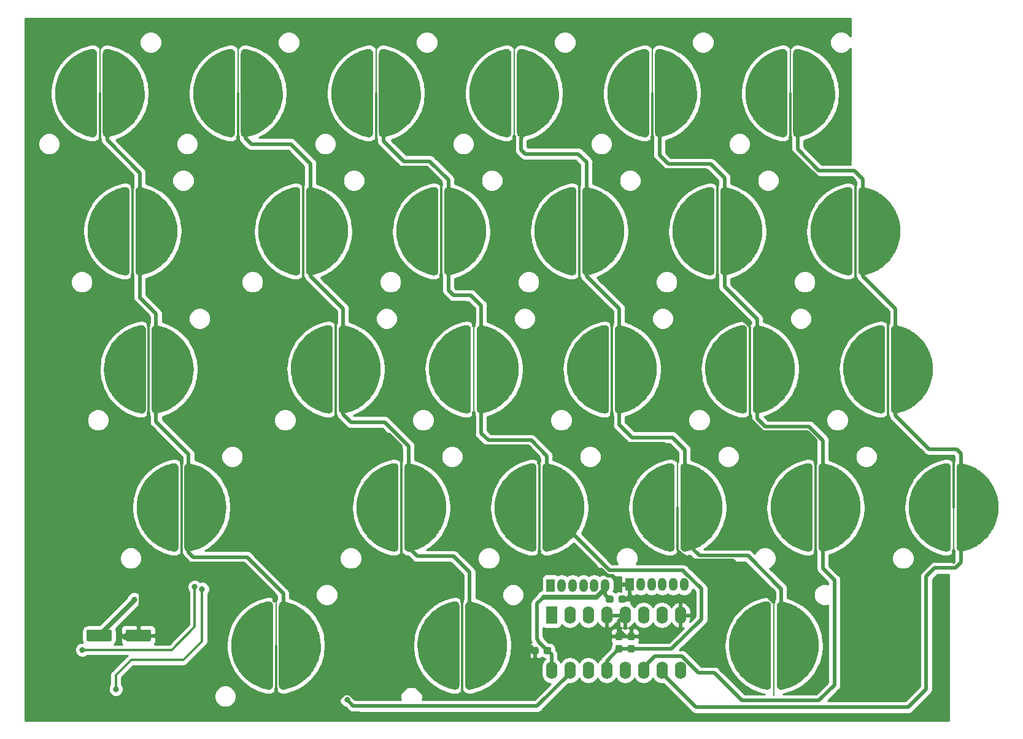
<source format=gbr>
G04 #@! TF.GenerationSoftware,KiCad,Pcbnew,(5.0.2)-1*
G04 #@! TF.CreationDate,2020-05-18T13:04:26+09:00*
G04 #@! TF.ProjectId,eckeyboard,65636b65-7962-46f6-9172-642e6b696361,rev?*
G04 #@! TF.SameCoordinates,Original*
G04 #@! TF.FileFunction,Copper,L1,Top*
G04 #@! TF.FilePolarity,Positive*
%FSLAX46Y46*%
G04 Gerber Fmt 4.6, Leading zero omitted, Abs format (unit mm)*
G04 Created by KiCad (PCBNEW (5.0.2)-1) date 2020/05/18 13:04:26*
%MOMM*%
%LPD*%
G01*
G04 APERTURE LIST*
G04 #@! TA.AperFunction,ComponentPad*
%ADD10C,1.000000*%
G04 #@! TD*
G04 #@! TA.AperFunction,ViaPad*
%ADD11C,1.000000*%
G04 #@! TD*
G04 #@! TA.AperFunction,Conductor*
%ADD12C,0.100000*%
G04 #@! TD*
G04 #@! TA.AperFunction,Conductor*
%ADD13R,0.250000X14.000000*%
G04 #@! TD*
G04 #@! TA.AperFunction,SMDPad,CuDef*
%ADD14C,1.600000*%
G04 #@! TD*
G04 #@! TA.AperFunction,ComponentPad*
%ADD15O,1.200000X1.800000*%
G04 #@! TD*
G04 #@! TA.AperFunction,ComponentPad*
%ADD16R,1.200000X1.800000*%
G04 #@! TD*
G04 #@! TA.AperFunction,ComponentPad*
%ADD17R,1.600000X2.400000*%
G04 #@! TD*
G04 #@! TA.AperFunction,ComponentPad*
%ADD18O,1.600000X2.400000*%
G04 #@! TD*
G04 #@! TA.AperFunction,SMDPad,CuDef*
%ADD19C,0.950000*%
G04 #@! TD*
G04 #@! TA.AperFunction,ViaPad*
%ADD20C,0.800000*%
G04 #@! TD*
G04 #@! TA.AperFunction,Conductor*
%ADD21C,0.300000*%
G04 #@! TD*
G04 #@! TA.AperFunction,Conductor*
%ADD22C,0.500000*%
G04 #@! TD*
G04 #@! TA.AperFunction,Conductor*
%ADD23C,0.700000*%
G04 #@! TD*
G04 #@! TA.AperFunction,Conductor*
%ADD24C,0.254000*%
G04 #@! TD*
G04 APERTURE END LIST*
D10*
G04 #@! TO.P,TP19,2*
G04 #@! TO.N,/ROW4*
X141984000Y-126200000D03*
G04 #@! TO.P,TP19,1*
G04 #@! TO.N,/COL3*
X144000000Y-126200000D03*
D11*
G04 #@! TD*
G04 #@! TO.N,/ROW4*
G04 #@! TO.C,TP19*
X142000000Y-126200000D03*
D12*
G04 #@! TO.N,/ROW4*
G04 #@! TO.C,TP19*
G36*
X142006511Y-120100145D02*
X142008850Y-120100065D01*
X142035776Y-120101781D01*
X142062717Y-120103287D01*
X142065030Y-120103645D01*
X142067351Y-120103793D01*
X142093929Y-120108119D01*
X142120647Y-120112255D01*
X142122908Y-120112835D01*
X142125209Y-120113210D01*
X142151258Y-120120115D01*
X142177425Y-120126833D01*
X142179622Y-120127633D01*
X142181872Y-120128229D01*
X142207124Y-120137643D01*
X142232509Y-120146882D01*
X142234613Y-120147890D01*
X142236799Y-120148705D01*
X142261021Y-120160543D01*
X142285375Y-120172211D01*
X142287374Y-120173422D01*
X142289466Y-120174444D01*
X142312384Y-120188568D01*
X142335516Y-120202577D01*
X142337388Y-120203978D01*
X142339370Y-120205199D01*
X142360795Y-120221488D01*
X142382454Y-120237692D01*
X142384182Y-120239270D01*
X142386034Y-120240678D01*
X142405769Y-120258981D01*
X142425742Y-120277219D01*
X142427306Y-120278956D01*
X142429014Y-120280540D01*
X142446859Y-120300672D01*
X142464967Y-120320782D01*
X142466358Y-120322669D01*
X142467898Y-120324406D01*
X142483678Y-120346161D01*
X142499753Y-120367965D01*
X142500951Y-120369975D01*
X142502317Y-120371858D01*
X142515897Y-120395047D01*
X142529769Y-120418317D01*
X142530767Y-120420439D01*
X142531940Y-120422441D01*
X142543176Y-120446809D01*
X142554728Y-120471358D01*
X142555515Y-120473568D01*
X142556486Y-120475674D01*
X142565316Y-120501092D01*
X142574392Y-120526581D01*
X142574956Y-120528842D01*
X142575722Y-120531048D01*
X142582038Y-120557248D01*
X142588573Y-120583459D01*
X142588915Y-120585775D01*
X142589460Y-120588036D01*
X142593189Y-120614717D01*
X142597136Y-120641450D01*
X142597250Y-120643779D01*
X142597573Y-120646091D01*
X142598679Y-120673002D01*
X142600000Y-120700000D01*
X142600000Y-131700000D01*
X142599942Y-131708377D01*
X142596261Y-131766881D01*
X142586889Y-131824747D01*
X142571914Y-131881422D01*
X142551481Y-131936365D01*
X142525784Y-131989052D01*
X142495068Y-132038980D01*
X142459627Y-132085673D01*
X142419798Y-132128684D01*
X142375962Y-132167603D01*
X142328538Y-132202059D01*
X142277978Y-132231722D01*
X142224764Y-132256310D01*
X142169405Y-132275588D01*
X142112429Y-132289372D01*
X142054380Y-132297531D01*
X141995811Y-132299985D01*
X141937283Y-132296713D01*
X141879353Y-132287745D01*
X141846265Y-132279250D01*
X141827061Y-132277368D01*
X141769556Y-132265988D01*
X141239612Y-132133905D01*
X141231497Y-132131822D01*
X141207540Y-132124225D01*
X141183494Y-132116967D01*
X140668967Y-131933802D01*
X140661094Y-131930938D01*
X140637969Y-131921029D01*
X140614767Y-131911468D01*
X140120570Y-131678967D01*
X140113014Y-131675348D01*
X140090950Y-131663221D01*
X140068810Y-131651451D01*
X139599659Y-131371835D01*
X139592493Y-131367496D01*
X139571729Y-131353281D01*
X139550830Y-131339399D01*
X139111204Y-131015336D01*
X139104496Y-131010319D01*
X139085208Y-130994137D01*
X139065774Y-130978290D01*
X138659870Y-130612875D01*
X138653683Y-130607227D01*
X138636053Y-130589226D01*
X138618273Y-130571573D01*
X138249963Y-130168293D01*
X138244356Y-130162068D01*
X138228575Y-130142444D01*
X138212592Y-130123127D01*
X137885395Y-129685830D01*
X137880423Y-129679088D01*
X137866644Y-129658035D01*
X137852612Y-129637236D01*
X137569648Y-129170096D01*
X137565357Y-129162901D01*
X137553700Y-129140607D01*
X137541762Y-129118533D01*
X137305734Y-128626011D01*
X137302166Y-128618432D01*
X137292733Y-128595090D01*
X137283014Y-128571974D01*
X137096173Y-128058771D01*
X137093362Y-128050879D01*
X137086252Y-128026731D01*
X137078834Y-128002773D01*
X136942966Y-127473786D01*
X136940938Y-127465658D01*
X136936219Y-127440931D01*
X136931174Y-127416364D01*
X136847574Y-126876644D01*
X136846349Y-126868357D01*
X136844068Y-126843316D01*
X136841441Y-126818346D01*
X136810907Y-126273043D01*
X136810497Y-126264676D01*
X136810671Y-126239499D01*
X136810493Y-126214424D01*
X136833318Y-125668745D01*
X136833726Y-125660378D01*
X136836356Y-125635338D01*
X136838626Y-125610366D01*
X136914591Y-125069517D01*
X136915814Y-125061229D01*
X136920868Y-125036598D01*
X136925570Y-125011936D01*
X137053949Y-124481081D01*
X137055975Y-124472953D01*
X137063407Y-124448937D01*
X137070495Y-124424845D01*
X137250064Y-123909052D01*
X137252873Y-123901160D01*
X137262622Y-123877963D01*
X137272019Y-123854698D01*
X137501065Y-123358890D01*
X137504630Y-123351310D01*
X137516602Y-123329164D01*
X137528218Y-123306940D01*
X137804552Y-122835848D01*
X137808841Y-122828651D01*
X137822898Y-122807807D01*
X137836646Y-122786793D01*
X138157632Y-122344916D01*
X138162603Y-122338173D01*
X138178632Y-122318794D01*
X138194359Y-122299230D01*
X138556932Y-121890783D01*
X138562537Y-121884557D01*
X138580401Y-121866814D01*
X138597943Y-121848897D01*
X138998644Y-121477781D01*
X139004830Y-121472132D01*
X139024282Y-121456264D01*
X139043546Y-121440097D01*
X139478548Y-121109856D01*
X139485256Y-121104836D01*
X139506187Y-121090927D01*
X139526913Y-121076733D01*
X139992067Y-120790515D01*
X139999232Y-120786174D01*
X140021468Y-120774349D01*
X140043433Y-120762271D01*
X140534295Y-120522810D01*
X140541849Y-120519189D01*
X140565154Y-120509581D01*
X140588172Y-120499713D01*
X141100058Y-120309294D01*
X141107930Y-120306428D01*
X141132012Y-120299155D01*
X141155934Y-120291564D01*
X141683959Y-120152006D01*
X141692073Y-120149921D01*
X141706725Y-120147019D01*
X141721199Y-120143422D01*
X141883923Y-120111335D01*
X141887298Y-120110694D01*
X141887571Y-120110628D01*
X141887858Y-120110588D01*
X141892153Y-120109772D01*
X141918891Y-120106226D01*
X141945620Y-120102469D01*
X141947956Y-120102371D01*
X141950264Y-120102065D01*
X141977246Y-120101144D01*
X142004189Y-120100015D01*
X142006511Y-120100145D01*
X142006511Y-120100145D01*
G37*
D11*
G04 #@! TO.N,/COL3*
X144000000Y-126200000D03*
D12*
G36*
X144062717Y-120103287D02*
X144120647Y-120112255D01*
X144153735Y-120120750D01*
X144172939Y-120122632D01*
X144230443Y-120134012D01*
X144760388Y-120266095D01*
X144768503Y-120268178D01*
X144792460Y-120275775D01*
X144816506Y-120283033D01*
X145331033Y-120466198D01*
X145338906Y-120469062D01*
X145362031Y-120478971D01*
X145385233Y-120488532D01*
X145879430Y-120721033D01*
X145886986Y-120724652D01*
X145909050Y-120736779D01*
X145931190Y-120748549D01*
X146400341Y-121028165D01*
X146407507Y-121032503D01*
X146428263Y-121046713D01*
X146449170Y-121060601D01*
X146888795Y-121384663D01*
X146895504Y-121389681D01*
X146914767Y-121405842D01*
X146934226Y-121421709D01*
X147340130Y-121787125D01*
X147346317Y-121792773D01*
X147363942Y-121810769D01*
X147381727Y-121828426D01*
X147750037Y-122231707D01*
X147755643Y-122237932D01*
X147771402Y-122257528D01*
X147787408Y-122276873D01*
X148114605Y-122714170D01*
X148119577Y-122720912D01*
X148133356Y-122741965D01*
X148147388Y-122762764D01*
X148430352Y-123229905D01*
X148434643Y-123237100D01*
X148446298Y-123259389D01*
X148458238Y-123281467D01*
X148694266Y-123773989D01*
X148697834Y-123781569D01*
X148707255Y-123804881D01*
X148716986Y-123828025D01*
X148903827Y-124341229D01*
X148906638Y-124349120D01*
X148913745Y-124373260D01*
X148921166Y-124397227D01*
X149057034Y-124926214D01*
X149059062Y-124934343D01*
X149063778Y-124959054D01*
X149068826Y-124983635D01*
X149152426Y-125523356D01*
X149153651Y-125531643D01*
X149155932Y-125556684D01*
X149158559Y-125581654D01*
X149189093Y-126126957D01*
X149189503Y-126135324D01*
X149189329Y-126160501D01*
X149189507Y-126185576D01*
X149166682Y-126731255D01*
X149166274Y-126739623D01*
X149163643Y-126764673D01*
X149161374Y-126789634D01*
X149085409Y-127330483D01*
X149084186Y-127338770D01*
X149079133Y-127363399D01*
X149074430Y-127388064D01*
X148946051Y-127918918D01*
X148944025Y-127927047D01*
X148936593Y-127951063D01*
X148929505Y-127975155D01*
X148749936Y-128490948D01*
X148747127Y-128498840D01*
X148737372Y-128522051D01*
X148727981Y-128545301D01*
X148498936Y-129041110D01*
X148495370Y-129048690D01*
X148483398Y-129070836D01*
X148471782Y-129093060D01*
X148195448Y-129564152D01*
X148191160Y-129571348D01*
X148177074Y-129592235D01*
X148163354Y-129613206D01*
X147842368Y-130055084D01*
X147837397Y-130061827D01*
X147821368Y-130081206D01*
X147805641Y-130100770D01*
X147443068Y-130509216D01*
X147437463Y-130515443D01*
X147419578Y-130533207D01*
X147402057Y-130551102D01*
X147001356Y-130922219D01*
X146995171Y-130927868D01*
X146975663Y-130943781D01*
X146956453Y-130959903D01*
X146521452Y-131290145D01*
X146514744Y-131295164D01*
X146493785Y-131309091D01*
X146473087Y-131323266D01*
X146007934Y-131609485D01*
X146000769Y-131613825D01*
X145978552Y-131625641D01*
X145956568Y-131637729D01*
X145465705Y-131877190D01*
X145458151Y-131880811D01*
X145434872Y-131890408D01*
X145411828Y-131900287D01*
X144899941Y-132090706D01*
X144892070Y-132093573D01*
X144867950Y-132100857D01*
X144844066Y-132108436D01*
X144316040Y-132247994D01*
X144307927Y-132250079D01*
X144293271Y-132252982D01*
X144278800Y-132256578D01*
X144116077Y-132288665D01*
X144112702Y-132289306D01*
X144112429Y-132289372D01*
X144112142Y-132289412D01*
X144107847Y-132290228D01*
X144081109Y-132293774D01*
X144054380Y-132297531D01*
X144052044Y-132297629D01*
X144049736Y-132297935D01*
X144022754Y-132298856D01*
X143995811Y-132299985D01*
X143993489Y-132299855D01*
X143991150Y-132299935D01*
X143964224Y-132298219D01*
X143937283Y-132296713D01*
X143934970Y-132296355D01*
X143932649Y-132296207D01*
X143906071Y-132291881D01*
X143879353Y-132287745D01*
X143877092Y-132287165D01*
X143874791Y-132286790D01*
X143848742Y-132279885D01*
X143822575Y-132273167D01*
X143820378Y-132272367D01*
X143818128Y-132271771D01*
X143792876Y-132262357D01*
X143767491Y-132253118D01*
X143765387Y-132252110D01*
X143763201Y-132251295D01*
X143738907Y-132239423D01*
X143714625Y-132227789D01*
X143712638Y-132226586D01*
X143710533Y-132225557D01*
X143687508Y-132211367D01*
X143664484Y-132197423D01*
X143662617Y-132196026D01*
X143660629Y-132194801D01*
X143639143Y-132178465D01*
X143617546Y-132162308D01*
X143615823Y-132160734D01*
X143613965Y-132159322D01*
X143594166Y-132140960D01*
X143574258Y-132122781D01*
X143572699Y-132121050D01*
X143570985Y-132119460D01*
X143553077Y-132099257D01*
X143535033Y-132079218D01*
X143533647Y-132077338D01*
X143532101Y-132075594D01*
X143516289Y-132053794D01*
X143500247Y-132032035D01*
X143499049Y-132030025D01*
X143497683Y-132028142D01*
X143484077Y-132004909D01*
X143470231Y-131981683D01*
X143469237Y-131979570D01*
X143468059Y-131977559D01*
X143456774Y-131953086D01*
X143445272Y-131928642D01*
X143444488Y-131926441D01*
X143443513Y-131924326D01*
X143434662Y-131898846D01*
X143425608Y-131873419D01*
X143425044Y-131871158D01*
X143424278Y-131868952D01*
X143417962Y-131842752D01*
X143411427Y-131816541D01*
X143411085Y-131814225D01*
X143410540Y-131811964D01*
X143406811Y-131785283D01*
X143402864Y-131758550D01*
X143402750Y-131756221D01*
X143402427Y-131753909D01*
X143401318Y-131726939D01*
X143400000Y-131700000D01*
X143400000Y-120700000D01*
X143400058Y-120691623D01*
X143403739Y-120633119D01*
X143413111Y-120575253D01*
X143428086Y-120518578D01*
X143448519Y-120463635D01*
X143474216Y-120410948D01*
X143504932Y-120361020D01*
X143540373Y-120314327D01*
X143580202Y-120271316D01*
X143624038Y-120232397D01*
X143671462Y-120197941D01*
X143722022Y-120168278D01*
X143775236Y-120143690D01*
X143830595Y-120124412D01*
X143887571Y-120110628D01*
X143945620Y-120102469D01*
X144004189Y-120100015D01*
X144062717Y-120103287D01*
X144062717Y-120103287D01*
G37*
D13*
G04 #@! TO.N,GND*
X143000000Y-126200000D03*
G04 #@! TD*
D10*
G04 #@! TO.P,TP22,2*
G04 #@! TO.N,/ROW2*
X138684000Y-88100000D03*
G04 #@! TO.P,TP22,1*
G04 #@! TO.N,/COL4*
X140700000Y-88100000D03*
D11*
G04 #@! TD*
G04 #@! TO.N,/ROW2*
G04 #@! TO.C,TP22*
X138700000Y-88100000D03*
D12*
G04 #@! TO.N,/ROW2*
G04 #@! TO.C,TP22*
G36*
X138706511Y-82000145D02*
X138708850Y-82000065D01*
X138735776Y-82001781D01*
X138762717Y-82003287D01*
X138765030Y-82003645D01*
X138767351Y-82003793D01*
X138793929Y-82008119D01*
X138820647Y-82012255D01*
X138822908Y-82012835D01*
X138825209Y-82013210D01*
X138851258Y-82020115D01*
X138877425Y-82026833D01*
X138879622Y-82027633D01*
X138881872Y-82028229D01*
X138907124Y-82037643D01*
X138932509Y-82046882D01*
X138934613Y-82047890D01*
X138936799Y-82048705D01*
X138961021Y-82060543D01*
X138985375Y-82072211D01*
X138987374Y-82073422D01*
X138989466Y-82074444D01*
X139012384Y-82088568D01*
X139035516Y-82102577D01*
X139037388Y-82103978D01*
X139039370Y-82105199D01*
X139060795Y-82121488D01*
X139082454Y-82137692D01*
X139084182Y-82139270D01*
X139086034Y-82140678D01*
X139105769Y-82158981D01*
X139125742Y-82177219D01*
X139127306Y-82178956D01*
X139129014Y-82180540D01*
X139146859Y-82200672D01*
X139164967Y-82220782D01*
X139166358Y-82222669D01*
X139167898Y-82224406D01*
X139183678Y-82246161D01*
X139199753Y-82267965D01*
X139200951Y-82269975D01*
X139202317Y-82271858D01*
X139215897Y-82295047D01*
X139229769Y-82318317D01*
X139230767Y-82320439D01*
X139231940Y-82322441D01*
X139243176Y-82346809D01*
X139254728Y-82371358D01*
X139255515Y-82373568D01*
X139256486Y-82375674D01*
X139265316Y-82401092D01*
X139274392Y-82426581D01*
X139274956Y-82428842D01*
X139275722Y-82431048D01*
X139282038Y-82457248D01*
X139288573Y-82483459D01*
X139288915Y-82485775D01*
X139289460Y-82488036D01*
X139293189Y-82514717D01*
X139297136Y-82541450D01*
X139297250Y-82543779D01*
X139297573Y-82546091D01*
X139298679Y-82573002D01*
X139300000Y-82600000D01*
X139300000Y-93600000D01*
X139299942Y-93608377D01*
X139296261Y-93666881D01*
X139286889Y-93724747D01*
X139271914Y-93781422D01*
X139251481Y-93836365D01*
X139225784Y-93889052D01*
X139195068Y-93938980D01*
X139159627Y-93985673D01*
X139119798Y-94028684D01*
X139075962Y-94067603D01*
X139028538Y-94102059D01*
X138977978Y-94131722D01*
X138924764Y-94156310D01*
X138869405Y-94175588D01*
X138812429Y-94189372D01*
X138754380Y-94197531D01*
X138695811Y-94199985D01*
X138637283Y-94196713D01*
X138579353Y-94187745D01*
X138546265Y-94179250D01*
X138527061Y-94177368D01*
X138469556Y-94165988D01*
X137939612Y-94033905D01*
X137931497Y-94031822D01*
X137907540Y-94024225D01*
X137883494Y-94016967D01*
X137368967Y-93833802D01*
X137361094Y-93830938D01*
X137337969Y-93821029D01*
X137314767Y-93811468D01*
X136820570Y-93578967D01*
X136813014Y-93575348D01*
X136790950Y-93563221D01*
X136768810Y-93551451D01*
X136299659Y-93271835D01*
X136292493Y-93267496D01*
X136271729Y-93253281D01*
X136250830Y-93239399D01*
X135811204Y-92915336D01*
X135804496Y-92910319D01*
X135785208Y-92894137D01*
X135765774Y-92878290D01*
X135359870Y-92512875D01*
X135353683Y-92507227D01*
X135336053Y-92489226D01*
X135318273Y-92471573D01*
X134949963Y-92068293D01*
X134944356Y-92062068D01*
X134928575Y-92042444D01*
X134912592Y-92023127D01*
X134585395Y-91585830D01*
X134580423Y-91579088D01*
X134566644Y-91558035D01*
X134552612Y-91537236D01*
X134269648Y-91070096D01*
X134265357Y-91062901D01*
X134253700Y-91040607D01*
X134241762Y-91018533D01*
X134005734Y-90526011D01*
X134002166Y-90518432D01*
X133992733Y-90495090D01*
X133983014Y-90471974D01*
X133796173Y-89958771D01*
X133793362Y-89950879D01*
X133786252Y-89926731D01*
X133778834Y-89902773D01*
X133642966Y-89373786D01*
X133640938Y-89365658D01*
X133636219Y-89340931D01*
X133631174Y-89316364D01*
X133547574Y-88776644D01*
X133546349Y-88768357D01*
X133544068Y-88743316D01*
X133541441Y-88718346D01*
X133510907Y-88173043D01*
X133510497Y-88164676D01*
X133510671Y-88139499D01*
X133510493Y-88114424D01*
X133533318Y-87568745D01*
X133533726Y-87560378D01*
X133536356Y-87535338D01*
X133538626Y-87510366D01*
X133614591Y-86969517D01*
X133615814Y-86961229D01*
X133620868Y-86936598D01*
X133625570Y-86911936D01*
X133753949Y-86381081D01*
X133755975Y-86372953D01*
X133763407Y-86348937D01*
X133770495Y-86324845D01*
X133950064Y-85809052D01*
X133952873Y-85801160D01*
X133962622Y-85777963D01*
X133972019Y-85754698D01*
X134201065Y-85258890D01*
X134204630Y-85251310D01*
X134216602Y-85229164D01*
X134228218Y-85206940D01*
X134504552Y-84735848D01*
X134508841Y-84728651D01*
X134522898Y-84707807D01*
X134536646Y-84686793D01*
X134857632Y-84244916D01*
X134862603Y-84238173D01*
X134878632Y-84218794D01*
X134894359Y-84199230D01*
X135256932Y-83790783D01*
X135262537Y-83784557D01*
X135280401Y-83766814D01*
X135297943Y-83748897D01*
X135698644Y-83377781D01*
X135704830Y-83372132D01*
X135724282Y-83356264D01*
X135743546Y-83340097D01*
X136178548Y-83009856D01*
X136185256Y-83004836D01*
X136206187Y-82990927D01*
X136226913Y-82976733D01*
X136692067Y-82690515D01*
X136699232Y-82686174D01*
X136721468Y-82674349D01*
X136743433Y-82662271D01*
X137234295Y-82422810D01*
X137241849Y-82419189D01*
X137265154Y-82409581D01*
X137288172Y-82399713D01*
X137800058Y-82209294D01*
X137807930Y-82206428D01*
X137832012Y-82199155D01*
X137855934Y-82191564D01*
X138383959Y-82052006D01*
X138392073Y-82049921D01*
X138406725Y-82047019D01*
X138421199Y-82043422D01*
X138583923Y-82011335D01*
X138587298Y-82010694D01*
X138587571Y-82010628D01*
X138587858Y-82010588D01*
X138592153Y-82009772D01*
X138618891Y-82006226D01*
X138645620Y-82002469D01*
X138647956Y-82002371D01*
X138650264Y-82002065D01*
X138677246Y-82001144D01*
X138704189Y-82000015D01*
X138706511Y-82000145D01*
X138706511Y-82000145D01*
G37*
D11*
G04 #@! TO.N,/COL4*
X140700000Y-88100000D03*
D12*
G36*
X140762717Y-82003287D02*
X140820647Y-82012255D01*
X140853735Y-82020750D01*
X140872939Y-82022632D01*
X140930443Y-82034012D01*
X141460388Y-82166095D01*
X141468503Y-82168178D01*
X141492460Y-82175775D01*
X141516506Y-82183033D01*
X142031033Y-82366198D01*
X142038906Y-82369062D01*
X142062031Y-82378971D01*
X142085233Y-82388532D01*
X142579430Y-82621033D01*
X142586986Y-82624652D01*
X142609050Y-82636779D01*
X142631190Y-82648549D01*
X143100341Y-82928165D01*
X143107507Y-82932503D01*
X143128263Y-82946713D01*
X143149170Y-82960601D01*
X143588795Y-83284663D01*
X143595504Y-83289681D01*
X143614767Y-83305842D01*
X143634226Y-83321709D01*
X144040130Y-83687125D01*
X144046317Y-83692773D01*
X144063942Y-83710769D01*
X144081727Y-83728426D01*
X144450037Y-84131707D01*
X144455643Y-84137932D01*
X144471402Y-84157528D01*
X144487408Y-84176873D01*
X144814605Y-84614170D01*
X144819577Y-84620912D01*
X144833356Y-84641965D01*
X144847388Y-84662764D01*
X145130352Y-85129905D01*
X145134643Y-85137100D01*
X145146298Y-85159389D01*
X145158238Y-85181467D01*
X145394266Y-85673989D01*
X145397834Y-85681569D01*
X145407255Y-85704881D01*
X145416986Y-85728025D01*
X145603827Y-86241229D01*
X145606638Y-86249120D01*
X145613745Y-86273260D01*
X145621166Y-86297227D01*
X145757034Y-86826214D01*
X145759062Y-86834343D01*
X145763778Y-86859054D01*
X145768826Y-86883635D01*
X145852426Y-87423356D01*
X145853651Y-87431643D01*
X145855932Y-87456684D01*
X145858559Y-87481654D01*
X145889093Y-88026957D01*
X145889503Y-88035324D01*
X145889329Y-88060501D01*
X145889507Y-88085576D01*
X145866682Y-88631255D01*
X145866274Y-88639623D01*
X145863643Y-88664673D01*
X145861374Y-88689634D01*
X145785409Y-89230483D01*
X145784186Y-89238770D01*
X145779133Y-89263399D01*
X145774430Y-89288064D01*
X145646051Y-89818918D01*
X145644025Y-89827047D01*
X145636593Y-89851063D01*
X145629505Y-89875155D01*
X145449936Y-90390948D01*
X145447127Y-90398840D01*
X145437372Y-90422051D01*
X145427981Y-90445301D01*
X145198936Y-90941110D01*
X145195370Y-90948690D01*
X145183398Y-90970836D01*
X145171782Y-90993060D01*
X144895448Y-91464152D01*
X144891160Y-91471348D01*
X144877074Y-91492235D01*
X144863354Y-91513206D01*
X144542368Y-91955084D01*
X144537397Y-91961827D01*
X144521368Y-91981206D01*
X144505641Y-92000770D01*
X144143068Y-92409216D01*
X144137463Y-92415443D01*
X144119578Y-92433207D01*
X144102057Y-92451102D01*
X143701356Y-92822219D01*
X143695171Y-92827868D01*
X143675663Y-92843781D01*
X143656453Y-92859903D01*
X143221452Y-93190145D01*
X143214744Y-93195164D01*
X143193785Y-93209091D01*
X143173087Y-93223266D01*
X142707934Y-93509485D01*
X142700769Y-93513825D01*
X142678552Y-93525641D01*
X142656568Y-93537729D01*
X142165705Y-93777190D01*
X142158151Y-93780811D01*
X142134872Y-93790408D01*
X142111828Y-93800287D01*
X141599941Y-93990706D01*
X141592070Y-93993573D01*
X141567950Y-94000857D01*
X141544066Y-94008436D01*
X141016040Y-94147994D01*
X141007927Y-94150079D01*
X140993271Y-94152982D01*
X140978800Y-94156578D01*
X140816077Y-94188665D01*
X140812702Y-94189306D01*
X140812429Y-94189372D01*
X140812142Y-94189412D01*
X140807847Y-94190228D01*
X140781109Y-94193774D01*
X140754380Y-94197531D01*
X140752044Y-94197629D01*
X140749736Y-94197935D01*
X140722754Y-94198856D01*
X140695811Y-94199985D01*
X140693489Y-94199855D01*
X140691150Y-94199935D01*
X140664224Y-94198219D01*
X140637283Y-94196713D01*
X140634970Y-94196355D01*
X140632649Y-94196207D01*
X140606071Y-94191881D01*
X140579353Y-94187745D01*
X140577092Y-94187165D01*
X140574791Y-94186790D01*
X140548742Y-94179885D01*
X140522575Y-94173167D01*
X140520378Y-94172367D01*
X140518128Y-94171771D01*
X140492876Y-94162357D01*
X140467491Y-94153118D01*
X140465387Y-94152110D01*
X140463201Y-94151295D01*
X140438907Y-94139423D01*
X140414625Y-94127789D01*
X140412638Y-94126586D01*
X140410533Y-94125557D01*
X140387508Y-94111367D01*
X140364484Y-94097423D01*
X140362617Y-94096026D01*
X140360629Y-94094801D01*
X140339143Y-94078465D01*
X140317546Y-94062308D01*
X140315823Y-94060734D01*
X140313965Y-94059322D01*
X140294166Y-94040960D01*
X140274258Y-94022781D01*
X140272699Y-94021050D01*
X140270985Y-94019460D01*
X140253077Y-93999257D01*
X140235033Y-93979218D01*
X140233647Y-93977338D01*
X140232101Y-93975594D01*
X140216289Y-93953794D01*
X140200247Y-93932035D01*
X140199049Y-93930025D01*
X140197683Y-93928142D01*
X140184077Y-93904909D01*
X140170231Y-93881683D01*
X140169237Y-93879570D01*
X140168059Y-93877559D01*
X140156774Y-93853086D01*
X140145272Y-93828642D01*
X140144488Y-93826441D01*
X140143513Y-93824326D01*
X140134662Y-93798846D01*
X140125608Y-93773419D01*
X140125044Y-93771158D01*
X140124278Y-93768952D01*
X140117962Y-93742752D01*
X140111427Y-93716541D01*
X140111085Y-93714225D01*
X140110540Y-93711964D01*
X140106811Y-93685283D01*
X140102864Y-93658550D01*
X140102750Y-93656221D01*
X140102427Y-93653909D01*
X140101318Y-93626939D01*
X140100000Y-93600000D01*
X140100000Y-82600000D01*
X140100058Y-82591623D01*
X140103739Y-82533119D01*
X140113111Y-82475253D01*
X140128086Y-82418578D01*
X140148519Y-82363635D01*
X140174216Y-82310948D01*
X140204932Y-82261020D01*
X140240373Y-82214327D01*
X140280202Y-82171316D01*
X140324038Y-82132397D01*
X140371462Y-82097941D01*
X140422022Y-82068278D01*
X140475236Y-82043690D01*
X140530595Y-82024412D01*
X140587571Y-82010628D01*
X140645620Y-82002469D01*
X140704189Y-82000015D01*
X140762717Y-82003287D01*
X140762717Y-82003287D01*
G37*
D13*
G04 #@! TO.N,GND*
X139700000Y-88100000D03*
G04 #@! TD*
D10*
G04 #@! TO.P,TP11,2*
G04 #@! TO.N,/ROW4*
X73284000Y-126200000D03*
G04 #@! TO.P,TP11,1*
G04 #@! TO.N,/COL0*
X75300000Y-126200000D03*
D11*
G04 #@! TD*
G04 #@! TO.N,/ROW4*
G04 #@! TO.C,TP11*
X73300000Y-126200000D03*
D12*
G04 #@! TO.N,/ROW4*
G04 #@! TO.C,TP11*
G36*
X73306511Y-120100145D02*
X73308850Y-120100065D01*
X73335776Y-120101781D01*
X73362717Y-120103287D01*
X73365030Y-120103645D01*
X73367351Y-120103793D01*
X73393929Y-120108119D01*
X73420647Y-120112255D01*
X73422908Y-120112835D01*
X73425209Y-120113210D01*
X73451258Y-120120115D01*
X73477425Y-120126833D01*
X73479622Y-120127633D01*
X73481872Y-120128229D01*
X73507124Y-120137643D01*
X73532509Y-120146882D01*
X73534613Y-120147890D01*
X73536799Y-120148705D01*
X73561021Y-120160543D01*
X73585375Y-120172211D01*
X73587374Y-120173422D01*
X73589466Y-120174444D01*
X73612384Y-120188568D01*
X73635516Y-120202577D01*
X73637388Y-120203978D01*
X73639370Y-120205199D01*
X73660795Y-120221488D01*
X73682454Y-120237692D01*
X73684182Y-120239270D01*
X73686034Y-120240678D01*
X73705769Y-120258981D01*
X73725742Y-120277219D01*
X73727306Y-120278956D01*
X73729014Y-120280540D01*
X73746859Y-120300672D01*
X73764967Y-120320782D01*
X73766358Y-120322669D01*
X73767898Y-120324406D01*
X73783678Y-120346161D01*
X73799753Y-120367965D01*
X73800951Y-120369975D01*
X73802317Y-120371858D01*
X73815897Y-120395047D01*
X73829769Y-120418317D01*
X73830767Y-120420439D01*
X73831940Y-120422441D01*
X73843176Y-120446809D01*
X73854728Y-120471358D01*
X73855515Y-120473568D01*
X73856486Y-120475674D01*
X73865316Y-120501092D01*
X73874392Y-120526581D01*
X73874956Y-120528842D01*
X73875722Y-120531048D01*
X73882038Y-120557248D01*
X73888573Y-120583459D01*
X73888915Y-120585775D01*
X73889460Y-120588036D01*
X73893189Y-120614717D01*
X73897136Y-120641450D01*
X73897250Y-120643779D01*
X73897573Y-120646091D01*
X73898679Y-120673002D01*
X73900000Y-120700000D01*
X73900000Y-131700000D01*
X73899942Y-131708377D01*
X73896261Y-131766881D01*
X73886889Y-131824747D01*
X73871914Y-131881422D01*
X73851481Y-131936365D01*
X73825784Y-131989052D01*
X73795068Y-132038980D01*
X73759627Y-132085673D01*
X73719798Y-132128684D01*
X73675962Y-132167603D01*
X73628538Y-132202059D01*
X73577978Y-132231722D01*
X73524764Y-132256310D01*
X73469405Y-132275588D01*
X73412429Y-132289372D01*
X73354380Y-132297531D01*
X73295811Y-132299985D01*
X73237283Y-132296713D01*
X73179353Y-132287745D01*
X73146265Y-132279250D01*
X73127061Y-132277368D01*
X73069556Y-132265988D01*
X72539612Y-132133905D01*
X72531497Y-132131822D01*
X72507540Y-132124225D01*
X72483494Y-132116967D01*
X71968967Y-131933802D01*
X71961094Y-131930938D01*
X71937969Y-131921029D01*
X71914767Y-131911468D01*
X71420570Y-131678967D01*
X71413014Y-131675348D01*
X71390950Y-131663221D01*
X71368810Y-131651451D01*
X70899659Y-131371835D01*
X70892493Y-131367496D01*
X70871729Y-131353281D01*
X70850830Y-131339399D01*
X70411204Y-131015336D01*
X70404496Y-131010319D01*
X70385208Y-130994137D01*
X70365774Y-130978290D01*
X69959870Y-130612875D01*
X69953683Y-130607227D01*
X69936053Y-130589226D01*
X69918273Y-130571573D01*
X69549963Y-130168293D01*
X69544356Y-130162068D01*
X69528575Y-130142444D01*
X69512592Y-130123127D01*
X69185395Y-129685830D01*
X69180423Y-129679088D01*
X69166644Y-129658035D01*
X69152612Y-129637236D01*
X68869648Y-129170096D01*
X68865357Y-129162901D01*
X68853700Y-129140607D01*
X68841762Y-129118533D01*
X68605734Y-128626011D01*
X68602166Y-128618432D01*
X68592733Y-128595090D01*
X68583014Y-128571974D01*
X68396173Y-128058771D01*
X68393362Y-128050879D01*
X68386252Y-128026731D01*
X68378834Y-128002773D01*
X68242966Y-127473786D01*
X68240938Y-127465658D01*
X68236219Y-127440931D01*
X68231174Y-127416364D01*
X68147574Y-126876644D01*
X68146349Y-126868357D01*
X68144068Y-126843316D01*
X68141441Y-126818346D01*
X68110907Y-126273043D01*
X68110497Y-126264676D01*
X68110671Y-126239499D01*
X68110493Y-126214424D01*
X68133318Y-125668745D01*
X68133726Y-125660378D01*
X68136356Y-125635338D01*
X68138626Y-125610366D01*
X68214591Y-125069517D01*
X68215814Y-125061229D01*
X68220868Y-125036598D01*
X68225570Y-125011936D01*
X68353949Y-124481081D01*
X68355975Y-124472953D01*
X68363407Y-124448937D01*
X68370495Y-124424845D01*
X68550064Y-123909052D01*
X68552873Y-123901160D01*
X68562622Y-123877963D01*
X68572019Y-123854698D01*
X68801065Y-123358890D01*
X68804630Y-123351310D01*
X68816602Y-123329164D01*
X68828218Y-123306940D01*
X69104552Y-122835848D01*
X69108841Y-122828651D01*
X69122898Y-122807807D01*
X69136646Y-122786793D01*
X69457632Y-122344916D01*
X69462603Y-122338173D01*
X69478632Y-122318794D01*
X69494359Y-122299230D01*
X69856932Y-121890783D01*
X69862537Y-121884557D01*
X69880401Y-121866814D01*
X69897943Y-121848897D01*
X70298644Y-121477781D01*
X70304830Y-121472132D01*
X70324282Y-121456264D01*
X70343546Y-121440097D01*
X70778548Y-121109856D01*
X70785256Y-121104836D01*
X70806187Y-121090927D01*
X70826913Y-121076733D01*
X71292067Y-120790515D01*
X71299232Y-120786174D01*
X71321468Y-120774349D01*
X71343433Y-120762271D01*
X71834295Y-120522810D01*
X71841849Y-120519189D01*
X71865154Y-120509581D01*
X71888172Y-120499713D01*
X72400058Y-120309294D01*
X72407930Y-120306428D01*
X72432012Y-120299155D01*
X72455934Y-120291564D01*
X72983959Y-120152006D01*
X72992073Y-120149921D01*
X73006725Y-120147019D01*
X73021199Y-120143422D01*
X73183923Y-120111335D01*
X73187298Y-120110694D01*
X73187571Y-120110628D01*
X73187858Y-120110588D01*
X73192153Y-120109772D01*
X73218891Y-120106226D01*
X73245620Y-120102469D01*
X73247956Y-120102371D01*
X73250264Y-120102065D01*
X73277246Y-120101144D01*
X73304189Y-120100015D01*
X73306511Y-120100145D01*
X73306511Y-120100145D01*
G37*
D11*
G04 #@! TO.N,/COL0*
X75300000Y-126200000D03*
D12*
G36*
X75362717Y-120103287D02*
X75420647Y-120112255D01*
X75453735Y-120120750D01*
X75472939Y-120122632D01*
X75530443Y-120134012D01*
X76060388Y-120266095D01*
X76068503Y-120268178D01*
X76092460Y-120275775D01*
X76116506Y-120283033D01*
X76631033Y-120466198D01*
X76638906Y-120469062D01*
X76662031Y-120478971D01*
X76685233Y-120488532D01*
X77179430Y-120721033D01*
X77186986Y-120724652D01*
X77209050Y-120736779D01*
X77231190Y-120748549D01*
X77700341Y-121028165D01*
X77707507Y-121032503D01*
X77728263Y-121046713D01*
X77749170Y-121060601D01*
X78188795Y-121384663D01*
X78195504Y-121389681D01*
X78214767Y-121405842D01*
X78234226Y-121421709D01*
X78640130Y-121787125D01*
X78646317Y-121792773D01*
X78663942Y-121810769D01*
X78681727Y-121828426D01*
X79050037Y-122231707D01*
X79055643Y-122237932D01*
X79071402Y-122257528D01*
X79087408Y-122276873D01*
X79414605Y-122714170D01*
X79419577Y-122720912D01*
X79433356Y-122741965D01*
X79447388Y-122762764D01*
X79730352Y-123229905D01*
X79734643Y-123237100D01*
X79746298Y-123259389D01*
X79758238Y-123281467D01*
X79994266Y-123773989D01*
X79997834Y-123781569D01*
X80007255Y-123804881D01*
X80016986Y-123828025D01*
X80203827Y-124341229D01*
X80206638Y-124349120D01*
X80213745Y-124373260D01*
X80221166Y-124397227D01*
X80357034Y-124926214D01*
X80359062Y-124934343D01*
X80363778Y-124959054D01*
X80368826Y-124983635D01*
X80452426Y-125523356D01*
X80453651Y-125531643D01*
X80455932Y-125556684D01*
X80458559Y-125581654D01*
X80489093Y-126126957D01*
X80489503Y-126135324D01*
X80489329Y-126160501D01*
X80489507Y-126185576D01*
X80466682Y-126731255D01*
X80466274Y-126739623D01*
X80463643Y-126764673D01*
X80461374Y-126789634D01*
X80385409Y-127330483D01*
X80384186Y-127338770D01*
X80379133Y-127363399D01*
X80374430Y-127388064D01*
X80246051Y-127918918D01*
X80244025Y-127927047D01*
X80236593Y-127951063D01*
X80229505Y-127975155D01*
X80049936Y-128490948D01*
X80047127Y-128498840D01*
X80037372Y-128522051D01*
X80027981Y-128545301D01*
X79798936Y-129041110D01*
X79795370Y-129048690D01*
X79783398Y-129070836D01*
X79771782Y-129093060D01*
X79495448Y-129564152D01*
X79491160Y-129571348D01*
X79477074Y-129592235D01*
X79463354Y-129613206D01*
X79142368Y-130055084D01*
X79137397Y-130061827D01*
X79121368Y-130081206D01*
X79105641Y-130100770D01*
X78743068Y-130509216D01*
X78737463Y-130515443D01*
X78719578Y-130533207D01*
X78702057Y-130551102D01*
X78301356Y-130922219D01*
X78295171Y-130927868D01*
X78275663Y-130943781D01*
X78256453Y-130959903D01*
X77821452Y-131290145D01*
X77814744Y-131295164D01*
X77793785Y-131309091D01*
X77773087Y-131323266D01*
X77307934Y-131609485D01*
X77300769Y-131613825D01*
X77278552Y-131625641D01*
X77256568Y-131637729D01*
X76765705Y-131877190D01*
X76758151Y-131880811D01*
X76734872Y-131890408D01*
X76711828Y-131900287D01*
X76199941Y-132090706D01*
X76192070Y-132093573D01*
X76167950Y-132100857D01*
X76144066Y-132108436D01*
X75616040Y-132247994D01*
X75607927Y-132250079D01*
X75593271Y-132252982D01*
X75578800Y-132256578D01*
X75416077Y-132288665D01*
X75412702Y-132289306D01*
X75412429Y-132289372D01*
X75412142Y-132289412D01*
X75407847Y-132290228D01*
X75381109Y-132293774D01*
X75354380Y-132297531D01*
X75352044Y-132297629D01*
X75349736Y-132297935D01*
X75322754Y-132298856D01*
X75295811Y-132299985D01*
X75293489Y-132299855D01*
X75291150Y-132299935D01*
X75264224Y-132298219D01*
X75237283Y-132296713D01*
X75234970Y-132296355D01*
X75232649Y-132296207D01*
X75206071Y-132291881D01*
X75179353Y-132287745D01*
X75177092Y-132287165D01*
X75174791Y-132286790D01*
X75148742Y-132279885D01*
X75122575Y-132273167D01*
X75120378Y-132272367D01*
X75118128Y-132271771D01*
X75092876Y-132262357D01*
X75067491Y-132253118D01*
X75065387Y-132252110D01*
X75063201Y-132251295D01*
X75038907Y-132239423D01*
X75014625Y-132227789D01*
X75012638Y-132226586D01*
X75010533Y-132225557D01*
X74987508Y-132211367D01*
X74964484Y-132197423D01*
X74962617Y-132196026D01*
X74960629Y-132194801D01*
X74939143Y-132178465D01*
X74917546Y-132162308D01*
X74915823Y-132160734D01*
X74913965Y-132159322D01*
X74894166Y-132140960D01*
X74874258Y-132122781D01*
X74872699Y-132121050D01*
X74870985Y-132119460D01*
X74853077Y-132099257D01*
X74835033Y-132079218D01*
X74833647Y-132077338D01*
X74832101Y-132075594D01*
X74816289Y-132053794D01*
X74800247Y-132032035D01*
X74799049Y-132030025D01*
X74797683Y-132028142D01*
X74784077Y-132004909D01*
X74770231Y-131981683D01*
X74769237Y-131979570D01*
X74768059Y-131977559D01*
X74756774Y-131953086D01*
X74745272Y-131928642D01*
X74744488Y-131926441D01*
X74743513Y-131924326D01*
X74734662Y-131898846D01*
X74725608Y-131873419D01*
X74725044Y-131871158D01*
X74724278Y-131868952D01*
X74717962Y-131842752D01*
X74711427Y-131816541D01*
X74711085Y-131814225D01*
X74710540Y-131811964D01*
X74706811Y-131785283D01*
X74702864Y-131758550D01*
X74702750Y-131756221D01*
X74702427Y-131753909D01*
X74701318Y-131726939D01*
X74700000Y-131700000D01*
X74700000Y-120700000D01*
X74700058Y-120691623D01*
X74703739Y-120633119D01*
X74713111Y-120575253D01*
X74728086Y-120518578D01*
X74748519Y-120463635D01*
X74774216Y-120410948D01*
X74804932Y-120361020D01*
X74840373Y-120314327D01*
X74880202Y-120271316D01*
X74924038Y-120232397D01*
X74971462Y-120197941D01*
X75022022Y-120168278D01*
X75075236Y-120143690D01*
X75130595Y-120124412D01*
X75187571Y-120110628D01*
X75245620Y-120102469D01*
X75304189Y-120100015D01*
X75362717Y-120103287D01*
X75362717Y-120103287D01*
G37*
D13*
G04 #@! TO.N,GND*
X74300000Y-126200000D03*
G04 #@! TD*
D10*
G04 #@! TO.P,TP1,2*
G04 #@! TO.N,/ROW0*
X48984000Y-50000000D03*
G04 #@! TO.P,TP1,1*
G04 #@! TO.N,/COL0*
X51000000Y-50000000D03*
D11*
G04 #@! TD*
G04 #@! TO.N,/ROW0*
G04 #@! TO.C,TP1*
X49000000Y-50000000D03*
D12*
G04 #@! TO.N,/ROW0*
G04 #@! TO.C,TP1*
G36*
X49006511Y-43900145D02*
X49008850Y-43900065D01*
X49035776Y-43901781D01*
X49062717Y-43903287D01*
X49065030Y-43903645D01*
X49067351Y-43903793D01*
X49093929Y-43908119D01*
X49120647Y-43912255D01*
X49122908Y-43912835D01*
X49125209Y-43913210D01*
X49151258Y-43920115D01*
X49177425Y-43926833D01*
X49179622Y-43927633D01*
X49181872Y-43928229D01*
X49207124Y-43937643D01*
X49232509Y-43946882D01*
X49234613Y-43947890D01*
X49236799Y-43948705D01*
X49261021Y-43960543D01*
X49285375Y-43972211D01*
X49287374Y-43973422D01*
X49289466Y-43974444D01*
X49312384Y-43988568D01*
X49335516Y-44002577D01*
X49337388Y-44003978D01*
X49339370Y-44005199D01*
X49360795Y-44021488D01*
X49382454Y-44037692D01*
X49384182Y-44039270D01*
X49386034Y-44040678D01*
X49405769Y-44058981D01*
X49425742Y-44077219D01*
X49427306Y-44078956D01*
X49429014Y-44080540D01*
X49446859Y-44100672D01*
X49464967Y-44120782D01*
X49466358Y-44122669D01*
X49467898Y-44124406D01*
X49483678Y-44146161D01*
X49499753Y-44167965D01*
X49500951Y-44169975D01*
X49502317Y-44171858D01*
X49515897Y-44195047D01*
X49529769Y-44218317D01*
X49530767Y-44220439D01*
X49531940Y-44222441D01*
X49543176Y-44246809D01*
X49554728Y-44271358D01*
X49555515Y-44273568D01*
X49556486Y-44275674D01*
X49565316Y-44301092D01*
X49574392Y-44326581D01*
X49574956Y-44328842D01*
X49575722Y-44331048D01*
X49582038Y-44357248D01*
X49588573Y-44383459D01*
X49588915Y-44385775D01*
X49589460Y-44388036D01*
X49593189Y-44414717D01*
X49597136Y-44441450D01*
X49597250Y-44443779D01*
X49597573Y-44446091D01*
X49598679Y-44473002D01*
X49600000Y-44500000D01*
X49600000Y-55500000D01*
X49599942Y-55508377D01*
X49596261Y-55566881D01*
X49586889Y-55624747D01*
X49571914Y-55681422D01*
X49551481Y-55736365D01*
X49525784Y-55789052D01*
X49495068Y-55838980D01*
X49459627Y-55885673D01*
X49419798Y-55928684D01*
X49375962Y-55967603D01*
X49328538Y-56002059D01*
X49277978Y-56031722D01*
X49224764Y-56056310D01*
X49169405Y-56075588D01*
X49112429Y-56089372D01*
X49054380Y-56097531D01*
X48995811Y-56099985D01*
X48937283Y-56096713D01*
X48879353Y-56087745D01*
X48846265Y-56079250D01*
X48827061Y-56077368D01*
X48769556Y-56065988D01*
X48239612Y-55933905D01*
X48231497Y-55931822D01*
X48207540Y-55924225D01*
X48183494Y-55916967D01*
X47668967Y-55733802D01*
X47661094Y-55730938D01*
X47637969Y-55721029D01*
X47614767Y-55711468D01*
X47120570Y-55478967D01*
X47113014Y-55475348D01*
X47090950Y-55463221D01*
X47068810Y-55451451D01*
X46599659Y-55171835D01*
X46592493Y-55167496D01*
X46571729Y-55153281D01*
X46550830Y-55139399D01*
X46111204Y-54815336D01*
X46104496Y-54810319D01*
X46085208Y-54794137D01*
X46065774Y-54778290D01*
X45659870Y-54412875D01*
X45653683Y-54407227D01*
X45636053Y-54389226D01*
X45618273Y-54371573D01*
X45249963Y-53968293D01*
X45244356Y-53962068D01*
X45228575Y-53942444D01*
X45212592Y-53923127D01*
X44885395Y-53485830D01*
X44880423Y-53479088D01*
X44866644Y-53458035D01*
X44852612Y-53437236D01*
X44569648Y-52970096D01*
X44565357Y-52962901D01*
X44553700Y-52940607D01*
X44541762Y-52918533D01*
X44305734Y-52426011D01*
X44302166Y-52418432D01*
X44292733Y-52395090D01*
X44283014Y-52371974D01*
X44096173Y-51858771D01*
X44093362Y-51850879D01*
X44086252Y-51826731D01*
X44078834Y-51802773D01*
X43942966Y-51273786D01*
X43940938Y-51265658D01*
X43936219Y-51240931D01*
X43931174Y-51216364D01*
X43847574Y-50676644D01*
X43846349Y-50668357D01*
X43844068Y-50643316D01*
X43841441Y-50618346D01*
X43810907Y-50073043D01*
X43810497Y-50064676D01*
X43810671Y-50039499D01*
X43810493Y-50014424D01*
X43833318Y-49468745D01*
X43833726Y-49460378D01*
X43836356Y-49435338D01*
X43838626Y-49410366D01*
X43914591Y-48869517D01*
X43915814Y-48861229D01*
X43920868Y-48836598D01*
X43925570Y-48811936D01*
X44053949Y-48281081D01*
X44055975Y-48272953D01*
X44063407Y-48248937D01*
X44070495Y-48224845D01*
X44250064Y-47709052D01*
X44252873Y-47701160D01*
X44262622Y-47677963D01*
X44272019Y-47654698D01*
X44501065Y-47158890D01*
X44504630Y-47151310D01*
X44516602Y-47129164D01*
X44528218Y-47106940D01*
X44804552Y-46635848D01*
X44808841Y-46628651D01*
X44822898Y-46607807D01*
X44836646Y-46586793D01*
X45157632Y-46144916D01*
X45162603Y-46138173D01*
X45178632Y-46118794D01*
X45194359Y-46099230D01*
X45556932Y-45690783D01*
X45562537Y-45684557D01*
X45580401Y-45666814D01*
X45597943Y-45648897D01*
X45998644Y-45277781D01*
X46004830Y-45272132D01*
X46024282Y-45256264D01*
X46043546Y-45240097D01*
X46478548Y-44909856D01*
X46485256Y-44904836D01*
X46506187Y-44890927D01*
X46526913Y-44876733D01*
X46992067Y-44590515D01*
X46999232Y-44586174D01*
X47021468Y-44574349D01*
X47043433Y-44562271D01*
X47534295Y-44322810D01*
X47541849Y-44319189D01*
X47565154Y-44309581D01*
X47588172Y-44299713D01*
X48100058Y-44109294D01*
X48107930Y-44106428D01*
X48132012Y-44099155D01*
X48155934Y-44091564D01*
X48683959Y-43952006D01*
X48692073Y-43949921D01*
X48706725Y-43947019D01*
X48721199Y-43943422D01*
X48883923Y-43911335D01*
X48887298Y-43910694D01*
X48887571Y-43910628D01*
X48887858Y-43910588D01*
X48892153Y-43909772D01*
X48918891Y-43906226D01*
X48945620Y-43902469D01*
X48947956Y-43902371D01*
X48950264Y-43902065D01*
X48977246Y-43901144D01*
X49004189Y-43900015D01*
X49006511Y-43900145D01*
X49006511Y-43900145D01*
G37*
D11*
G04 #@! TO.N,/COL0*
X51000000Y-50000000D03*
D12*
G36*
X51062717Y-43903287D02*
X51120647Y-43912255D01*
X51153735Y-43920750D01*
X51172939Y-43922632D01*
X51230443Y-43934012D01*
X51760388Y-44066095D01*
X51768503Y-44068178D01*
X51792460Y-44075775D01*
X51816506Y-44083033D01*
X52331033Y-44266198D01*
X52338906Y-44269062D01*
X52362031Y-44278971D01*
X52385233Y-44288532D01*
X52879430Y-44521033D01*
X52886986Y-44524652D01*
X52909050Y-44536779D01*
X52931190Y-44548549D01*
X53400341Y-44828165D01*
X53407507Y-44832503D01*
X53428263Y-44846713D01*
X53449170Y-44860601D01*
X53888795Y-45184663D01*
X53895504Y-45189681D01*
X53914767Y-45205842D01*
X53934226Y-45221709D01*
X54340130Y-45587125D01*
X54346317Y-45592773D01*
X54363942Y-45610769D01*
X54381727Y-45628426D01*
X54750037Y-46031707D01*
X54755643Y-46037932D01*
X54771402Y-46057528D01*
X54787408Y-46076873D01*
X55114605Y-46514170D01*
X55119577Y-46520912D01*
X55133356Y-46541965D01*
X55147388Y-46562764D01*
X55430352Y-47029905D01*
X55434643Y-47037100D01*
X55446298Y-47059389D01*
X55458238Y-47081467D01*
X55694266Y-47573989D01*
X55697834Y-47581569D01*
X55707255Y-47604881D01*
X55716986Y-47628025D01*
X55903827Y-48141229D01*
X55906638Y-48149120D01*
X55913745Y-48173260D01*
X55921166Y-48197227D01*
X56057034Y-48726214D01*
X56059062Y-48734343D01*
X56063778Y-48759054D01*
X56068826Y-48783635D01*
X56152426Y-49323356D01*
X56153651Y-49331643D01*
X56155932Y-49356684D01*
X56158559Y-49381654D01*
X56189093Y-49926957D01*
X56189503Y-49935324D01*
X56189329Y-49960501D01*
X56189507Y-49985576D01*
X56166682Y-50531255D01*
X56166274Y-50539623D01*
X56163643Y-50564673D01*
X56161374Y-50589634D01*
X56085409Y-51130483D01*
X56084186Y-51138770D01*
X56079133Y-51163399D01*
X56074430Y-51188064D01*
X55946051Y-51718918D01*
X55944025Y-51727047D01*
X55936593Y-51751063D01*
X55929505Y-51775155D01*
X55749936Y-52290948D01*
X55747127Y-52298840D01*
X55737372Y-52322051D01*
X55727981Y-52345301D01*
X55498936Y-52841110D01*
X55495370Y-52848690D01*
X55483398Y-52870836D01*
X55471782Y-52893060D01*
X55195448Y-53364152D01*
X55191160Y-53371348D01*
X55177074Y-53392235D01*
X55163354Y-53413206D01*
X54842368Y-53855084D01*
X54837397Y-53861827D01*
X54821368Y-53881206D01*
X54805641Y-53900770D01*
X54443068Y-54309216D01*
X54437463Y-54315443D01*
X54419578Y-54333207D01*
X54402057Y-54351102D01*
X54001356Y-54722219D01*
X53995171Y-54727868D01*
X53975663Y-54743781D01*
X53956453Y-54759903D01*
X53521452Y-55090145D01*
X53514744Y-55095164D01*
X53493785Y-55109091D01*
X53473087Y-55123266D01*
X53007934Y-55409485D01*
X53000769Y-55413825D01*
X52978552Y-55425641D01*
X52956568Y-55437729D01*
X52465705Y-55677190D01*
X52458151Y-55680811D01*
X52434872Y-55690408D01*
X52411828Y-55700287D01*
X51899941Y-55890706D01*
X51892070Y-55893573D01*
X51867950Y-55900857D01*
X51844066Y-55908436D01*
X51316040Y-56047994D01*
X51307927Y-56050079D01*
X51293271Y-56052982D01*
X51278800Y-56056578D01*
X51116077Y-56088665D01*
X51112702Y-56089306D01*
X51112429Y-56089372D01*
X51112142Y-56089412D01*
X51107847Y-56090228D01*
X51081109Y-56093774D01*
X51054380Y-56097531D01*
X51052044Y-56097629D01*
X51049736Y-56097935D01*
X51022754Y-56098856D01*
X50995811Y-56099985D01*
X50993489Y-56099855D01*
X50991150Y-56099935D01*
X50964224Y-56098219D01*
X50937283Y-56096713D01*
X50934970Y-56096355D01*
X50932649Y-56096207D01*
X50906071Y-56091881D01*
X50879353Y-56087745D01*
X50877092Y-56087165D01*
X50874791Y-56086790D01*
X50848742Y-56079885D01*
X50822575Y-56073167D01*
X50820378Y-56072367D01*
X50818128Y-56071771D01*
X50792876Y-56062357D01*
X50767491Y-56053118D01*
X50765387Y-56052110D01*
X50763201Y-56051295D01*
X50738907Y-56039423D01*
X50714625Y-56027789D01*
X50712638Y-56026586D01*
X50710533Y-56025557D01*
X50687508Y-56011367D01*
X50664484Y-55997423D01*
X50662617Y-55996026D01*
X50660629Y-55994801D01*
X50639143Y-55978465D01*
X50617546Y-55962308D01*
X50615823Y-55960734D01*
X50613965Y-55959322D01*
X50594166Y-55940960D01*
X50574258Y-55922781D01*
X50572699Y-55921050D01*
X50570985Y-55919460D01*
X50553077Y-55899257D01*
X50535033Y-55879218D01*
X50533647Y-55877338D01*
X50532101Y-55875594D01*
X50516289Y-55853794D01*
X50500247Y-55832035D01*
X50499049Y-55830025D01*
X50497683Y-55828142D01*
X50484077Y-55804909D01*
X50470231Y-55781683D01*
X50469237Y-55779570D01*
X50468059Y-55777559D01*
X50456774Y-55753086D01*
X50445272Y-55728642D01*
X50444488Y-55726441D01*
X50443513Y-55724326D01*
X50434662Y-55698846D01*
X50425608Y-55673419D01*
X50425044Y-55671158D01*
X50424278Y-55668952D01*
X50417962Y-55642752D01*
X50411427Y-55616541D01*
X50411085Y-55614225D01*
X50410540Y-55611964D01*
X50406811Y-55585283D01*
X50402864Y-55558550D01*
X50402750Y-55556221D01*
X50402427Y-55553909D01*
X50401318Y-55526939D01*
X50400000Y-55500000D01*
X50400000Y-44500000D01*
X50400058Y-44491623D01*
X50403739Y-44433119D01*
X50413111Y-44375253D01*
X50428086Y-44318578D01*
X50448519Y-44263635D01*
X50474216Y-44210948D01*
X50504932Y-44161020D01*
X50540373Y-44114327D01*
X50580202Y-44071316D01*
X50624038Y-44032397D01*
X50671462Y-43997941D01*
X50722022Y-43968278D01*
X50775236Y-43943690D01*
X50830595Y-43924412D01*
X50887571Y-43910628D01*
X50945620Y-43902469D01*
X51004189Y-43900015D01*
X51062717Y-43903287D01*
X51062717Y-43903287D01*
G37*
D13*
G04 #@! TO.N,GND*
X50000000Y-50000000D03*
G04 #@! TD*
D10*
G04 #@! TO.P,TP2,2*
G04 #@! TO.N,/ROW1*
X53484000Y-69050000D03*
G04 #@! TO.P,TP2,1*
G04 #@! TO.N,/COL0*
X55500000Y-69050000D03*
D11*
G04 #@! TD*
G04 #@! TO.N,/ROW1*
G04 #@! TO.C,TP2*
X53500000Y-69050000D03*
D12*
G04 #@! TO.N,/ROW1*
G04 #@! TO.C,TP2*
G36*
X53506511Y-62950145D02*
X53508850Y-62950065D01*
X53535776Y-62951781D01*
X53562717Y-62953287D01*
X53565030Y-62953645D01*
X53567351Y-62953793D01*
X53593929Y-62958119D01*
X53620647Y-62962255D01*
X53622908Y-62962835D01*
X53625209Y-62963210D01*
X53651258Y-62970115D01*
X53677425Y-62976833D01*
X53679622Y-62977633D01*
X53681872Y-62978229D01*
X53707124Y-62987643D01*
X53732509Y-62996882D01*
X53734613Y-62997890D01*
X53736799Y-62998705D01*
X53761021Y-63010543D01*
X53785375Y-63022211D01*
X53787374Y-63023422D01*
X53789466Y-63024444D01*
X53812384Y-63038568D01*
X53835516Y-63052577D01*
X53837388Y-63053978D01*
X53839370Y-63055199D01*
X53860795Y-63071488D01*
X53882454Y-63087692D01*
X53884182Y-63089270D01*
X53886034Y-63090678D01*
X53905769Y-63108981D01*
X53925742Y-63127219D01*
X53927306Y-63128956D01*
X53929014Y-63130540D01*
X53946859Y-63150672D01*
X53964967Y-63170782D01*
X53966358Y-63172669D01*
X53967898Y-63174406D01*
X53983678Y-63196161D01*
X53999753Y-63217965D01*
X54000951Y-63219975D01*
X54002317Y-63221858D01*
X54015897Y-63245047D01*
X54029769Y-63268317D01*
X54030767Y-63270439D01*
X54031940Y-63272441D01*
X54043176Y-63296809D01*
X54054728Y-63321358D01*
X54055515Y-63323568D01*
X54056486Y-63325674D01*
X54065316Y-63351092D01*
X54074392Y-63376581D01*
X54074956Y-63378842D01*
X54075722Y-63381048D01*
X54082038Y-63407248D01*
X54088573Y-63433459D01*
X54088915Y-63435775D01*
X54089460Y-63438036D01*
X54093189Y-63464717D01*
X54097136Y-63491450D01*
X54097250Y-63493779D01*
X54097573Y-63496091D01*
X54098679Y-63523002D01*
X54100000Y-63550000D01*
X54100000Y-74550000D01*
X54099942Y-74558377D01*
X54096261Y-74616881D01*
X54086889Y-74674747D01*
X54071914Y-74731422D01*
X54051481Y-74786365D01*
X54025784Y-74839052D01*
X53995068Y-74888980D01*
X53959627Y-74935673D01*
X53919798Y-74978684D01*
X53875962Y-75017603D01*
X53828538Y-75052059D01*
X53777978Y-75081722D01*
X53724764Y-75106310D01*
X53669405Y-75125588D01*
X53612429Y-75139372D01*
X53554380Y-75147531D01*
X53495811Y-75149985D01*
X53437283Y-75146713D01*
X53379353Y-75137745D01*
X53346265Y-75129250D01*
X53327061Y-75127368D01*
X53269556Y-75115988D01*
X52739612Y-74983905D01*
X52731497Y-74981822D01*
X52707540Y-74974225D01*
X52683494Y-74966967D01*
X52168967Y-74783802D01*
X52161094Y-74780938D01*
X52137969Y-74771029D01*
X52114767Y-74761468D01*
X51620570Y-74528967D01*
X51613014Y-74525348D01*
X51590950Y-74513221D01*
X51568810Y-74501451D01*
X51099659Y-74221835D01*
X51092493Y-74217496D01*
X51071729Y-74203281D01*
X51050830Y-74189399D01*
X50611204Y-73865336D01*
X50604496Y-73860319D01*
X50585208Y-73844137D01*
X50565774Y-73828290D01*
X50159870Y-73462875D01*
X50153683Y-73457227D01*
X50136053Y-73439226D01*
X50118273Y-73421573D01*
X49749963Y-73018293D01*
X49744356Y-73012068D01*
X49728575Y-72992444D01*
X49712592Y-72973127D01*
X49385395Y-72535830D01*
X49380423Y-72529088D01*
X49366644Y-72508035D01*
X49352612Y-72487236D01*
X49069648Y-72020096D01*
X49065357Y-72012901D01*
X49053700Y-71990607D01*
X49041762Y-71968533D01*
X48805734Y-71476011D01*
X48802166Y-71468432D01*
X48792733Y-71445090D01*
X48783014Y-71421974D01*
X48596173Y-70908771D01*
X48593362Y-70900879D01*
X48586252Y-70876731D01*
X48578834Y-70852773D01*
X48442966Y-70323786D01*
X48440938Y-70315658D01*
X48436219Y-70290931D01*
X48431174Y-70266364D01*
X48347574Y-69726644D01*
X48346349Y-69718357D01*
X48344068Y-69693316D01*
X48341441Y-69668346D01*
X48310907Y-69123043D01*
X48310497Y-69114676D01*
X48310671Y-69089499D01*
X48310493Y-69064424D01*
X48333318Y-68518745D01*
X48333726Y-68510378D01*
X48336356Y-68485338D01*
X48338626Y-68460366D01*
X48414591Y-67919517D01*
X48415814Y-67911229D01*
X48420868Y-67886598D01*
X48425570Y-67861936D01*
X48553949Y-67331081D01*
X48555975Y-67322953D01*
X48563407Y-67298937D01*
X48570495Y-67274845D01*
X48750064Y-66759052D01*
X48752873Y-66751160D01*
X48762622Y-66727963D01*
X48772019Y-66704698D01*
X49001065Y-66208890D01*
X49004630Y-66201310D01*
X49016602Y-66179164D01*
X49028218Y-66156940D01*
X49304552Y-65685848D01*
X49308841Y-65678651D01*
X49322898Y-65657807D01*
X49336646Y-65636793D01*
X49657632Y-65194916D01*
X49662603Y-65188173D01*
X49678632Y-65168794D01*
X49694359Y-65149230D01*
X50056932Y-64740783D01*
X50062537Y-64734557D01*
X50080401Y-64716814D01*
X50097943Y-64698897D01*
X50498644Y-64327781D01*
X50504830Y-64322132D01*
X50524282Y-64306264D01*
X50543546Y-64290097D01*
X50978548Y-63959856D01*
X50985256Y-63954836D01*
X51006187Y-63940927D01*
X51026913Y-63926733D01*
X51492067Y-63640515D01*
X51499232Y-63636174D01*
X51521468Y-63624349D01*
X51543433Y-63612271D01*
X52034295Y-63372810D01*
X52041849Y-63369189D01*
X52065154Y-63359581D01*
X52088172Y-63349713D01*
X52600058Y-63159294D01*
X52607930Y-63156428D01*
X52632012Y-63149155D01*
X52655934Y-63141564D01*
X53183959Y-63002006D01*
X53192073Y-62999921D01*
X53206725Y-62997019D01*
X53221199Y-62993422D01*
X53383923Y-62961335D01*
X53387298Y-62960694D01*
X53387571Y-62960628D01*
X53387858Y-62960588D01*
X53392153Y-62959772D01*
X53418891Y-62956226D01*
X53445620Y-62952469D01*
X53447956Y-62952371D01*
X53450264Y-62952065D01*
X53477246Y-62951144D01*
X53504189Y-62950015D01*
X53506511Y-62950145D01*
X53506511Y-62950145D01*
G37*
D11*
G04 #@! TO.N,/COL0*
X55500000Y-69050000D03*
D12*
G36*
X55562717Y-62953287D02*
X55620647Y-62962255D01*
X55653735Y-62970750D01*
X55672939Y-62972632D01*
X55730443Y-62984012D01*
X56260388Y-63116095D01*
X56268503Y-63118178D01*
X56292460Y-63125775D01*
X56316506Y-63133033D01*
X56831033Y-63316198D01*
X56838906Y-63319062D01*
X56862031Y-63328971D01*
X56885233Y-63338532D01*
X57379430Y-63571033D01*
X57386986Y-63574652D01*
X57409050Y-63586779D01*
X57431190Y-63598549D01*
X57900341Y-63878165D01*
X57907507Y-63882503D01*
X57928263Y-63896713D01*
X57949170Y-63910601D01*
X58388795Y-64234663D01*
X58395504Y-64239681D01*
X58414767Y-64255842D01*
X58434226Y-64271709D01*
X58840130Y-64637125D01*
X58846317Y-64642773D01*
X58863942Y-64660769D01*
X58881727Y-64678426D01*
X59250037Y-65081707D01*
X59255643Y-65087932D01*
X59271402Y-65107528D01*
X59287408Y-65126873D01*
X59614605Y-65564170D01*
X59619577Y-65570912D01*
X59633356Y-65591965D01*
X59647388Y-65612764D01*
X59930352Y-66079905D01*
X59934643Y-66087100D01*
X59946298Y-66109389D01*
X59958238Y-66131467D01*
X60194266Y-66623989D01*
X60197834Y-66631569D01*
X60207255Y-66654881D01*
X60216986Y-66678025D01*
X60403827Y-67191229D01*
X60406638Y-67199120D01*
X60413745Y-67223260D01*
X60421166Y-67247227D01*
X60557034Y-67776214D01*
X60559062Y-67784343D01*
X60563778Y-67809054D01*
X60568826Y-67833635D01*
X60652426Y-68373356D01*
X60653651Y-68381643D01*
X60655932Y-68406684D01*
X60658559Y-68431654D01*
X60689093Y-68976957D01*
X60689503Y-68985324D01*
X60689329Y-69010501D01*
X60689507Y-69035576D01*
X60666682Y-69581255D01*
X60666274Y-69589623D01*
X60663643Y-69614673D01*
X60661374Y-69639634D01*
X60585409Y-70180483D01*
X60584186Y-70188770D01*
X60579133Y-70213399D01*
X60574430Y-70238064D01*
X60446051Y-70768918D01*
X60444025Y-70777047D01*
X60436593Y-70801063D01*
X60429505Y-70825155D01*
X60249936Y-71340948D01*
X60247127Y-71348840D01*
X60237372Y-71372051D01*
X60227981Y-71395301D01*
X59998936Y-71891110D01*
X59995370Y-71898690D01*
X59983398Y-71920836D01*
X59971782Y-71943060D01*
X59695448Y-72414152D01*
X59691160Y-72421348D01*
X59677074Y-72442235D01*
X59663354Y-72463206D01*
X59342368Y-72905084D01*
X59337397Y-72911827D01*
X59321368Y-72931206D01*
X59305641Y-72950770D01*
X58943068Y-73359216D01*
X58937463Y-73365443D01*
X58919578Y-73383207D01*
X58902057Y-73401102D01*
X58501356Y-73772219D01*
X58495171Y-73777868D01*
X58475663Y-73793781D01*
X58456453Y-73809903D01*
X58021452Y-74140145D01*
X58014744Y-74145164D01*
X57993785Y-74159091D01*
X57973087Y-74173266D01*
X57507934Y-74459485D01*
X57500769Y-74463825D01*
X57478552Y-74475641D01*
X57456568Y-74487729D01*
X56965705Y-74727190D01*
X56958151Y-74730811D01*
X56934872Y-74740408D01*
X56911828Y-74750287D01*
X56399941Y-74940706D01*
X56392070Y-74943573D01*
X56367950Y-74950857D01*
X56344066Y-74958436D01*
X55816040Y-75097994D01*
X55807927Y-75100079D01*
X55793271Y-75102982D01*
X55778800Y-75106578D01*
X55616077Y-75138665D01*
X55612702Y-75139306D01*
X55612429Y-75139372D01*
X55612142Y-75139412D01*
X55607847Y-75140228D01*
X55581109Y-75143774D01*
X55554380Y-75147531D01*
X55552044Y-75147629D01*
X55549736Y-75147935D01*
X55522754Y-75148856D01*
X55495811Y-75149985D01*
X55493489Y-75149855D01*
X55491150Y-75149935D01*
X55464224Y-75148219D01*
X55437283Y-75146713D01*
X55434970Y-75146355D01*
X55432649Y-75146207D01*
X55406071Y-75141881D01*
X55379353Y-75137745D01*
X55377092Y-75137165D01*
X55374791Y-75136790D01*
X55348742Y-75129885D01*
X55322575Y-75123167D01*
X55320378Y-75122367D01*
X55318128Y-75121771D01*
X55292876Y-75112357D01*
X55267491Y-75103118D01*
X55265387Y-75102110D01*
X55263201Y-75101295D01*
X55238907Y-75089423D01*
X55214625Y-75077789D01*
X55212638Y-75076586D01*
X55210533Y-75075557D01*
X55187508Y-75061367D01*
X55164484Y-75047423D01*
X55162617Y-75046026D01*
X55160629Y-75044801D01*
X55139143Y-75028465D01*
X55117546Y-75012308D01*
X55115823Y-75010734D01*
X55113965Y-75009322D01*
X55094166Y-74990960D01*
X55074258Y-74972781D01*
X55072699Y-74971050D01*
X55070985Y-74969460D01*
X55053077Y-74949257D01*
X55035033Y-74929218D01*
X55033647Y-74927338D01*
X55032101Y-74925594D01*
X55016289Y-74903794D01*
X55000247Y-74882035D01*
X54999049Y-74880025D01*
X54997683Y-74878142D01*
X54984077Y-74854909D01*
X54970231Y-74831683D01*
X54969237Y-74829570D01*
X54968059Y-74827559D01*
X54956774Y-74803086D01*
X54945272Y-74778642D01*
X54944488Y-74776441D01*
X54943513Y-74774326D01*
X54934662Y-74748846D01*
X54925608Y-74723419D01*
X54925044Y-74721158D01*
X54924278Y-74718952D01*
X54917962Y-74692752D01*
X54911427Y-74666541D01*
X54911085Y-74664225D01*
X54910540Y-74661964D01*
X54906811Y-74635283D01*
X54902864Y-74608550D01*
X54902750Y-74606221D01*
X54902427Y-74603909D01*
X54901318Y-74576939D01*
X54900000Y-74550000D01*
X54900000Y-63550000D01*
X54900058Y-63541623D01*
X54903739Y-63483119D01*
X54913111Y-63425253D01*
X54928086Y-63368578D01*
X54948519Y-63313635D01*
X54974216Y-63260948D01*
X55004932Y-63211020D01*
X55040373Y-63164327D01*
X55080202Y-63121316D01*
X55124038Y-63082397D01*
X55171462Y-63047941D01*
X55222022Y-63018278D01*
X55275236Y-62993690D01*
X55330595Y-62974412D01*
X55387571Y-62960628D01*
X55445620Y-62952469D01*
X55504189Y-62950015D01*
X55562717Y-62953287D01*
X55562717Y-62953287D01*
G37*
D13*
G04 #@! TO.N,GND*
X54500000Y-69050000D03*
G04 #@! TD*
D10*
G04 #@! TO.P,TP3,2*
G04 #@! TO.N,/ROW2*
X55734000Y-88100000D03*
G04 #@! TO.P,TP3,1*
G04 #@! TO.N,/COL0*
X57750000Y-88100000D03*
D11*
G04 #@! TD*
G04 #@! TO.N,/ROW2*
G04 #@! TO.C,TP3*
X55750000Y-88100000D03*
D12*
G04 #@! TO.N,/ROW2*
G04 #@! TO.C,TP3*
G36*
X55756511Y-82000145D02*
X55758850Y-82000065D01*
X55785776Y-82001781D01*
X55812717Y-82003287D01*
X55815030Y-82003645D01*
X55817351Y-82003793D01*
X55843929Y-82008119D01*
X55870647Y-82012255D01*
X55872908Y-82012835D01*
X55875209Y-82013210D01*
X55901258Y-82020115D01*
X55927425Y-82026833D01*
X55929622Y-82027633D01*
X55931872Y-82028229D01*
X55957124Y-82037643D01*
X55982509Y-82046882D01*
X55984613Y-82047890D01*
X55986799Y-82048705D01*
X56011021Y-82060543D01*
X56035375Y-82072211D01*
X56037374Y-82073422D01*
X56039466Y-82074444D01*
X56062384Y-82088568D01*
X56085516Y-82102577D01*
X56087388Y-82103978D01*
X56089370Y-82105199D01*
X56110795Y-82121488D01*
X56132454Y-82137692D01*
X56134182Y-82139270D01*
X56136034Y-82140678D01*
X56155769Y-82158981D01*
X56175742Y-82177219D01*
X56177306Y-82178956D01*
X56179014Y-82180540D01*
X56196859Y-82200672D01*
X56214967Y-82220782D01*
X56216358Y-82222669D01*
X56217898Y-82224406D01*
X56233678Y-82246161D01*
X56249753Y-82267965D01*
X56250951Y-82269975D01*
X56252317Y-82271858D01*
X56265897Y-82295047D01*
X56279769Y-82318317D01*
X56280767Y-82320439D01*
X56281940Y-82322441D01*
X56293176Y-82346809D01*
X56304728Y-82371358D01*
X56305515Y-82373568D01*
X56306486Y-82375674D01*
X56315316Y-82401092D01*
X56324392Y-82426581D01*
X56324956Y-82428842D01*
X56325722Y-82431048D01*
X56332038Y-82457248D01*
X56338573Y-82483459D01*
X56338915Y-82485775D01*
X56339460Y-82488036D01*
X56343189Y-82514717D01*
X56347136Y-82541450D01*
X56347250Y-82543779D01*
X56347573Y-82546091D01*
X56348679Y-82573002D01*
X56350000Y-82600000D01*
X56350000Y-93600000D01*
X56349942Y-93608377D01*
X56346261Y-93666881D01*
X56336889Y-93724747D01*
X56321914Y-93781422D01*
X56301481Y-93836365D01*
X56275784Y-93889052D01*
X56245068Y-93938980D01*
X56209627Y-93985673D01*
X56169798Y-94028684D01*
X56125962Y-94067603D01*
X56078538Y-94102059D01*
X56027978Y-94131722D01*
X55974764Y-94156310D01*
X55919405Y-94175588D01*
X55862429Y-94189372D01*
X55804380Y-94197531D01*
X55745811Y-94199985D01*
X55687283Y-94196713D01*
X55629353Y-94187745D01*
X55596265Y-94179250D01*
X55577061Y-94177368D01*
X55519556Y-94165988D01*
X54989612Y-94033905D01*
X54981497Y-94031822D01*
X54957540Y-94024225D01*
X54933494Y-94016967D01*
X54418967Y-93833802D01*
X54411094Y-93830938D01*
X54387969Y-93821029D01*
X54364767Y-93811468D01*
X53870570Y-93578967D01*
X53863014Y-93575348D01*
X53840950Y-93563221D01*
X53818810Y-93551451D01*
X53349659Y-93271835D01*
X53342493Y-93267496D01*
X53321729Y-93253281D01*
X53300830Y-93239399D01*
X52861204Y-92915336D01*
X52854496Y-92910319D01*
X52835208Y-92894137D01*
X52815774Y-92878290D01*
X52409870Y-92512875D01*
X52403683Y-92507227D01*
X52386053Y-92489226D01*
X52368273Y-92471573D01*
X51999963Y-92068293D01*
X51994356Y-92062068D01*
X51978575Y-92042444D01*
X51962592Y-92023127D01*
X51635395Y-91585830D01*
X51630423Y-91579088D01*
X51616644Y-91558035D01*
X51602612Y-91537236D01*
X51319648Y-91070096D01*
X51315357Y-91062901D01*
X51303700Y-91040607D01*
X51291762Y-91018533D01*
X51055734Y-90526011D01*
X51052166Y-90518432D01*
X51042733Y-90495090D01*
X51033014Y-90471974D01*
X50846173Y-89958771D01*
X50843362Y-89950879D01*
X50836252Y-89926731D01*
X50828834Y-89902773D01*
X50692966Y-89373786D01*
X50690938Y-89365658D01*
X50686219Y-89340931D01*
X50681174Y-89316364D01*
X50597574Y-88776644D01*
X50596349Y-88768357D01*
X50594068Y-88743316D01*
X50591441Y-88718346D01*
X50560907Y-88173043D01*
X50560497Y-88164676D01*
X50560671Y-88139499D01*
X50560493Y-88114424D01*
X50583318Y-87568745D01*
X50583726Y-87560378D01*
X50586356Y-87535338D01*
X50588626Y-87510366D01*
X50664591Y-86969517D01*
X50665814Y-86961229D01*
X50670868Y-86936598D01*
X50675570Y-86911936D01*
X50803949Y-86381081D01*
X50805975Y-86372953D01*
X50813407Y-86348937D01*
X50820495Y-86324845D01*
X51000064Y-85809052D01*
X51002873Y-85801160D01*
X51012622Y-85777963D01*
X51022019Y-85754698D01*
X51251065Y-85258890D01*
X51254630Y-85251310D01*
X51266602Y-85229164D01*
X51278218Y-85206940D01*
X51554552Y-84735848D01*
X51558841Y-84728651D01*
X51572898Y-84707807D01*
X51586646Y-84686793D01*
X51907632Y-84244916D01*
X51912603Y-84238173D01*
X51928632Y-84218794D01*
X51944359Y-84199230D01*
X52306932Y-83790783D01*
X52312537Y-83784557D01*
X52330401Y-83766814D01*
X52347943Y-83748897D01*
X52748644Y-83377781D01*
X52754830Y-83372132D01*
X52774282Y-83356264D01*
X52793546Y-83340097D01*
X53228548Y-83009856D01*
X53235256Y-83004836D01*
X53256187Y-82990927D01*
X53276913Y-82976733D01*
X53742067Y-82690515D01*
X53749232Y-82686174D01*
X53771468Y-82674349D01*
X53793433Y-82662271D01*
X54284295Y-82422810D01*
X54291849Y-82419189D01*
X54315154Y-82409581D01*
X54338172Y-82399713D01*
X54850058Y-82209294D01*
X54857930Y-82206428D01*
X54882012Y-82199155D01*
X54905934Y-82191564D01*
X55433959Y-82052006D01*
X55442073Y-82049921D01*
X55456725Y-82047019D01*
X55471199Y-82043422D01*
X55633923Y-82011335D01*
X55637298Y-82010694D01*
X55637571Y-82010628D01*
X55637858Y-82010588D01*
X55642153Y-82009772D01*
X55668891Y-82006226D01*
X55695620Y-82002469D01*
X55697956Y-82002371D01*
X55700264Y-82002065D01*
X55727246Y-82001144D01*
X55754189Y-82000015D01*
X55756511Y-82000145D01*
X55756511Y-82000145D01*
G37*
D11*
G04 #@! TO.N,/COL0*
X57750000Y-88100000D03*
D12*
G36*
X57812717Y-82003287D02*
X57870647Y-82012255D01*
X57903735Y-82020750D01*
X57922939Y-82022632D01*
X57980443Y-82034012D01*
X58510388Y-82166095D01*
X58518503Y-82168178D01*
X58542460Y-82175775D01*
X58566506Y-82183033D01*
X59081033Y-82366198D01*
X59088906Y-82369062D01*
X59112031Y-82378971D01*
X59135233Y-82388532D01*
X59629430Y-82621033D01*
X59636986Y-82624652D01*
X59659050Y-82636779D01*
X59681190Y-82648549D01*
X60150341Y-82928165D01*
X60157507Y-82932503D01*
X60178263Y-82946713D01*
X60199170Y-82960601D01*
X60638795Y-83284663D01*
X60645504Y-83289681D01*
X60664767Y-83305842D01*
X60684226Y-83321709D01*
X61090130Y-83687125D01*
X61096317Y-83692773D01*
X61113942Y-83710769D01*
X61131727Y-83728426D01*
X61500037Y-84131707D01*
X61505643Y-84137932D01*
X61521402Y-84157528D01*
X61537408Y-84176873D01*
X61864605Y-84614170D01*
X61869577Y-84620912D01*
X61883356Y-84641965D01*
X61897388Y-84662764D01*
X62180352Y-85129905D01*
X62184643Y-85137100D01*
X62196298Y-85159389D01*
X62208238Y-85181467D01*
X62444266Y-85673989D01*
X62447834Y-85681569D01*
X62457255Y-85704881D01*
X62466986Y-85728025D01*
X62653827Y-86241229D01*
X62656638Y-86249120D01*
X62663745Y-86273260D01*
X62671166Y-86297227D01*
X62807034Y-86826214D01*
X62809062Y-86834343D01*
X62813778Y-86859054D01*
X62818826Y-86883635D01*
X62902426Y-87423356D01*
X62903651Y-87431643D01*
X62905932Y-87456684D01*
X62908559Y-87481654D01*
X62939093Y-88026957D01*
X62939503Y-88035324D01*
X62939329Y-88060501D01*
X62939507Y-88085576D01*
X62916682Y-88631255D01*
X62916274Y-88639623D01*
X62913643Y-88664673D01*
X62911374Y-88689634D01*
X62835409Y-89230483D01*
X62834186Y-89238770D01*
X62829133Y-89263399D01*
X62824430Y-89288064D01*
X62696051Y-89818918D01*
X62694025Y-89827047D01*
X62686593Y-89851063D01*
X62679505Y-89875155D01*
X62499936Y-90390948D01*
X62497127Y-90398840D01*
X62487372Y-90422051D01*
X62477981Y-90445301D01*
X62248936Y-90941110D01*
X62245370Y-90948690D01*
X62233398Y-90970836D01*
X62221782Y-90993060D01*
X61945448Y-91464152D01*
X61941160Y-91471348D01*
X61927074Y-91492235D01*
X61913354Y-91513206D01*
X61592368Y-91955084D01*
X61587397Y-91961827D01*
X61571368Y-91981206D01*
X61555641Y-92000770D01*
X61193068Y-92409216D01*
X61187463Y-92415443D01*
X61169578Y-92433207D01*
X61152057Y-92451102D01*
X60751356Y-92822219D01*
X60745171Y-92827868D01*
X60725663Y-92843781D01*
X60706453Y-92859903D01*
X60271452Y-93190145D01*
X60264744Y-93195164D01*
X60243785Y-93209091D01*
X60223087Y-93223266D01*
X59757934Y-93509485D01*
X59750769Y-93513825D01*
X59728552Y-93525641D01*
X59706568Y-93537729D01*
X59215705Y-93777190D01*
X59208151Y-93780811D01*
X59184872Y-93790408D01*
X59161828Y-93800287D01*
X58649941Y-93990706D01*
X58642070Y-93993573D01*
X58617950Y-94000857D01*
X58594066Y-94008436D01*
X58066040Y-94147994D01*
X58057927Y-94150079D01*
X58043271Y-94152982D01*
X58028800Y-94156578D01*
X57866077Y-94188665D01*
X57862702Y-94189306D01*
X57862429Y-94189372D01*
X57862142Y-94189412D01*
X57857847Y-94190228D01*
X57831109Y-94193774D01*
X57804380Y-94197531D01*
X57802044Y-94197629D01*
X57799736Y-94197935D01*
X57772754Y-94198856D01*
X57745811Y-94199985D01*
X57743489Y-94199855D01*
X57741150Y-94199935D01*
X57714224Y-94198219D01*
X57687283Y-94196713D01*
X57684970Y-94196355D01*
X57682649Y-94196207D01*
X57656071Y-94191881D01*
X57629353Y-94187745D01*
X57627092Y-94187165D01*
X57624791Y-94186790D01*
X57598742Y-94179885D01*
X57572575Y-94173167D01*
X57570378Y-94172367D01*
X57568128Y-94171771D01*
X57542876Y-94162357D01*
X57517491Y-94153118D01*
X57515387Y-94152110D01*
X57513201Y-94151295D01*
X57488907Y-94139423D01*
X57464625Y-94127789D01*
X57462638Y-94126586D01*
X57460533Y-94125557D01*
X57437508Y-94111367D01*
X57414484Y-94097423D01*
X57412617Y-94096026D01*
X57410629Y-94094801D01*
X57389143Y-94078465D01*
X57367546Y-94062308D01*
X57365823Y-94060734D01*
X57363965Y-94059322D01*
X57344166Y-94040960D01*
X57324258Y-94022781D01*
X57322699Y-94021050D01*
X57320985Y-94019460D01*
X57303077Y-93999257D01*
X57285033Y-93979218D01*
X57283647Y-93977338D01*
X57282101Y-93975594D01*
X57266289Y-93953794D01*
X57250247Y-93932035D01*
X57249049Y-93930025D01*
X57247683Y-93928142D01*
X57234077Y-93904909D01*
X57220231Y-93881683D01*
X57219237Y-93879570D01*
X57218059Y-93877559D01*
X57206774Y-93853086D01*
X57195272Y-93828642D01*
X57194488Y-93826441D01*
X57193513Y-93824326D01*
X57184662Y-93798846D01*
X57175608Y-93773419D01*
X57175044Y-93771158D01*
X57174278Y-93768952D01*
X57167962Y-93742752D01*
X57161427Y-93716541D01*
X57161085Y-93714225D01*
X57160540Y-93711964D01*
X57156811Y-93685283D01*
X57152864Y-93658550D01*
X57152750Y-93656221D01*
X57152427Y-93653909D01*
X57151318Y-93626939D01*
X57150000Y-93600000D01*
X57150000Y-82600000D01*
X57150058Y-82591623D01*
X57153739Y-82533119D01*
X57163111Y-82475253D01*
X57178086Y-82418578D01*
X57198519Y-82363635D01*
X57224216Y-82310948D01*
X57254932Y-82261020D01*
X57290373Y-82214327D01*
X57330202Y-82171316D01*
X57374038Y-82132397D01*
X57421462Y-82097941D01*
X57472022Y-82068278D01*
X57525236Y-82043690D01*
X57580595Y-82024412D01*
X57637571Y-82010628D01*
X57695620Y-82002469D01*
X57754189Y-82000015D01*
X57812717Y-82003287D01*
X57812717Y-82003287D01*
G37*
D13*
G04 #@! TO.N,GND*
X56750000Y-88100000D03*
G04 #@! TD*
D10*
G04 #@! TO.P,TP4,2*
G04 #@! TO.N,/ROW0*
X68034000Y-50000000D03*
G04 #@! TO.P,TP4,1*
G04 #@! TO.N,/COL1*
X70050000Y-50000000D03*
D11*
G04 #@! TD*
G04 #@! TO.N,/ROW0*
G04 #@! TO.C,TP4*
X68050000Y-50000000D03*
D12*
G04 #@! TO.N,/ROW0*
G04 #@! TO.C,TP4*
G36*
X68056511Y-43900145D02*
X68058850Y-43900065D01*
X68085776Y-43901781D01*
X68112717Y-43903287D01*
X68115030Y-43903645D01*
X68117351Y-43903793D01*
X68143929Y-43908119D01*
X68170647Y-43912255D01*
X68172908Y-43912835D01*
X68175209Y-43913210D01*
X68201258Y-43920115D01*
X68227425Y-43926833D01*
X68229622Y-43927633D01*
X68231872Y-43928229D01*
X68257124Y-43937643D01*
X68282509Y-43946882D01*
X68284613Y-43947890D01*
X68286799Y-43948705D01*
X68311021Y-43960543D01*
X68335375Y-43972211D01*
X68337374Y-43973422D01*
X68339466Y-43974444D01*
X68362384Y-43988568D01*
X68385516Y-44002577D01*
X68387388Y-44003978D01*
X68389370Y-44005199D01*
X68410795Y-44021488D01*
X68432454Y-44037692D01*
X68434182Y-44039270D01*
X68436034Y-44040678D01*
X68455769Y-44058981D01*
X68475742Y-44077219D01*
X68477306Y-44078956D01*
X68479014Y-44080540D01*
X68496859Y-44100672D01*
X68514967Y-44120782D01*
X68516358Y-44122669D01*
X68517898Y-44124406D01*
X68533678Y-44146161D01*
X68549753Y-44167965D01*
X68550951Y-44169975D01*
X68552317Y-44171858D01*
X68565897Y-44195047D01*
X68579769Y-44218317D01*
X68580767Y-44220439D01*
X68581940Y-44222441D01*
X68593176Y-44246809D01*
X68604728Y-44271358D01*
X68605515Y-44273568D01*
X68606486Y-44275674D01*
X68615316Y-44301092D01*
X68624392Y-44326581D01*
X68624956Y-44328842D01*
X68625722Y-44331048D01*
X68632038Y-44357248D01*
X68638573Y-44383459D01*
X68638915Y-44385775D01*
X68639460Y-44388036D01*
X68643189Y-44414717D01*
X68647136Y-44441450D01*
X68647250Y-44443779D01*
X68647573Y-44446091D01*
X68648679Y-44473002D01*
X68650000Y-44500000D01*
X68650000Y-55500000D01*
X68649942Y-55508377D01*
X68646261Y-55566881D01*
X68636889Y-55624747D01*
X68621914Y-55681422D01*
X68601481Y-55736365D01*
X68575784Y-55789052D01*
X68545068Y-55838980D01*
X68509627Y-55885673D01*
X68469798Y-55928684D01*
X68425962Y-55967603D01*
X68378538Y-56002059D01*
X68327978Y-56031722D01*
X68274764Y-56056310D01*
X68219405Y-56075588D01*
X68162429Y-56089372D01*
X68104380Y-56097531D01*
X68045811Y-56099985D01*
X67987283Y-56096713D01*
X67929353Y-56087745D01*
X67896265Y-56079250D01*
X67877061Y-56077368D01*
X67819556Y-56065988D01*
X67289612Y-55933905D01*
X67281497Y-55931822D01*
X67257540Y-55924225D01*
X67233494Y-55916967D01*
X66718967Y-55733802D01*
X66711094Y-55730938D01*
X66687969Y-55721029D01*
X66664767Y-55711468D01*
X66170570Y-55478967D01*
X66163014Y-55475348D01*
X66140950Y-55463221D01*
X66118810Y-55451451D01*
X65649659Y-55171835D01*
X65642493Y-55167496D01*
X65621729Y-55153281D01*
X65600830Y-55139399D01*
X65161204Y-54815336D01*
X65154496Y-54810319D01*
X65135208Y-54794137D01*
X65115774Y-54778290D01*
X64709870Y-54412875D01*
X64703683Y-54407227D01*
X64686053Y-54389226D01*
X64668273Y-54371573D01*
X64299963Y-53968293D01*
X64294356Y-53962068D01*
X64278575Y-53942444D01*
X64262592Y-53923127D01*
X63935395Y-53485830D01*
X63930423Y-53479088D01*
X63916644Y-53458035D01*
X63902612Y-53437236D01*
X63619648Y-52970096D01*
X63615357Y-52962901D01*
X63603700Y-52940607D01*
X63591762Y-52918533D01*
X63355734Y-52426011D01*
X63352166Y-52418432D01*
X63342733Y-52395090D01*
X63333014Y-52371974D01*
X63146173Y-51858771D01*
X63143362Y-51850879D01*
X63136252Y-51826731D01*
X63128834Y-51802773D01*
X62992966Y-51273786D01*
X62990938Y-51265658D01*
X62986219Y-51240931D01*
X62981174Y-51216364D01*
X62897574Y-50676644D01*
X62896349Y-50668357D01*
X62894068Y-50643316D01*
X62891441Y-50618346D01*
X62860907Y-50073043D01*
X62860497Y-50064676D01*
X62860671Y-50039499D01*
X62860493Y-50014424D01*
X62883318Y-49468745D01*
X62883726Y-49460378D01*
X62886356Y-49435338D01*
X62888626Y-49410366D01*
X62964591Y-48869517D01*
X62965814Y-48861229D01*
X62970868Y-48836598D01*
X62975570Y-48811936D01*
X63103949Y-48281081D01*
X63105975Y-48272953D01*
X63113407Y-48248937D01*
X63120495Y-48224845D01*
X63300064Y-47709052D01*
X63302873Y-47701160D01*
X63312622Y-47677963D01*
X63322019Y-47654698D01*
X63551065Y-47158890D01*
X63554630Y-47151310D01*
X63566602Y-47129164D01*
X63578218Y-47106940D01*
X63854552Y-46635848D01*
X63858841Y-46628651D01*
X63872898Y-46607807D01*
X63886646Y-46586793D01*
X64207632Y-46144916D01*
X64212603Y-46138173D01*
X64228632Y-46118794D01*
X64244359Y-46099230D01*
X64606932Y-45690783D01*
X64612537Y-45684557D01*
X64630401Y-45666814D01*
X64647943Y-45648897D01*
X65048644Y-45277781D01*
X65054830Y-45272132D01*
X65074282Y-45256264D01*
X65093546Y-45240097D01*
X65528548Y-44909856D01*
X65535256Y-44904836D01*
X65556187Y-44890927D01*
X65576913Y-44876733D01*
X66042067Y-44590515D01*
X66049232Y-44586174D01*
X66071468Y-44574349D01*
X66093433Y-44562271D01*
X66584295Y-44322810D01*
X66591849Y-44319189D01*
X66615154Y-44309581D01*
X66638172Y-44299713D01*
X67150058Y-44109294D01*
X67157930Y-44106428D01*
X67182012Y-44099155D01*
X67205934Y-44091564D01*
X67733959Y-43952006D01*
X67742073Y-43949921D01*
X67756725Y-43947019D01*
X67771199Y-43943422D01*
X67933923Y-43911335D01*
X67937298Y-43910694D01*
X67937571Y-43910628D01*
X67937858Y-43910588D01*
X67942153Y-43909772D01*
X67968891Y-43906226D01*
X67995620Y-43902469D01*
X67997956Y-43902371D01*
X68000264Y-43902065D01*
X68027246Y-43901144D01*
X68054189Y-43900015D01*
X68056511Y-43900145D01*
X68056511Y-43900145D01*
G37*
D11*
G04 #@! TO.N,/COL1*
X70050000Y-50000000D03*
D12*
G36*
X70112717Y-43903287D02*
X70170647Y-43912255D01*
X70203735Y-43920750D01*
X70222939Y-43922632D01*
X70280443Y-43934012D01*
X70810388Y-44066095D01*
X70818503Y-44068178D01*
X70842460Y-44075775D01*
X70866506Y-44083033D01*
X71381033Y-44266198D01*
X71388906Y-44269062D01*
X71412031Y-44278971D01*
X71435233Y-44288532D01*
X71929430Y-44521033D01*
X71936986Y-44524652D01*
X71959050Y-44536779D01*
X71981190Y-44548549D01*
X72450341Y-44828165D01*
X72457507Y-44832503D01*
X72478263Y-44846713D01*
X72499170Y-44860601D01*
X72938795Y-45184663D01*
X72945504Y-45189681D01*
X72964767Y-45205842D01*
X72984226Y-45221709D01*
X73390130Y-45587125D01*
X73396317Y-45592773D01*
X73413942Y-45610769D01*
X73431727Y-45628426D01*
X73800037Y-46031707D01*
X73805643Y-46037932D01*
X73821402Y-46057528D01*
X73837408Y-46076873D01*
X74164605Y-46514170D01*
X74169577Y-46520912D01*
X74183356Y-46541965D01*
X74197388Y-46562764D01*
X74480352Y-47029905D01*
X74484643Y-47037100D01*
X74496298Y-47059389D01*
X74508238Y-47081467D01*
X74744266Y-47573989D01*
X74747834Y-47581569D01*
X74757255Y-47604881D01*
X74766986Y-47628025D01*
X74953827Y-48141229D01*
X74956638Y-48149120D01*
X74963745Y-48173260D01*
X74971166Y-48197227D01*
X75107034Y-48726214D01*
X75109062Y-48734343D01*
X75113778Y-48759054D01*
X75118826Y-48783635D01*
X75202426Y-49323356D01*
X75203651Y-49331643D01*
X75205932Y-49356684D01*
X75208559Y-49381654D01*
X75239093Y-49926957D01*
X75239503Y-49935324D01*
X75239329Y-49960501D01*
X75239507Y-49985576D01*
X75216682Y-50531255D01*
X75216274Y-50539623D01*
X75213643Y-50564673D01*
X75211374Y-50589634D01*
X75135409Y-51130483D01*
X75134186Y-51138770D01*
X75129133Y-51163399D01*
X75124430Y-51188064D01*
X74996051Y-51718918D01*
X74994025Y-51727047D01*
X74986593Y-51751063D01*
X74979505Y-51775155D01*
X74799936Y-52290948D01*
X74797127Y-52298840D01*
X74787372Y-52322051D01*
X74777981Y-52345301D01*
X74548936Y-52841110D01*
X74545370Y-52848690D01*
X74533398Y-52870836D01*
X74521782Y-52893060D01*
X74245448Y-53364152D01*
X74241160Y-53371348D01*
X74227074Y-53392235D01*
X74213354Y-53413206D01*
X73892368Y-53855084D01*
X73887397Y-53861827D01*
X73871368Y-53881206D01*
X73855641Y-53900770D01*
X73493068Y-54309216D01*
X73487463Y-54315443D01*
X73469578Y-54333207D01*
X73452057Y-54351102D01*
X73051356Y-54722219D01*
X73045171Y-54727868D01*
X73025663Y-54743781D01*
X73006453Y-54759903D01*
X72571452Y-55090145D01*
X72564744Y-55095164D01*
X72543785Y-55109091D01*
X72523087Y-55123266D01*
X72057934Y-55409485D01*
X72050769Y-55413825D01*
X72028552Y-55425641D01*
X72006568Y-55437729D01*
X71515705Y-55677190D01*
X71508151Y-55680811D01*
X71484872Y-55690408D01*
X71461828Y-55700287D01*
X70949941Y-55890706D01*
X70942070Y-55893573D01*
X70917950Y-55900857D01*
X70894066Y-55908436D01*
X70366040Y-56047994D01*
X70357927Y-56050079D01*
X70343271Y-56052982D01*
X70328800Y-56056578D01*
X70166077Y-56088665D01*
X70162702Y-56089306D01*
X70162429Y-56089372D01*
X70162142Y-56089412D01*
X70157847Y-56090228D01*
X70131109Y-56093774D01*
X70104380Y-56097531D01*
X70102044Y-56097629D01*
X70099736Y-56097935D01*
X70072754Y-56098856D01*
X70045811Y-56099985D01*
X70043489Y-56099855D01*
X70041150Y-56099935D01*
X70014224Y-56098219D01*
X69987283Y-56096713D01*
X69984970Y-56096355D01*
X69982649Y-56096207D01*
X69956071Y-56091881D01*
X69929353Y-56087745D01*
X69927092Y-56087165D01*
X69924791Y-56086790D01*
X69898742Y-56079885D01*
X69872575Y-56073167D01*
X69870378Y-56072367D01*
X69868128Y-56071771D01*
X69842876Y-56062357D01*
X69817491Y-56053118D01*
X69815387Y-56052110D01*
X69813201Y-56051295D01*
X69788907Y-56039423D01*
X69764625Y-56027789D01*
X69762638Y-56026586D01*
X69760533Y-56025557D01*
X69737508Y-56011367D01*
X69714484Y-55997423D01*
X69712617Y-55996026D01*
X69710629Y-55994801D01*
X69689143Y-55978465D01*
X69667546Y-55962308D01*
X69665823Y-55960734D01*
X69663965Y-55959322D01*
X69644166Y-55940960D01*
X69624258Y-55922781D01*
X69622699Y-55921050D01*
X69620985Y-55919460D01*
X69603077Y-55899257D01*
X69585033Y-55879218D01*
X69583647Y-55877338D01*
X69582101Y-55875594D01*
X69566289Y-55853794D01*
X69550247Y-55832035D01*
X69549049Y-55830025D01*
X69547683Y-55828142D01*
X69534077Y-55804909D01*
X69520231Y-55781683D01*
X69519237Y-55779570D01*
X69518059Y-55777559D01*
X69506774Y-55753086D01*
X69495272Y-55728642D01*
X69494488Y-55726441D01*
X69493513Y-55724326D01*
X69484662Y-55698846D01*
X69475608Y-55673419D01*
X69475044Y-55671158D01*
X69474278Y-55668952D01*
X69467962Y-55642752D01*
X69461427Y-55616541D01*
X69461085Y-55614225D01*
X69460540Y-55611964D01*
X69456811Y-55585283D01*
X69452864Y-55558550D01*
X69452750Y-55556221D01*
X69452427Y-55553909D01*
X69451318Y-55526939D01*
X69450000Y-55500000D01*
X69450000Y-44500000D01*
X69450058Y-44491623D01*
X69453739Y-44433119D01*
X69463111Y-44375253D01*
X69478086Y-44318578D01*
X69498519Y-44263635D01*
X69524216Y-44210948D01*
X69554932Y-44161020D01*
X69590373Y-44114327D01*
X69630202Y-44071316D01*
X69674038Y-44032397D01*
X69721462Y-43997941D01*
X69772022Y-43968278D01*
X69825236Y-43943690D01*
X69880595Y-43924412D01*
X69937571Y-43910628D01*
X69995620Y-43902469D01*
X70054189Y-43900015D01*
X70112717Y-43903287D01*
X70112717Y-43903287D01*
G37*
D13*
G04 #@! TO.N,GND*
X69050000Y-50000000D03*
G04 #@! TD*
D10*
G04 #@! TO.P,TP5,2*
G04 #@! TO.N,/ROW1*
X77034000Y-69050000D03*
G04 #@! TO.P,TP5,1*
G04 #@! TO.N,/COL1*
X79050000Y-69050000D03*
D11*
G04 #@! TD*
G04 #@! TO.N,/ROW1*
G04 #@! TO.C,TP5*
X77050000Y-69050000D03*
D12*
G04 #@! TO.N,/ROW1*
G04 #@! TO.C,TP5*
G36*
X77056511Y-62950145D02*
X77058850Y-62950065D01*
X77085776Y-62951781D01*
X77112717Y-62953287D01*
X77115030Y-62953645D01*
X77117351Y-62953793D01*
X77143929Y-62958119D01*
X77170647Y-62962255D01*
X77172908Y-62962835D01*
X77175209Y-62963210D01*
X77201258Y-62970115D01*
X77227425Y-62976833D01*
X77229622Y-62977633D01*
X77231872Y-62978229D01*
X77257124Y-62987643D01*
X77282509Y-62996882D01*
X77284613Y-62997890D01*
X77286799Y-62998705D01*
X77311021Y-63010543D01*
X77335375Y-63022211D01*
X77337374Y-63023422D01*
X77339466Y-63024444D01*
X77362384Y-63038568D01*
X77385516Y-63052577D01*
X77387388Y-63053978D01*
X77389370Y-63055199D01*
X77410795Y-63071488D01*
X77432454Y-63087692D01*
X77434182Y-63089270D01*
X77436034Y-63090678D01*
X77455769Y-63108981D01*
X77475742Y-63127219D01*
X77477306Y-63128956D01*
X77479014Y-63130540D01*
X77496859Y-63150672D01*
X77514967Y-63170782D01*
X77516358Y-63172669D01*
X77517898Y-63174406D01*
X77533678Y-63196161D01*
X77549753Y-63217965D01*
X77550951Y-63219975D01*
X77552317Y-63221858D01*
X77565897Y-63245047D01*
X77579769Y-63268317D01*
X77580767Y-63270439D01*
X77581940Y-63272441D01*
X77593176Y-63296809D01*
X77604728Y-63321358D01*
X77605515Y-63323568D01*
X77606486Y-63325674D01*
X77615316Y-63351092D01*
X77624392Y-63376581D01*
X77624956Y-63378842D01*
X77625722Y-63381048D01*
X77632038Y-63407248D01*
X77638573Y-63433459D01*
X77638915Y-63435775D01*
X77639460Y-63438036D01*
X77643189Y-63464717D01*
X77647136Y-63491450D01*
X77647250Y-63493779D01*
X77647573Y-63496091D01*
X77648679Y-63523002D01*
X77650000Y-63550000D01*
X77650000Y-74550000D01*
X77649942Y-74558377D01*
X77646261Y-74616881D01*
X77636889Y-74674747D01*
X77621914Y-74731422D01*
X77601481Y-74786365D01*
X77575784Y-74839052D01*
X77545068Y-74888980D01*
X77509627Y-74935673D01*
X77469798Y-74978684D01*
X77425962Y-75017603D01*
X77378538Y-75052059D01*
X77327978Y-75081722D01*
X77274764Y-75106310D01*
X77219405Y-75125588D01*
X77162429Y-75139372D01*
X77104380Y-75147531D01*
X77045811Y-75149985D01*
X76987283Y-75146713D01*
X76929353Y-75137745D01*
X76896265Y-75129250D01*
X76877061Y-75127368D01*
X76819556Y-75115988D01*
X76289612Y-74983905D01*
X76281497Y-74981822D01*
X76257540Y-74974225D01*
X76233494Y-74966967D01*
X75718967Y-74783802D01*
X75711094Y-74780938D01*
X75687969Y-74771029D01*
X75664767Y-74761468D01*
X75170570Y-74528967D01*
X75163014Y-74525348D01*
X75140950Y-74513221D01*
X75118810Y-74501451D01*
X74649659Y-74221835D01*
X74642493Y-74217496D01*
X74621729Y-74203281D01*
X74600830Y-74189399D01*
X74161204Y-73865336D01*
X74154496Y-73860319D01*
X74135208Y-73844137D01*
X74115774Y-73828290D01*
X73709870Y-73462875D01*
X73703683Y-73457227D01*
X73686053Y-73439226D01*
X73668273Y-73421573D01*
X73299963Y-73018293D01*
X73294356Y-73012068D01*
X73278575Y-72992444D01*
X73262592Y-72973127D01*
X72935395Y-72535830D01*
X72930423Y-72529088D01*
X72916644Y-72508035D01*
X72902612Y-72487236D01*
X72619648Y-72020096D01*
X72615357Y-72012901D01*
X72603700Y-71990607D01*
X72591762Y-71968533D01*
X72355734Y-71476011D01*
X72352166Y-71468432D01*
X72342733Y-71445090D01*
X72333014Y-71421974D01*
X72146173Y-70908771D01*
X72143362Y-70900879D01*
X72136252Y-70876731D01*
X72128834Y-70852773D01*
X71992966Y-70323786D01*
X71990938Y-70315658D01*
X71986219Y-70290931D01*
X71981174Y-70266364D01*
X71897574Y-69726644D01*
X71896349Y-69718357D01*
X71894068Y-69693316D01*
X71891441Y-69668346D01*
X71860907Y-69123043D01*
X71860497Y-69114676D01*
X71860671Y-69089499D01*
X71860493Y-69064424D01*
X71883318Y-68518745D01*
X71883726Y-68510378D01*
X71886356Y-68485338D01*
X71888626Y-68460366D01*
X71964591Y-67919517D01*
X71965814Y-67911229D01*
X71970868Y-67886598D01*
X71975570Y-67861936D01*
X72103949Y-67331081D01*
X72105975Y-67322953D01*
X72113407Y-67298937D01*
X72120495Y-67274845D01*
X72300064Y-66759052D01*
X72302873Y-66751160D01*
X72312622Y-66727963D01*
X72322019Y-66704698D01*
X72551065Y-66208890D01*
X72554630Y-66201310D01*
X72566602Y-66179164D01*
X72578218Y-66156940D01*
X72854552Y-65685848D01*
X72858841Y-65678651D01*
X72872898Y-65657807D01*
X72886646Y-65636793D01*
X73207632Y-65194916D01*
X73212603Y-65188173D01*
X73228632Y-65168794D01*
X73244359Y-65149230D01*
X73606932Y-64740783D01*
X73612537Y-64734557D01*
X73630401Y-64716814D01*
X73647943Y-64698897D01*
X74048644Y-64327781D01*
X74054830Y-64322132D01*
X74074282Y-64306264D01*
X74093546Y-64290097D01*
X74528548Y-63959856D01*
X74535256Y-63954836D01*
X74556187Y-63940927D01*
X74576913Y-63926733D01*
X75042067Y-63640515D01*
X75049232Y-63636174D01*
X75071468Y-63624349D01*
X75093433Y-63612271D01*
X75584295Y-63372810D01*
X75591849Y-63369189D01*
X75615154Y-63359581D01*
X75638172Y-63349713D01*
X76150058Y-63159294D01*
X76157930Y-63156428D01*
X76182012Y-63149155D01*
X76205934Y-63141564D01*
X76733959Y-63002006D01*
X76742073Y-62999921D01*
X76756725Y-62997019D01*
X76771199Y-62993422D01*
X76933923Y-62961335D01*
X76937298Y-62960694D01*
X76937571Y-62960628D01*
X76937858Y-62960588D01*
X76942153Y-62959772D01*
X76968891Y-62956226D01*
X76995620Y-62952469D01*
X76997956Y-62952371D01*
X77000264Y-62952065D01*
X77027246Y-62951144D01*
X77054189Y-62950015D01*
X77056511Y-62950145D01*
X77056511Y-62950145D01*
G37*
D11*
G04 #@! TO.N,/COL1*
X79050000Y-69050000D03*
D12*
G36*
X79112717Y-62953287D02*
X79170647Y-62962255D01*
X79203735Y-62970750D01*
X79222939Y-62972632D01*
X79280443Y-62984012D01*
X79810388Y-63116095D01*
X79818503Y-63118178D01*
X79842460Y-63125775D01*
X79866506Y-63133033D01*
X80381033Y-63316198D01*
X80388906Y-63319062D01*
X80412031Y-63328971D01*
X80435233Y-63338532D01*
X80929430Y-63571033D01*
X80936986Y-63574652D01*
X80959050Y-63586779D01*
X80981190Y-63598549D01*
X81450341Y-63878165D01*
X81457507Y-63882503D01*
X81478263Y-63896713D01*
X81499170Y-63910601D01*
X81938795Y-64234663D01*
X81945504Y-64239681D01*
X81964767Y-64255842D01*
X81984226Y-64271709D01*
X82390130Y-64637125D01*
X82396317Y-64642773D01*
X82413942Y-64660769D01*
X82431727Y-64678426D01*
X82800037Y-65081707D01*
X82805643Y-65087932D01*
X82821402Y-65107528D01*
X82837408Y-65126873D01*
X83164605Y-65564170D01*
X83169577Y-65570912D01*
X83183356Y-65591965D01*
X83197388Y-65612764D01*
X83480352Y-66079905D01*
X83484643Y-66087100D01*
X83496298Y-66109389D01*
X83508238Y-66131467D01*
X83744266Y-66623989D01*
X83747834Y-66631569D01*
X83757255Y-66654881D01*
X83766986Y-66678025D01*
X83953827Y-67191229D01*
X83956638Y-67199120D01*
X83963745Y-67223260D01*
X83971166Y-67247227D01*
X84107034Y-67776214D01*
X84109062Y-67784343D01*
X84113778Y-67809054D01*
X84118826Y-67833635D01*
X84202426Y-68373356D01*
X84203651Y-68381643D01*
X84205932Y-68406684D01*
X84208559Y-68431654D01*
X84239093Y-68976957D01*
X84239503Y-68985324D01*
X84239329Y-69010501D01*
X84239507Y-69035576D01*
X84216682Y-69581255D01*
X84216274Y-69589623D01*
X84213643Y-69614673D01*
X84211374Y-69639634D01*
X84135409Y-70180483D01*
X84134186Y-70188770D01*
X84129133Y-70213399D01*
X84124430Y-70238064D01*
X83996051Y-70768918D01*
X83994025Y-70777047D01*
X83986593Y-70801063D01*
X83979505Y-70825155D01*
X83799936Y-71340948D01*
X83797127Y-71348840D01*
X83787372Y-71372051D01*
X83777981Y-71395301D01*
X83548936Y-71891110D01*
X83545370Y-71898690D01*
X83533398Y-71920836D01*
X83521782Y-71943060D01*
X83245448Y-72414152D01*
X83241160Y-72421348D01*
X83227074Y-72442235D01*
X83213354Y-72463206D01*
X82892368Y-72905084D01*
X82887397Y-72911827D01*
X82871368Y-72931206D01*
X82855641Y-72950770D01*
X82493068Y-73359216D01*
X82487463Y-73365443D01*
X82469578Y-73383207D01*
X82452057Y-73401102D01*
X82051356Y-73772219D01*
X82045171Y-73777868D01*
X82025663Y-73793781D01*
X82006453Y-73809903D01*
X81571452Y-74140145D01*
X81564744Y-74145164D01*
X81543785Y-74159091D01*
X81523087Y-74173266D01*
X81057934Y-74459485D01*
X81050769Y-74463825D01*
X81028552Y-74475641D01*
X81006568Y-74487729D01*
X80515705Y-74727190D01*
X80508151Y-74730811D01*
X80484872Y-74740408D01*
X80461828Y-74750287D01*
X79949941Y-74940706D01*
X79942070Y-74943573D01*
X79917950Y-74950857D01*
X79894066Y-74958436D01*
X79366040Y-75097994D01*
X79357927Y-75100079D01*
X79343271Y-75102982D01*
X79328800Y-75106578D01*
X79166077Y-75138665D01*
X79162702Y-75139306D01*
X79162429Y-75139372D01*
X79162142Y-75139412D01*
X79157847Y-75140228D01*
X79131109Y-75143774D01*
X79104380Y-75147531D01*
X79102044Y-75147629D01*
X79099736Y-75147935D01*
X79072754Y-75148856D01*
X79045811Y-75149985D01*
X79043489Y-75149855D01*
X79041150Y-75149935D01*
X79014224Y-75148219D01*
X78987283Y-75146713D01*
X78984970Y-75146355D01*
X78982649Y-75146207D01*
X78956071Y-75141881D01*
X78929353Y-75137745D01*
X78927092Y-75137165D01*
X78924791Y-75136790D01*
X78898742Y-75129885D01*
X78872575Y-75123167D01*
X78870378Y-75122367D01*
X78868128Y-75121771D01*
X78842876Y-75112357D01*
X78817491Y-75103118D01*
X78815387Y-75102110D01*
X78813201Y-75101295D01*
X78788907Y-75089423D01*
X78764625Y-75077789D01*
X78762638Y-75076586D01*
X78760533Y-75075557D01*
X78737508Y-75061367D01*
X78714484Y-75047423D01*
X78712617Y-75046026D01*
X78710629Y-75044801D01*
X78689143Y-75028465D01*
X78667546Y-75012308D01*
X78665823Y-75010734D01*
X78663965Y-75009322D01*
X78644166Y-74990960D01*
X78624258Y-74972781D01*
X78622699Y-74971050D01*
X78620985Y-74969460D01*
X78603077Y-74949257D01*
X78585033Y-74929218D01*
X78583647Y-74927338D01*
X78582101Y-74925594D01*
X78566289Y-74903794D01*
X78550247Y-74882035D01*
X78549049Y-74880025D01*
X78547683Y-74878142D01*
X78534077Y-74854909D01*
X78520231Y-74831683D01*
X78519237Y-74829570D01*
X78518059Y-74827559D01*
X78506774Y-74803086D01*
X78495272Y-74778642D01*
X78494488Y-74776441D01*
X78493513Y-74774326D01*
X78484662Y-74748846D01*
X78475608Y-74723419D01*
X78475044Y-74721158D01*
X78474278Y-74718952D01*
X78467962Y-74692752D01*
X78461427Y-74666541D01*
X78461085Y-74664225D01*
X78460540Y-74661964D01*
X78456811Y-74635283D01*
X78452864Y-74608550D01*
X78452750Y-74606221D01*
X78452427Y-74603909D01*
X78451318Y-74576939D01*
X78450000Y-74550000D01*
X78450000Y-63550000D01*
X78450058Y-63541623D01*
X78453739Y-63483119D01*
X78463111Y-63425253D01*
X78478086Y-63368578D01*
X78498519Y-63313635D01*
X78524216Y-63260948D01*
X78554932Y-63211020D01*
X78590373Y-63164327D01*
X78630202Y-63121316D01*
X78674038Y-63082397D01*
X78721462Y-63047941D01*
X78772022Y-63018278D01*
X78825236Y-62993690D01*
X78880595Y-62974412D01*
X78937571Y-62960628D01*
X78995620Y-62952469D01*
X79054189Y-62950015D01*
X79112717Y-62953287D01*
X79112717Y-62953287D01*
G37*
D13*
G04 #@! TO.N,GND*
X78050000Y-69050000D03*
G04 #@! TD*
D10*
G04 #@! TO.P,TP6,2*
G04 #@! TO.N,/ROW2*
X81534000Y-88100000D03*
G04 #@! TO.P,TP6,1*
G04 #@! TO.N,/COL1*
X83550000Y-88100000D03*
D11*
G04 #@! TD*
G04 #@! TO.N,/ROW2*
G04 #@! TO.C,TP6*
X81550000Y-88100000D03*
D12*
G04 #@! TO.N,/ROW2*
G04 #@! TO.C,TP6*
G36*
X81556511Y-82000145D02*
X81558850Y-82000065D01*
X81585776Y-82001781D01*
X81612717Y-82003287D01*
X81615030Y-82003645D01*
X81617351Y-82003793D01*
X81643929Y-82008119D01*
X81670647Y-82012255D01*
X81672908Y-82012835D01*
X81675209Y-82013210D01*
X81701258Y-82020115D01*
X81727425Y-82026833D01*
X81729622Y-82027633D01*
X81731872Y-82028229D01*
X81757124Y-82037643D01*
X81782509Y-82046882D01*
X81784613Y-82047890D01*
X81786799Y-82048705D01*
X81811021Y-82060543D01*
X81835375Y-82072211D01*
X81837374Y-82073422D01*
X81839466Y-82074444D01*
X81862384Y-82088568D01*
X81885516Y-82102577D01*
X81887388Y-82103978D01*
X81889370Y-82105199D01*
X81910795Y-82121488D01*
X81932454Y-82137692D01*
X81934182Y-82139270D01*
X81936034Y-82140678D01*
X81955769Y-82158981D01*
X81975742Y-82177219D01*
X81977306Y-82178956D01*
X81979014Y-82180540D01*
X81996859Y-82200672D01*
X82014967Y-82220782D01*
X82016358Y-82222669D01*
X82017898Y-82224406D01*
X82033678Y-82246161D01*
X82049753Y-82267965D01*
X82050951Y-82269975D01*
X82052317Y-82271858D01*
X82065897Y-82295047D01*
X82079769Y-82318317D01*
X82080767Y-82320439D01*
X82081940Y-82322441D01*
X82093176Y-82346809D01*
X82104728Y-82371358D01*
X82105515Y-82373568D01*
X82106486Y-82375674D01*
X82115316Y-82401092D01*
X82124392Y-82426581D01*
X82124956Y-82428842D01*
X82125722Y-82431048D01*
X82132038Y-82457248D01*
X82138573Y-82483459D01*
X82138915Y-82485775D01*
X82139460Y-82488036D01*
X82143189Y-82514717D01*
X82147136Y-82541450D01*
X82147250Y-82543779D01*
X82147573Y-82546091D01*
X82148679Y-82573002D01*
X82150000Y-82600000D01*
X82150000Y-93600000D01*
X82149942Y-93608377D01*
X82146261Y-93666881D01*
X82136889Y-93724747D01*
X82121914Y-93781422D01*
X82101481Y-93836365D01*
X82075784Y-93889052D01*
X82045068Y-93938980D01*
X82009627Y-93985673D01*
X81969798Y-94028684D01*
X81925962Y-94067603D01*
X81878538Y-94102059D01*
X81827978Y-94131722D01*
X81774764Y-94156310D01*
X81719405Y-94175588D01*
X81662429Y-94189372D01*
X81604380Y-94197531D01*
X81545811Y-94199985D01*
X81487283Y-94196713D01*
X81429353Y-94187745D01*
X81396265Y-94179250D01*
X81377061Y-94177368D01*
X81319556Y-94165988D01*
X80789612Y-94033905D01*
X80781497Y-94031822D01*
X80757540Y-94024225D01*
X80733494Y-94016967D01*
X80218967Y-93833802D01*
X80211094Y-93830938D01*
X80187969Y-93821029D01*
X80164767Y-93811468D01*
X79670570Y-93578967D01*
X79663014Y-93575348D01*
X79640950Y-93563221D01*
X79618810Y-93551451D01*
X79149659Y-93271835D01*
X79142493Y-93267496D01*
X79121729Y-93253281D01*
X79100830Y-93239399D01*
X78661204Y-92915336D01*
X78654496Y-92910319D01*
X78635208Y-92894137D01*
X78615774Y-92878290D01*
X78209870Y-92512875D01*
X78203683Y-92507227D01*
X78186053Y-92489226D01*
X78168273Y-92471573D01*
X77799963Y-92068293D01*
X77794356Y-92062068D01*
X77778575Y-92042444D01*
X77762592Y-92023127D01*
X77435395Y-91585830D01*
X77430423Y-91579088D01*
X77416644Y-91558035D01*
X77402612Y-91537236D01*
X77119648Y-91070096D01*
X77115357Y-91062901D01*
X77103700Y-91040607D01*
X77091762Y-91018533D01*
X76855734Y-90526011D01*
X76852166Y-90518432D01*
X76842733Y-90495090D01*
X76833014Y-90471974D01*
X76646173Y-89958771D01*
X76643362Y-89950879D01*
X76636252Y-89926731D01*
X76628834Y-89902773D01*
X76492966Y-89373786D01*
X76490938Y-89365658D01*
X76486219Y-89340931D01*
X76481174Y-89316364D01*
X76397574Y-88776644D01*
X76396349Y-88768357D01*
X76394068Y-88743316D01*
X76391441Y-88718346D01*
X76360907Y-88173043D01*
X76360497Y-88164676D01*
X76360671Y-88139499D01*
X76360493Y-88114424D01*
X76383318Y-87568745D01*
X76383726Y-87560378D01*
X76386356Y-87535338D01*
X76388626Y-87510366D01*
X76464591Y-86969517D01*
X76465814Y-86961229D01*
X76470868Y-86936598D01*
X76475570Y-86911936D01*
X76603949Y-86381081D01*
X76605975Y-86372953D01*
X76613407Y-86348937D01*
X76620495Y-86324845D01*
X76800064Y-85809052D01*
X76802873Y-85801160D01*
X76812622Y-85777963D01*
X76822019Y-85754698D01*
X77051065Y-85258890D01*
X77054630Y-85251310D01*
X77066602Y-85229164D01*
X77078218Y-85206940D01*
X77354552Y-84735848D01*
X77358841Y-84728651D01*
X77372898Y-84707807D01*
X77386646Y-84686793D01*
X77707632Y-84244916D01*
X77712603Y-84238173D01*
X77728632Y-84218794D01*
X77744359Y-84199230D01*
X78106932Y-83790783D01*
X78112537Y-83784557D01*
X78130401Y-83766814D01*
X78147943Y-83748897D01*
X78548644Y-83377781D01*
X78554830Y-83372132D01*
X78574282Y-83356264D01*
X78593546Y-83340097D01*
X79028548Y-83009856D01*
X79035256Y-83004836D01*
X79056187Y-82990927D01*
X79076913Y-82976733D01*
X79542067Y-82690515D01*
X79549232Y-82686174D01*
X79571468Y-82674349D01*
X79593433Y-82662271D01*
X80084295Y-82422810D01*
X80091849Y-82419189D01*
X80115154Y-82409581D01*
X80138172Y-82399713D01*
X80650058Y-82209294D01*
X80657930Y-82206428D01*
X80682012Y-82199155D01*
X80705934Y-82191564D01*
X81233959Y-82052006D01*
X81242073Y-82049921D01*
X81256725Y-82047019D01*
X81271199Y-82043422D01*
X81433923Y-82011335D01*
X81437298Y-82010694D01*
X81437571Y-82010628D01*
X81437858Y-82010588D01*
X81442153Y-82009772D01*
X81468891Y-82006226D01*
X81495620Y-82002469D01*
X81497956Y-82002371D01*
X81500264Y-82002065D01*
X81527246Y-82001144D01*
X81554189Y-82000015D01*
X81556511Y-82000145D01*
X81556511Y-82000145D01*
G37*
D11*
G04 #@! TO.N,/COL1*
X83550000Y-88100000D03*
D12*
G36*
X83612717Y-82003287D02*
X83670647Y-82012255D01*
X83703735Y-82020750D01*
X83722939Y-82022632D01*
X83780443Y-82034012D01*
X84310388Y-82166095D01*
X84318503Y-82168178D01*
X84342460Y-82175775D01*
X84366506Y-82183033D01*
X84881033Y-82366198D01*
X84888906Y-82369062D01*
X84912031Y-82378971D01*
X84935233Y-82388532D01*
X85429430Y-82621033D01*
X85436986Y-82624652D01*
X85459050Y-82636779D01*
X85481190Y-82648549D01*
X85950341Y-82928165D01*
X85957507Y-82932503D01*
X85978263Y-82946713D01*
X85999170Y-82960601D01*
X86438795Y-83284663D01*
X86445504Y-83289681D01*
X86464767Y-83305842D01*
X86484226Y-83321709D01*
X86890130Y-83687125D01*
X86896317Y-83692773D01*
X86913942Y-83710769D01*
X86931727Y-83728426D01*
X87300037Y-84131707D01*
X87305643Y-84137932D01*
X87321402Y-84157528D01*
X87337408Y-84176873D01*
X87664605Y-84614170D01*
X87669577Y-84620912D01*
X87683356Y-84641965D01*
X87697388Y-84662764D01*
X87980352Y-85129905D01*
X87984643Y-85137100D01*
X87996298Y-85159389D01*
X88008238Y-85181467D01*
X88244266Y-85673989D01*
X88247834Y-85681569D01*
X88257255Y-85704881D01*
X88266986Y-85728025D01*
X88453827Y-86241229D01*
X88456638Y-86249120D01*
X88463745Y-86273260D01*
X88471166Y-86297227D01*
X88607034Y-86826214D01*
X88609062Y-86834343D01*
X88613778Y-86859054D01*
X88618826Y-86883635D01*
X88702426Y-87423356D01*
X88703651Y-87431643D01*
X88705932Y-87456684D01*
X88708559Y-87481654D01*
X88739093Y-88026957D01*
X88739503Y-88035324D01*
X88739329Y-88060501D01*
X88739507Y-88085576D01*
X88716682Y-88631255D01*
X88716274Y-88639623D01*
X88713643Y-88664673D01*
X88711374Y-88689634D01*
X88635409Y-89230483D01*
X88634186Y-89238770D01*
X88629133Y-89263399D01*
X88624430Y-89288064D01*
X88496051Y-89818918D01*
X88494025Y-89827047D01*
X88486593Y-89851063D01*
X88479505Y-89875155D01*
X88299936Y-90390948D01*
X88297127Y-90398840D01*
X88287372Y-90422051D01*
X88277981Y-90445301D01*
X88048936Y-90941110D01*
X88045370Y-90948690D01*
X88033398Y-90970836D01*
X88021782Y-90993060D01*
X87745448Y-91464152D01*
X87741160Y-91471348D01*
X87727074Y-91492235D01*
X87713354Y-91513206D01*
X87392368Y-91955084D01*
X87387397Y-91961827D01*
X87371368Y-91981206D01*
X87355641Y-92000770D01*
X86993068Y-92409216D01*
X86987463Y-92415443D01*
X86969578Y-92433207D01*
X86952057Y-92451102D01*
X86551356Y-92822219D01*
X86545171Y-92827868D01*
X86525663Y-92843781D01*
X86506453Y-92859903D01*
X86071452Y-93190145D01*
X86064744Y-93195164D01*
X86043785Y-93209091D01*
X86023087Y-93223266D01*
X85557934Y-93509485D01*
X85550769Y-93513825D01*
X85528552Y-93525641D01*
X85506568Y-93537729D01*
X85015705Y-93777190D01*
X85008151Y-93780811D01*
X84984872Y-93790408D01*
X84961828Y-93800287D01*
X84449941Y-93990706D01*
X84442070Y-93993573D01*
X84417950Y-94000857D01*
X84394066Y-94008436D01*
X83866040Y-94147994D01*
X83857927Y-94150079D01*
X83843271Y-94152982D01*
X83828800Y-94156578D01*
X83666077Y-94188665D01*
X83662702Y-94189306D01*
X83662429Y-94189372D01*
X83662142Y-94189412D01*
X83657847Y-94190228D01*
X83631109Y-94193774D01*
X83604380Y-94197531D01*
X83602044Y-94197629D01*
X83599736Y-94197935D01*
X83572754Y-94198856D01*
X83545811Y-94199985D01*
X83543489Y-94199855D01*
X83541150Y-94199935D01*
X83514224Y-94198219D01*
X83487283Y-94196713D01*
X83484970Y-94196355D01*
X83482649Y-94196207D01*
X83456071Y-94191881D01*
X83429353Y-94187745D01*
X83427092Y-94187165D01*
X83424791Y-94186790D01*
X83398742Y-94179885D01*
X83372575Y-94173167D01*
X83370378Y-94172367D01*
X83368128Y-94171771D01*
X83342876Y-94162357D01*
X83317491Y-94153118D01*
X83315387Y-94152110D01*
X83313201Y-94151295D01*
X83288907Y-94139423D01*
X83264625Y-94127789D01*
X83262638Y-94126586D01*
X83260533Y-94125557D01*
X83237508Y-94111367D01*
X83214484Y-94097423D01*
X83212617Y-94096026D01*
X83210629Y-94094801D01*
X83189143Y-94078465D01*
X83167546Y-94062308D01*
X83165823Y-94060734D01*
X83163965Y-94059322D01*
X83144166Y-94040960D01*
X83124258Y-94022781D01*
X83122699Y-94021050D01*
X83120985Y-94019460D01*
X83103077Y-93999257D01*
X83085033Y-93979218D01*
X83083647Y-93977338D01*
X83082101Y-93975594D01*
X83066289Y-93953794D01*
X83050247Y-93932035D01*
X83049049Y-93930025D01*
X83047683Y-93928142D01*
X83034077Y-93904909D01*
X83020231Y-93881683D01*
X83019237Y-93879570D01*
X83018059Y-93877559D01*
X83006774Y-93853086D01*
X82995272Y-93828642D01*
X82994488Y-93826441D01*
X82993513Y-93824326D01*
X82984662Y-93798846D01*
X82975608Y-93773419D01*
X82975044Y-93771158D01*
X82974278Y-93768952D01*
X82967962Y-93742752D01*
X82961427Y-93716541D01*
X82961085Y-93714225D01*
X82960540Y-93711964D01*
X82956811Y-93685283D01*
X82952864Y-93658550D01*
X82952750Y-93656221D01*
X82952427Y-93653909D01*
X82951318Y-93626939D01*
X82950000Y-93600000D01*
X82950000Y-82600000D01*
X82950058Y-82591623D01*
X82953739Y-82533119D01*
X82963111Y-82475253D01*
X82978086Y-82418578D01*
X82998519Y-82363635D01*
X83024216Y-82310948D01*
X83054932Y-82261020D01*
X83090373Y-82214327D01*
X83130202Y-82171316D01*
X83174038Y-82132397D01*
X83221462Y-82097941D01*
X83272022Y-82068278D01*
X83325236Y-82043690D01*
X83380595Y-82024412D01*
X83437571Y-82010628D01*
X83495620Y-82002469D01*
X83554189Y-82000015D01*
X83612717Y-82003287D01*
X83612717Y-82003287D01*
G37*
D13*
G04 #@! TO.N,GND*
X82550000Y-88100000D03*
G04 #@! TD*
D10*
G04 #@! TO.P,TP7,2*
G04 #@! TO.N,/ROW0*
X87084000Y-50000000D03*
G04 #@! TO.P,TP7,1*
G04 #@! TO.N,/COL2*
X89100000Y-50000000D03*
D11*
G04 #@! TD*
G04 #@! TO.N,/ROW0*
G04 #@! TO.C,TP7*
X87100000Y-50000000D03*
D12*
G04 #@! TO.N,/ROW0*
G04 #@! TO.C,TP7*
G36*
X87106511Y-43900145D02*
X87108850Y-43900065D01*
X87135776Y-43901781D01*
X87162717Y-43903287D01*
X87165030Y-43903645D01*
X87167351Y-43903793D01*
X87193929Y-43908119D01*
X87220647Y-43912255D01*
X87222908Y-43912835D01*
X87225209Y-43913210D01*
X87251258Y-43920115D01*
X87277425Y-43926833D01*
X87279622Y-43927633D01*
X87281872Y-43928229D01*
X87307124Y-43937643D01*
X87332509Y-43946882D01*
X87334613Y-43947890D01*
X87336799Y-43948705D01*
X87361021Y-43960543D01*
X87385375Y-43972211D01*
X87387374Y-43973422D01*
X87389466Y-43974444D01*
X87412384Y-43988568D01*
X87435516Y-44002577D01*
X87437388Y-44003978D01*
X87439370Y-44005199D01*
X87460795Y-44021488D01*
X87482454Y-44037692D01*
X87484182Y-44039270D01*
X87486034Y-44040678D01*
X87505769Y-44058981D01*
X87525742Y-44077219D01*
X87527306Y-44078956D01*
X87529014Y-44080540D01*
X87546859Y-44100672D01*
X87564967Y-44120782D01*
X87566358Y-44122669D01*
X87567898Y-44124406D01*
X87583678Y-44146161D01*
X87599753Y-44167965D01*
X87600951Y-44169975D01*
X87602317Y-44171858D01*
X87615897Y-44195047D01*
X87629769Y-44218317D01*
X87630767Y-44220439D01*
X87631940Y-44222441D01*
X87643176Y-44246809D01*
X87654728Y-44271358D01*
X87655515Y-44273568D01*
X87656486Y-44275674D01*
X87665316Y-44301092D01*
X87674392Y-44326581D01*
X87674956Y-44328842D01*
X87675722Y-44331048D01*
X87682038Y-44357248D01*
X87688573Y-44383459D01*
X87688915Y-44385775D01*
X87689460Y-44388036D01*
X87693189Y-44414717D01*
X87697136Y-44441450D01*
X87697250Y-44443779D01*
X87697573Y-44446091D01*
X87698679Y-44473002D01*
X87700000Y-44500000D01*
X87700000Y-55500000D01*
X87699942Y-55508377D01*
X87696261Y-55566881D01*
X87686889Y-55624747D01*
X87671914Y-55681422D01*
X87651481Y-55736365D01*
X87625784Y-55789052D01*
X87595068Y-55838980D01*
X87559627Y-55885673D01*
X87519798Y-55928684D01*
X87475962Y-55967603D01*
X87428538Y-56002059D01*
X87377978Y-56031722D01*
X87324764Y-56056310D01*
X87269405Y-56075588D01*
X87212429Y-56089372D01*
X87154380Y-56097531D01*
X87095811Y-56099985D01*
X87037283Y-56096713D01*
X86979353Y-56087745D01*
X86946265Y-56079250D01*
X86927061Y-56077368D01*
X86869556Y-56065988D01*
X86339612Y-55933905D01*
X86331497Y-55931822D01*
X86307540Y-55924225D01*
X86283494Y-55916967D01*
X85768967Y-55733802D01*
X85761094Y-55730938D01*
X85737969Y-55721029D01*
X85714767Y-55711468D01*
X85220570Y-55478967D01*
X85213014Y-55475348D01*
X85190950Y-55463221D01*
X85168810Y-55451451D01*
X84699659Y-55171835D01*
X84692493Y-55167496D01*
X84671729Y-55153281D01*
X84650830Y-55139399D01*
X84211204Y-54815336D01*
X84204496Y-54810319D01*
X84185208Y-54794137D01*
X84165774Y-54778290D01*
X83759870Y-54412875D01*
X83753683Y-54407227D01*
X83736053Y-54389226D01*
X83718273Y-54371573D01*
X83349963Y-53968293D01*
X83344356Y-53962068D01*
X83328575Y-53942444D01*
X83312592Y-53923127D01*
X82985395Y-53485830D01*
X82980423Y-53479088D01*
X82966644Y-53458035D01*
X82952612Y-53437236D01*
X82669648Y-52970096D01*
X82665357Y-52962901D01*
X82653700Y-52940607D01*
X82641762Y-52918533D01*
X82405734Y-52426011D01*
X82402166Y-52418432D01*
X82392733Y-52395090D01*
X82383014Y-52371974D01*
X82196173Y-51858771D01*
X82193362Y-51850879D01*
X82186252Y-51826731D01*
X82178834Y-51802773D01*
X82042966Y-51273786D01*
X82040938Y-51265658D01*
X82036219Y-51240931D01*
X82031174Y-51216364D01*
X81947574Y-50676644D01*
X81946349Y-50668357D01*
X81944068Y-50643316D01*
X81941441Y-50618346D01*
X81910907Y-50073043D01*
X81910497Y-50064676D01*
X81910671Y-50039499D01*
X81910493Y-50014424D01*
X81933318Y-49468745D01*
X81933726Y-49460378D01*
X81936356Y-49435338D01*
X81938626Y-49410366D01*
X82014591Y-48869517D01*
X82015814Y-48861229D01*
X82020868Y-48836598D01*
X82025570Y-48811936D01*
X82153949Y-48281081D01*
X82155975Y-48272953D01*
X82163407Y-48248937D01*
X82170495Y-48224845D01*
X82350064Y-47709052D01*
X82352873Y-47701160D01*
X82362622Y-47677963D01*
X82372019Y-47654698D01*
X82601065Y-47158890D01*
X82604630Y-47151310D01*
X82616602Y-47129164D01*
X82628218Y-47106940D01*
X82904552Y-46635848D01*
X82908841Y-46628651D01*
X82922898Y-46607807D01*
X82936646Y-46586793D01*
X83257632Y-46144916D01*
X83262603Y-46138173D01*
X83278632Y-46118794D01*
X83294359Y-46099230D01*
X83656932Y-45690783D01*
X83662537Y-45684557D01*
X83680401Y-45666814D01*
X83697943Y-45648897D01*
X84098644Y-45277781D01*
X84104830Y-45272132D01*
X84124282Y-45256264D01*
X84143546Y-45240097D01*
X84578548Y-44909856D01*
X84585256Y-44904836D01*
X84606187Y-44890927D01*
X84626913Y-44876733D01*
X85092067Y-44590515D01*
X85099232Y-44586174D01*
X85121468Y-44574349D01*
X85143433Y-44562271D01*
X85634295Y-44322810D01*
X85641849Y-44319189D01*
X85665154Y-44309581D01*
X85688172Y-44299713D01*
X86200058Y-44109294D01*
X86207930Y-44106428D01*
X86232012Y-44099155D01*
X86255934Y-44091564D01*
X86783959Y-43952006D01*
X86792073Y-43949921D01*
X86806725Y-43947019D01*
X86821199Y-43943422D01*
X86983923Y-43911335D01*
X86987298Y-43910694D01*
X86987571Y-43910628D01*
X86987858Y-43910588D01*
X86992153Y-43909772D01*
X87018891Y-43906226D01*
X87045620Y-43902469D01*
X87047956Y-43902371D01*
X87050264Y-43902065D01*
X87077246Y-43901144D01*
X87104189Y-43900015D01*
X87106511Y-43900145D01*
X87106511Y-43900145D01*
G37*
D11*
G04 #@! TO.N,/COL2*
X89100000Y-50000000D03*
D12*
G36*
X89162717Y-43903287D02*
X89220647Y-43912255D01*
X89253735Y-43920750D01*
X89272939Y-43922632D01*
X89330443Y-43934012D01*
X89860388Y-44066095D01*
X89868503Y-44068178D01*
X89892460Y-44075775D01*
X89916506Y-44083033D01*
X90431033Y-44266198D01*
X90438906Y-44269062D01*
X90462031Y-44278971D01*
X90485233Y-44288532D01*
X90979430Y-44521033D01*
X90986986Y-44524652D01*
X91009050Y-44536779D01*
X91031190Y-44548549D01*
X91500341Y-44828165D01*
X91507507Y-44832503D01*
X91528263Y-44846713D01*
X91549170Y-44860601D01*
X91988795Y-45184663D01*
X91995504Y-45189681D01*
X92014767Y-45205842D01*
X92034226Y-45221709D01*
X92440130Y-45587125D01*
X92446317Y-45592773D01*
X92463942Y-45610769D01*
X92481727Y-45628426D01*
X92850037Y-46031707D01*
X92855643Y-46037932D01*
X92871402Y-46057528D01*
X92887408Y-46076873D01*
X93214605Y-46514170D01*
X93219577Y-46520912D01*
X93233356Y-46541965D01*
X93247388Y-46562764D01*
X93530352Y-47029905D01*
X93534643Y-47037100D01*
X93546298Y-47059389D01*
X93558238Y-47081467D01*
X93794266Y-47573989D01*
X93797834Y-47581569D01*
X93807255Y-47604881D01*
X93816986Y-47628025D01*
X94003827Y-48141229D01*
X94006638Y-48149120D01*
X94013745Y-48173260D01*
X94021166Y-48197227D01*
X94157034Y-48726214D01*
X94159062Y-48734343D01*
X94163778Y-48759054D01*
X94168826Y-48783635D01*
X94252426Y-49323356D01*
X94253651Y-49331643D01*
X94255932Y-49356684D01*
X94258559Y-49381654D01*
X94289093Y-49926957D01*
X94289503Y-49935324D01*
X94289329Y-49960501D01*
X94289507Y-49985576D01*
X94266682Y-50531255D01*
X94266274Y-50539623D01*
X94263643Y-50564673D01*
X94261374Y-50589634D01*
X94185409Y-51130483D01*
X94184186Y-51138770D01*
X94179133Y-51163399D01*
X94174430Y-51188064D01*
X94046051Y-51718918D01*
X94044025Y-51727047D01*
X94036593Y-51751063D01*
X94029505Y-51775155D01*
X93849936Y-52290948D01*
X93847127Y-52298840D01*
X93837372Y-52322051D01*
X93827981Y-52345301D01*
X93598936Y-52841110D01*
X93595370Y-52848690D01*
X93583398Y-52870836D01*
X93571782Y-52893060D01*
X93295448Y-53364152D01*
X93291160Y-53371348D01*
X93277074Y-53392235D01*
X93263354Y-53413206D01*
X92942368Y-53855084D01*
X92937397Y-53861827D01*
X92921368Y-53881206D01*
X92905641Y-53900770D01*
X92543068Y-54309216D01*
X92537463Y-54315443D01*
X92519578Y-54333207D01*
X92502057Y-54351102D01*
X92101356Y-54722219D01*
X92095171Y-54727868D01*
X92075663Y-54743781D01*
X92056453Y-54759903D01*
X91621452Y-55090145D01*
X91614744Y-55095164D01*
X91593785Y-55109091D01*
X91573087Y-55123266D01*
X91107934Y-55409485D01*
X91100769Y-55413825D01*
X91078552Y-55425641D01*
X91056568Y-55437729D01*
X90565705Y-55677190D01*
X90558151Y-55680811D01*
X90534872Y-55690408D01*
X90511828Y-55700287D01*
X89999941Y-55890706D01*
X89992070Y-55893573D01*
X89967950Y-55900857D01*
X89944066Y-55908436D01*
X89416040Y-56047994D01*
X89407927Y-56050079D01*
X89393271Y-56052982D01*
X89378800Y-56056578D01*
X89216077Y-56088665D01*
X89212702Y-56089306D01*
X89212429Y-56089372D01*
X89212142Y-56089412D01*
X89207847Y-56090228D01*
X89181109Y-56093774D01*
X89154380Y-56097531D01*
X89152044Y-56097629D01*
X89149736Y-56097935D01*
X89122754Y-56098856D01*
X89095811Y-56099985D01*
X89093489Y-56099855D01*
X89091150Y-56099935D01*
X89064224Y-56098219D01*
X89037283Y-56096713D01*
X89034970Y-56096355D01*
X89032649Y-56096207D01*
X89006071Y-56091881D01*
X88979353Y-56087745D01*
X88977092Y-56087165D01*
X88974791Y-56086790D01*
X88948742Y-56079885D01*
X88922575Y-56073167D01*
X88920378Y-56072367D01*
X88918128Y-56071771D01*
X88892876Y-56062357D01*
X88867491Y-56053118D01*
X88865387Y-56052110D01*
X88863201Y-56051295D01*
X88838907Y-56039423D01*
X88814625Y-56027789D01*
X88812638Y-56026586D01*
X88810533Y-56025557D01*
X88787508Y-56011367D01*
X88764484Y-55997423D01*
X88762617Y-55996026D01*
X88760629Y-55994801D01*
X88739143Y-55978465D01*
X88717546Y-55962308D01*
X88715823Y-55960734D01*
X88713965Y-55959322D01*
X88694166Y-55940960D01*
X88674258Y-55922781D01*
X88672699Y-55921050D01*
X88670985Y-55919460D01*
X88653077Y-55899257D01*
X88635033Y-55879218D01*
X88633647Y-55877338D01*
X88632101Y-55875594D01*
X88616289Y-55853794D01*
X88600247Y-55832035D01*
X88599049Y-55830025D01*
X88597683Y-55828142D01*
X88584077Y-55804909D01*
X88570231Y-55781683D01*
X88569237Y-55779570D01*
X88568059Y-55777559D01*
X88556774Y-55753086D01*
X88545272Y-55728642D01*
X88544488Y-55726441D01*
X88543513Y-55724326D01*
X88534662Y-55698846D01*
X88525608Y-55673419D01*
X88525044Y-55671158D01*
X88524278Y-55668952D01*
X88517962Y-55642752D01*
X88511427Y-55616541D01*
X88511085Y-55614225D01*
X88510540Y-55611964D01*
X88506811Y-55585283D01*
X88502864Y-55558550D01*
X88502750Y-55556221D01*
X88502427Y-55553909D01*
X88501318Y-55526939D01*
X88500000Y-55500000D01*
X88500000Y-44500000D01*
X88500058Y-44491623D01*
X88503739Y-44433119D01*
X88513111Y-44375253D01*
X88528086Y-44318578D01*
X88548519Y-44263635D01*
X88574216Y-44210948D01*
X88604932Y-44161020D01*
X88640373Y-44114327D01*
X88680202Y-44071316D01*
X88724038Y-44032397D01*
X88771462Y-43997941D01*
X88822022Y-43968278D01*
X88875236Y-43943690D01*
X88930595Y-43924412D01*
X88987571Y-43910628D01*
X89045620Y-43902469D01*
X89104189Y-43900015D01*
X89162717Y-43903287D01*
X89162717Y-43903287D01*
G37*
D13*
G04 #@! TO.N,GND*
X88100000Y-50000000D03*
G04 #@! TD*
D10*
G04 #@! TO.P,TP8,2*
G04 #@! TO.N,/ROW1*
X96084000Y-69050000D03*
G04 #@! TO.P,TP8,1*
G04 #@! TO.N,/COL2*
X98100000Y-69050000D03*
D11*
G04 #@! TD*
G04 #@! TO.N,/ROW1*
G04 #@! TO.C,TP8*
X96100000Y-69050000D03*
D12*
G04 #@! TO.N,/ROW1*
G04 #@! TO.C,TP8*
G36*
X96106511Y-62950145D02*
X96108850Y-62950065D01*
X96135776Y-62951781D01*
X96162717Y-62953287D01*
X96165030Y-62953645D01*
X96167351Y-62953793D01*
X96193929Y-62958119D01*
X96220647Y-62962255D01*
X96222908Y-62962835D01*
X96225209Y-62963210D01*
X96251258Y-62970115D01*
X96277425Y-62976833D01*
X96279622Y-62977633D01*
X96281872Y-62978229D01*
X96307124Y-62987643D01*
X96332509Y-62996882D01*
X96334613Y-62997890D01*
X96336799Y-62998705D01*
X96361021Y-63010543D01*
X96385375Y-63022211D01*
X96387374Y-63023422D01*
X96389466Y-63024444D01*
X96412384Y-63038568D01*
X96435516Y-63052577D01*
X96437388Y-63053978D01*
X96439370Y-63055199D01*
X96460795Y-63071488D01*
X96482454Y-63087692D01*
X96484182Y-63089270D01*
X96486034Y-63090678D01*
X96505769Y-63108981D01*
X96525742Y-63127219D01*
X96527306Y-63128956D01*
X96529014Y-63130540D01*
X96546859Y-63150672D01*
X96564967Y-63170782D01*
X96566358Y-63172669D01*
X96567898Y-63174406D01*
X96583678Y-63196161D01*
X96599753Y-63217965D01*
X96600951Y-63219975D01*
X96602317Y-63221858D01*
X96615897Y-63245047D01*
X96629769Y-63268317D01*
X96630767Y-63270439D01*
X96631940Y-63272441D01*
X96643176Y-63296809D01*
X96654728Y-63321358D01*
X96655515Y-63323568D01*
X96656486Y-63325674D01*
X96665316Y-63351092D01*
X96674392Y-63376581D01*
X96674956Y-63378842D01*
X96675722Y-63381048D01*
X96682038Y-63407248D01*
X96688573Y-63433459D01*
X96688915Y-63435775D01*
X96689460Y-63438036D01*
X96693189Y-63464717D01*
X96697136Y-63491450D01*
X96697250Y-63493779D01*
X96697573Y-63496091D01*
X96698679Y-63523002D01*
X96700000Y-63550000D01*
X96700000Y-74550000D01*
X96699942Y-74558377D01*
X96696261Y-74616881D01*
X96686889Y-74674747D01*
X96671914Y-74731422D01*
X96651481Y-74786365D01*
X96625784Y-74839052D01*
X96595068Y-74888980D01*
X96559627Y-74935673D01*
X96519798Y-74978684D01*
X96475962Y-75017603D01*
X96428538Y-75052059D01*
X96377978Y-75081722D01*
X96324764Y-75106310D01*
X96269405Y-75125588D01*
X96212429Y-75139372D01*
X96154380Y-75147531D01*
X96095811Y-75149985D01*
X96037283Y-75146713D01*
X95979353Y-75137745D01*
X95946265Y-75129250D01*
X95927061Y-75127368D01*
X95869556Y-75115988D01*
X95339612Y-74983905D01*
X95331497Y-74981822D01*
X95307540Y-74974225D01*
X95283494Y-74966967D01*
X94768967Y-74783802D01*
X94761094Y-74780938D01*
X94737969Y-74771029D01*
X94714767Y-74761468D01*
X94220570Y-74528967D01*
X94213014Y-74525348D01*
X94190950Y-74513221D01*
X94168810Y-74501451D01*
X93699659Y-74221835D01*
X93692493Y-74217496D01*
X93671729Y-74203281D01*
X93650830Y-74189399D01*
X93211204Y-73865336D01*
X93204496Y-73860319D01*
X93185208Y-73844137D01*
X93165774Y-73828290D01*
X92759870Y-73462875D01*
X92753683Y-73457227D01*
X92736053Y-73439226D01*
X92718273Y-73421573D01*
X92349963Y-73018293D01*
X92344356Y-73012068D01*
X92328575Y-72992444D01*
X92312592Y-72973127D01*
X91985395Y-72535830D01*
X91980423Y-72529088D01*
X91966644Y-72508035D01*
X91952612Y-72487236D01*
X91669648Y-72020096D01*
X91665357Y-72012901D01*
X91653700Y-71990607D01*
X91641762Y-71968533D01*
X91405734Y-71476011D01*
X91402166Y-71468432D01*
X91392733Y-71445090D01*
X91383014Y-71421974D01*
X91196173Y-70908771D01*
X91193362Y-70900879D01*
X91186252Y-70876731D01*
X91178834Y-70852773D01*
X91042966Y-70323786D01*
X91040938Y-70315658D01*
X91036219Y-70290931D01*
X91031174Y-70266364D01*
X90947574Y-69726644D01*
X90946349Y-69718357D01*
X90944068Y-69693316D01*
X90941441Y-69668346D01*
X90910907Y-69123043D01*
X90910497Y-69114676D01*
X90910671Y-69089499D01*
X90910493Y-69064424D01*
X90933318Y-68518745D01*
X90933726Y-68510378D01*
X90936356Y-68485338D01*
X90938626Y-68460366D01*
X91014591Y-67919517D01*
X91015814Y-67911229D01*
X91020868Y-67886598D01*
X91025570Y-67861936D01*
X91153949Y-67331081D01*
X91155975Y-67322953D01*
X91163407Y-67298937D01*
X91170495Y-67274845D01*
X91350064Y-66759052D01*
X91352873Y-66751160D01*
X91362622Y-66727963D01*
X91372019Y-66704698D01*
X91601065Y-66208890D01*
X91604630Y-66201310D01*
X91616602Y-66179164D01*
X91628218Y-66156940D01*
X91904552Y-65685848D01*
X91908841Y-65678651D01*
X91922898Y-65657807D01*
X91936646Y-65636793D01*
X92257632Y-65194916D01*
X92262603Y-65188173D01*
X92278632Y-65168794D01*
X92294359Y-65149230D01*
X92656932Y-64740783D01*
X92662537Y-64734557D01*
X92680401Y-64716814D01*
X92697943Y-64698897D01*
X93098644Y-64327781D01*
X93104830Y-64322132D01*
X93124282Y-64306264D01*
X93143546Y-64290097D01*
X93578548Y-63959856D01*
X93585256Y-63954836D01*
X93606187Y-63940927D01*
X93626913Y-63926733D01*
X94092067Y-63640515D01*
X94099232Y-63636174D01*
X94121468Y-63624349D01*
X94143433Y-63612271D01*
X94634295Y-63372810D01*
X94641849Y-63369189D01*
X94665154Y-63359581D01*
X94688172Y-63349713D01*
X95200058Y-63159294D01*
X95207930Y-63156428D01*
X95232012Y-63149155D01*
X95255934Y-63141564D01*
X95783959Y-63002006D01*
X95792073Y-62999921D01*
X95806725Y-62997019D01*
X95821199Y-62993422D01*
X95983923Y-62961335D01*
X95987298Y-62960694D01*
X95987571Y-62960628D01*
X95987858Y-62960588D01*
X95992153Y-62959772D01*
X96018891Y-62956226D01*
X96045620Y-62952469D01*
X96047956Y-62952371D01*
X96050264Y-62952065D01*
X96077246Y-62951144D01*
X96104189Y-62950015D01*
X96106511Y-62950145D01*
X96106511Y-62950145D01*
G37*
D11*
G04 #@! TO.N,/COL2*
X98100000Y-69050000D03*
D12*
G36*
X98162717Y-62953287D02*
X98220647Y-62962255D01*
X98253735Y-62970750D01*
X98272939Y-62972632D01*
X98330443Y-62984012D01*
X98860388Y-63116095D01*
X98868503Y-63118178D01*
X98892460Y-63125775D01*
X98916506Y-63133033D01*
X99431033Y-63316198D01*
X99438906Y-63319062D01*
X99462031Y-63328971D01*
X99485233Y-63338532D01*
X99979430Y-63571033D01*
X99986986Y-63574652D01*
X100009050Y-63586779D01*
X100031190Y-63598549D01*
X100500341Y-63878165D01*
X100507507Y-63882503D01*
X100528263Y-63896713D01*
X100549170Y-63910601D01*
X100988795Y-64234663D01*
X100995504Y-64239681D01*
X101014767Y-64255842D01*
X101034226Y-64271709D01*
X101440130Y-64637125D01*
X101446317Y-64642773D01*
X101463942Y-64660769D01*
X101481727Y-64678426D01*
X101850037Y-65081707D01*
X101855643Y-65087932D01*
X101871402Y-65107528D01*
X101887408Y-65126873D01*
X102214605Y-65564170D01*
X102219577Y-65570912D01*
X102233356Y-65591965D01*
X102247388Y-65612764D01*
X102530352Y-66079905D01*
X102534643Y-66087100D01*
X102546298Y-66109389D01*
X102558238Y-66131467D01*
X102794266Y-66623989D01*
X102797834Y-66631569D01*
X102807255Y-66654881D01*
X102816986Y-66678025D01*
X103003827Y-67191229D01*
X103006638Y-67199120D01*
X103013745Y-67223260D01*
X103021166Y-67247227D01*
X103157034Y-67776214D01*
X103159062Y-67784343D01*
X103163778Y-67809054D01*
X103168826Y-67833635D01*
X103252426Y-68373356D01*
X103253651Y-68381643D01*
X103255932Y-68406684D01*
X103258559Y-68431654D01*
X103289093Y-68976957D01*
X103289503Y-68985324D01*
X103289329Y-69010501D01*
X103289507Y-69035576D01*
X103266682Y-69581255D01*
X103266274Y-69589623D01*
X103263643Y-69614673D01*
X103261374Y-69639634D01*
X103185409Y-70180483D01*
X103184186Y-70188770D01*
X103179133Y-70213399D01*
X103174430Y-70238064D01*
X103046051Y-70768918D01*
X103044025Y-70777047D01*
X103036593Y-70801063D01*
X103029505Y-70825155D01*
X102849936Y-71340948D01*
X102847127Y-71348840D01*
X102837372Y-71372051D01*
X102827981Y-71395301D01*
X102598936Y-71891110D01*
X102595370Y-71898690D01*
X102583398Y-71920836D01*
X102571782Y-71943060D01*
X102295448Y-72414152D01*
X102291160Y-72421348D01*
X102277074Y-72442235D01*
X102263354Y-72463206D01*
X101942368Y-72905084D01*
X101937397Y-72911827D01*
X101921368Y-72931206D01*
X101905641Y-72950770D01*
X101543068Y-73359216D01*
X101537463Y-73365443D01*
X101519578Y-73383207D01*
X101502057Y-73401102D01*
X101101356Y-73772219D01*
X101095171Y-73777868D01*
X101075663Y-73793781D01*
X101056453Y-73809903D01*
X100621452Y-74140145D01*
X100614744Y-74145164D01*
X100593785Y-74159091D01*
X100573087Y-74173266D01*
X100107934Y-74459485D01*
X100100769Y-74463825D01*
X100078552Y-74475641D01*
X100056568Y-74487729D01*
X99565705Y-74727190D01*
X99558151Y-74730811D01*
X99534872Y-74740408D01*
X99511828Y-74750287D01*
X98999941Y-74940706D01*
X98992070Y-74943573D01*
X98967950Y-74950857D01*
X98944066Y-74958436D01*
X98416040Y-75097994D01*
X98407927Y-75100079D01*
X98393271Y-75102982D01*
X98378800Y-75106578D01*
X98216077Y-75138665D01*
X98212702Y-75139306D01*
X98212429Y-75139372D01*
X98212142Y-75139412D01*
X98207847Y-75140228D01*
X98181109Y-75143774D01*
X98154380Y-75147531D01*
X98152044Y-75147629D01*
X98149736Y-75147935D01*
X98122754Y-75148856D01*
X98095811Y-75149985D01*
X98093489Y-75149855D01*
X98091150Y-75149935D01*
X98064224Y-75148219D01*
X98037283Y-75146713D01*
X98034970Y-75146355D01*
X98032649Y-75146207D01*
X98006071Y-75141881D01*
X97979353Y-75137745D01*
X97977092Y-75137165D01*
X97974791Y-75136790D01*
X97948742Y-75129885D01*
X97922575Y-75123167D01*
X97920378Y-75122367D01*
X97918128Y-75121771D01*
X97892876Y-75112357D01*
X97867491Y-75103118D01*
X97865387Y-75102110D01*
X97863201Y-75101295D01*
X97838907Y-75089423D01*
X97814625Y-75077789D01*
X97812638Y-75076586D01*
X97810533Y-75075557D01*
X97787508Y-75061367D01*
X97764484Y-75047423D01*
X97762617Y-75046026D01*
X97760629Y-75044801D01*
X97739143Y-75028465D01*
X97717546Y-75012308D01*
X97715823Y-75010734D01*
X97713965Y-75009322D01*
X97694166Y-74990960D01*
X97674258Y-74972781D01*
X97672699Y-74971050D01*
X97670985Y-74969460D01*
X97653077Y-74949257D01*
X97635033Y-74929218D01*
X97633647Y-74927338D01*
X97632101Y-74925594D01*
X97616289Y-74903794D01*
X97600247Y-74882035D01*
X97599049Y-74880025D01*
X97597683Y-74878142D01*
X97584077Y-74854909D01*
X97570231Y-74831683D01*
X97569237Y-74829570D01*
X97568059Y-74827559D01*
X97556774Y-74803086D01*
X97545272Y-74778642D01*
X97544488Y-74776441D01*
X97543513Y-74774326D01*
X97534662Y-74748846D01*
X97525608Y-74723419D01*
X97525044Y-74721158D01*
X97524278Y-74718952D01*
X97517962Y-74692752D01*
X97511427Y-74666541D01*
X97511085Y-74664225D01*
X97510540Y-74661964D01*
X97506811Y-74635283D01*
X97502864Y-74608550D01*
X97502750Y-74606221D01*
X97502427Y-74603909D01*
X97501318Y-74576939D01*
X97500000Y-74550000D01*
X97500000Y-63550000D01*
X97500058Y-63541623D01*
X97503739Y-63483119D01*
X97513111Y-63425253D01*
X97528086Y-63368578D01*
X97548519Y-63313635D01*
X97574216Y-63260948D01*
X97604932Y-63211020D01*
X97640373Y-63164327D01*
X97680202Y-63121316D01*
X97724038Y-63082397D01*
X97771462Y-63047941D01*
X97822022Y-63018278D01*
X97875236Y-62993690D01*
X97930595Y-62974412D01*
X97987571Y-62960628D01*
X98045620Y-62952469D01*
X98104189Y-62950015D01*
X98162717Y-62953287D01*
X98162717Y-62953287D01*
G37*
D13*
G04 #@! TO.N,GND*
X97100000Y-69050000D03*
G04 #@! TD*
D10*
G04 #@! TO.P,TP9,2*
G04 #@! TO.N,/ROW2*
X100584000Y-88100000D03*
G04 #@! TO.P,TP9,1*
G04 #@! TO.N,/COL2*
X102600000Y-88100000D03*
D11*
G04 #@! TD*
G04 #@! TO.N,/ROW2*
G04 #@! TO.C,TP9*
X100600000Y-88100000D03*
D12*
G04 #@! TO.N,/ROW2*
G04 #@! TO.C,TP9*
G36*
X100606511Y-82000145D02*
X100608850Y-82000065D01*
X100635776Y-82001781D01*
X100662717Y-82003287D01*
X100665030Y-82003645D01*
X100667351Y-82003793D01*
X100693929Y-82008119D01*
X100720647Y-82012255D01*
X100722908Y-82012835D01*
X100725209Y-82013210D01*
X100751258Y-82020115D01*
X100777425Y-82026833D01*
X100779622Y-82027633D01*
X100781872Y-82028229D01*
X100807124Y-82037643D01*
X100832509Y-82046882D01*
X100834613Y-82047890D01*
X100836799Y-82048705D01*
X100861021Y-82060543D01*
X100885375Y-82072211D01*
X100887374Y-82073422D01*
X100889466Y-82074444D01*
X100912384Y-82088568D01*
X100935516Y-82102577D01*
X100937388Y-82103978D01*
X100939370Y-82105199D01*
X100960795Y-82121488D01*
X100982454Y-82137692D01*
X100984182Y-82139270D01*
X100986034Y-82140678D01*
X101005769Y-82158981D01*
X101025742Y-82177219D01*
X101027306Y-82178956D01*
X101029014Y-82180540D01*
X101046859Y-82200672D01*
X101064967Y-82220782D01*
X101066358Y-82222669D01*
X101067898Y-82224406D01*
X101083678Y-82246161D01*
X101099753Y-82267965D01*
X101100951Y-82269975D01*
X101102317Y-82271858D01*
X101115897Y-82295047D01*
X101129769Y-82318317D01*
X101130767Y-82320439D01*
X101131940Y-82322441D01*
X101143176Y-82346809D01*
X101154728Y-82371358D01*
X101155515Y-82373568D01*
X101156486Y-82375674D01*
X101165316Y-82401092D01*
X101174392Y-82426581D01*
X101174956Y-82428842D01*
X101175722Y-82431048D01*
X101182038Y-82457248D01*
X101188573Y-82483459D01*
X101188915Y-82485775D01*
X101189460Y-82488036D01*
X101193189Y-82514717D01*
X101197136Y-82541450D01*
X101197250Y-82543779D01*
X101197573Y-82546091D01*
X101198679Y-82573002D01*
X101200000Y-82600000D01*
X101200000Y-93600000D01*
X101199942Y-93608377D01*
X101196261Y-93666881D01*
X101186889Y-93724747D01*
X101171914Y-93781422D01*
X101151481Y-93836365D01*
X101125784Y-93889052D01*
X101095068Y-93938980D01*
X101059627Y-93985673D01*
X101019798Y-94028684D01*
X100975962Y-94067603D01*
X100928538Y-94102059D01*
X100877978Y-94131722D01*
X100824764Y-94156310D01*
X100769405Y-94175588D01*
X100712429Y-94189372D01*
X100654380Y-94197531D01*
X100595811Y-94199985D01*
X100537283Y-94196713D01*
X100479353Y-94187745D01*
X100446265Y-94179250D01*
X100427061Y-94177368D01*
X100369556Y-94165988D01*
X99839612Y-94033905D01*
X99831497Y-94031822D01*
X99807540Y-94024225D01*
X99783494Y-94016967D01*
X99268967Y-93833802D01*
X99261094Y-93830938D01*
X99237969Y-93821029D01*
X99214767Y-93811468D01*
X98720570Y-93578967D01*
X98713014Y-93575348D01*
X98690950Y-93563221D01*
X98668810Y-93551451D01*
X98199659Y-93271835D01*
X98192493Y-93267496D01*
X98171729Y-93253281D01*
X98150830Y-93239399D01*
X97711204Y-92915336D01*
X97704496Y-92910319D01*
X97685208Y-92894137D01*
X97665774Y-92878290D01*
X97259870Y-92512875D01*
X97253683Y-92507227D01*
X97236053Y-92489226D01*
X97218273Y-92471573D01*
X96849963Y-92068293D01*
X96844356Y-92062068D01*
X96828575Y-92042444D01*
X96812592Y-92023127D01*
X96485395Y-91585830D01*
X96480423Y-91579088D01*
X96466644Y-91558035D01*
X96452612Y-91537236D01*
X96169648Y-91070096D01*
X96165357Y-91062901D01*
X96153700Y-91040607D01*
X96141762Y-91018533D01*
X95905734Y-90526011D01*
X95902166Y-90518432D01*
X95892733Y-90495090D01*
X95883014Y-90471974D01*
X95696173Y-89958771D01*
X95693362Y-89950879D01*
X95686252Y-89926731D01*
X95678834Y-89902773D01*
X95542966Y-89373786D01*
X95540938Y-89365658D01*
X95536219Y-89340931D01*
X95531174Y-89316364D01*
X95447574Y-88776644D01*
X95446349Y-88768357D01*
X95444068Y-88743316D01*
X95441441Y-88718346D01*
X95410907Y-88173043D01*
X95410497Y-88164676D01*
X95410671Y-88139499D01*
X95410493Y-88114424D01*
X95433318Y-87568745D01*
X95433726Y-87560378D01*
X95436356Y-87535338D01*
X95438626Y-87510366D01*
X95514591Y-86969517D01*
X95515814Y-86961229D01*
X95520868Y-86936598D01*
X95525570Y-86911936D01*
X95653949Y-86381081D01*
X95655975Y-86372953D01*
X95663407Y-86348937D01*
X95670495Y-86324845D01*
X95850064Y-85809052D01*
X95852873Y-85801160D01*
X95862622Y-85777963D01*
X95872019Y-85754698D01*
X96101065Y-85258890D01*
X96104630Y-85251310D01*
X96116602Y-85229164D01*
X96128218Y-85206940D01*
X96404552Y-84735848D01*
X96408841Y-84728651D01*
X96422898Y-84707807D01*
X96436646Y-84686793D01*
X96757632Y-84244916D01*
X96762603Y-84238173D01*
X96778632Y-84218794D01*
X96794359Y-84199230D01*
X97156932Y-83790783D01*
X97162537Y-83784557D01*
X97180401Y-83766814D01*
X97197943Y-83748897D01*
X97598644Y-83377781D01*
X97604830Y-83372132D01*
X97624282Y-83356264D01*
X97643546Y-83340097D01*
X98078548Y-83009856D01*
X98085256Y-83004836D01*
X98106187Y-82990927D01*
X98126913Y-82976733D01*
X98592067Y-82690515D01*
X98599232Y-82686174D01*
X98621468Y-82674349D01*
X98643433Y-82662271D01*
X99134295Y-82422810D01*
X99141849Y-82419189D01*
X99165154Y-82409581D01*
X99188172Y-82399713D01*
X99700058Y-82209294D01*
X99707930Y-82206428D01*
X99732012Y-82199155D01*
X99755934Y-82191564D01*
X100283959Y-82052006D01*
X100292073Y-82049921D01*
X100306725Y-82047019D01*
X100321199Y-82043422D01*
X100483923Y-82011335D01*
X100487298Y-82010694D01*
X100487571Y-82010628D01*
X100487858Y-82010588D01*
X100492153Y-82009772D01*
X100518891Y-82006226D01*
X100545620Y-82002469D01*
X100547956Y-82002371D01*
X100550264Y-82002065D01*
X100577246Y-82001144D01*
X100604189Y-82000015D01*
X100606511Y-82000145D01*
X100606511Y-82000145D01*
G37*
D11*
G04 #@! TO.N,/COL2*
X102600000Y-88100000D03*
D12*
G36*
X102662717Y-82003287D02*
X102720647Y-82012255D01*
X102753735Y-82020750D01*
X102772939Y-82022632D01*
X102830443Y-82034012D01*
X103360388Y-82166095D01*
X103368503Y-82168178D01*
X103392460Y-82175775D01*
X103416506Y-82183033D01*
X103931033Y-82366198D01*
X103938906Y-82369062D01*
X103962031Y-82378971D01*
X103985233Y-82388532D01*
X104479430Y-82621033D01*
X104486986Y-82624652D01*
X104509050Y-82636779D01*
X104531190Y-82648549D01*
X105000341Y-82928165D01*
X105007507Y-82932503D01*
X105028263Y-82946713D01*
X105049170Y-82960601D01*
X105488795Y-83284663D01*
X105495504Y-83289681D01*
X105514767Y-83305842D01*
X105534226Y-83321709D01*
X105940130Y-83687125D01*
X105946317Y-83692773D01*
X105963942Y-83710769D01*
X105981727Y-83728426D01*
X106350037Y-84131707D01*
X106355643Y-84137932D01*
X106371402Y-84157528D01*
X106387408Y-84176873D01*
X106714605Y-84614170D01*
X106719577Y-84620912D01*
X106733356Y-84641965D01*
X106747388Y-84662764D01*
X107030352Y-85129905D01*
X107034643Y-85137100D01*
X107046298Y-85159389D01*
X107058238Y-85181467D01*
X107294266Y-85673989D01*
X107297834Y-85681569D01*
X107307255Y-85704881D01*
X107316986Y-85728025D01*
X107503827Y-86241229D01*
X107506638Y-86249120D01*
X107513745Y-86273260D01*
X107521166Y-86297227D01*
X107657034Y-86826214D01*
X107659062Y-86834343D01*
X107663778Y-86859054D01*
X107668826Y-86883635D01*
X107752426Y-87423356D01*
X107753651Y-87431643D01*
X107755932Y-87456684D01*
X107758559Y-87481654D01*
X107789093Y-88026957D01*
X107789503Y-88035324D01*
X107789329Y-88060501D01*
X107789507Y-88085576D01*
X107766682Y-88631255D01*
X107766274Y-88639623D01*
X107763643Y-88664673D01*
X107761374Y-88689634D01*
X107685409Y-89230483D01*
X107684186Y-89238770D01*
X107679133Y-89263399D01*
X107674430Y-89288064D01*
X107546051Y-89818918D01*
X107544025Y-89827047D01*
X107536593Y-89851063D01*
X107529505Y-89875155D01*
X107349936Y-90390948D01*
X107347127Y-90398840D01*
X107337372Y-90422051D01*
X107327981Y-90445301D01*
X107098936Y-90941110D01*
X107095370Y-90948690D01*
X107083398Y-90970836D01*
X107071782Y-90993060D01*
X106795448Y-91464152D01*
X106791160Y-91471348D01*
X106777074Y-91492235D01*
X106763354Y-91513206D01*
X106442368Y-91955084D01*
X106437397Y-91961827D01*
X106421368Y-91981206D01*
X106405641Y-92000770D01*
X106043068Y-92409216D01*
X106037463Y-92415443D01*
X106019578Y-92433207D01*
X106002057Y-92451102D01*
X105601356Y-92822219D01*
X105595171Y-92827868D01*
X105575663Y-92843781D01*
X105556453Y-92859903D01*
X105121452Y-93190145D01*
X105114744Y-93195164D01*
X105093785Y-93209091D01*
X105073087Y-93223266D01*
X104607934Y-93509485D01*
X104600769Y-93513825D01*
X104578552Y-93525641D01*
X104556568Y-93537729D01*
X104065705Y-93777190D01*
X104058151Y-93780811D01*
X104034872Y-93790408D01*
X104011828Y-93800287D01*
X103499941Y-93990706D01*
X103492070Y-93993573D01*
X103467950Y-94000857D01*
X103444066Y-94008436D01*
X102916040Y-94147994D01*
X102907927Y-94150079D01*
X102893271Y-94152982D01*
X102878800Y-94156578D01*
X102716077Y-94188665D01*
X102712702Y-94189306D01*
X102712429Y-94189372D01*
X102712142Y-94189412D01*
X102707847Y-94190228D01*
X102681109Y-94193774D01*
X102654380Y-94197531D01*
X102652044Y-94197629D01*
X102649736Y-94197935D01*
X102622754Y-94198856D01*
X102595811Y-94199985D01*
X102593489Y-94199855D01*
X102591150Y-94199935D01*
X102564224Y-94198219D01*
X102537283Y-94196713D01*
X102534970Y-94196355D01*
X102532649Y-94196207D01*
X102506071Y-94191881D01*
X102479353Y-94187745D01*
X102477092Y-94187165D01*
X102474791Y-94186790D01*
X102448742Y-94179885D01*
X102422575Y-94173167D01*
X102420378Y-94172367D01*
X102418128Y-94171771D01*
X102392876Y-94162357D01*
X102367491Y-94153118D01*
X102365387Y-94152110D01*
X102363201Y-94151295D01*
X102338907Y-94139423D01*
X102314625Y-94127789D01*
X102312638Y-94126586D01*
X102310533Y-94125557D01*
X102287508Y-94111367D01*
X102264484Y-94097423D01*
X102262617Y-94096026D01*
X102260629Y-94094801D01*
X102239143Y-94078465D01*
X102217546Y-94062308D01*
X102215823Y-94060734D01*
X102213965Y-94059322D01*
X102194166Y-94040960D01*
X102174258Y-94022781D01*
X102172699Y-94021050D01*
X102170985Y-94019460D01*
X102153077Y-93999257D01*
X102135033Y-93979218D01*
X102133647Y-93977338D01*
X102132101Y-93975594D01*
X102116289Y-93953794D01*
X102100247Y-93932035D01*
X102099049Y-93930025D01*
X102097683Y-93928142D01*
X102084077Y-93904909D01*
X102070231Y-93881683D01*
X102069237Y-93879570D01*
X102068059Y-93877559D01*
X102056774Y-93853086D01*
X102045272Y-93828642D01*
X102044488Y-93826441D01*
X102043513Y-93824326D01*
X102034662Y-93798846D01*
X102025608Y-93773419D01*
X102025044Y-93771158D01*
X102024278Y-93768952D01*
X102017962Y-93742752D01*
X102011427Y-93716541D01*
X102011085Y-93714225D01*
X102010540Y-93711964D01*
X102006811Y-93685283D01*
X102002864Y-93658550D01*
X102002750Y-93656221D01*
X102002427Y-93653909D01*
X102001318Y-93626939D01*
X102000000Y-93600000D01*
X102000000Y-82600000D01*
X102000058Y-82591623D01*
X102003739Y-82533119D01*
X102013111Y-82475253D01*
X102028086Y-82418578D01*
X102048519Y-82363635D01*
X102074216Y-82310948D01*
X102104932Y-82261020D01*
X102140373Y-82214327D01*
X102180202Y-82171316D01*
X102224038Y-82132397D01*
X102271462Y-82097941D01*
X102322022Y-82068278D01*
X102375236Y-82043690D01*
X102430595Y-82024412D01*
X102487571Y-82010628D01*
X102545620Y-82002469D01*
X102604189Y-82000015D01*
X102662717Y-82003287D01*
X102662717Y-82003287D01*
G37*
D13*
G04 #@! TO.N,GND*
X101600000Y-88100000D03*
G04 #@! TD*
D10*
G04 #@! TO.P,TP10,2*
G04 #@! TO.N,/ROW3*
X60234000Y-107150000D03*
G04 #@! TO.P,TP10,1*
G04 #@! TO.N,/COL0*
X62250000Y-107150000D03*
D11*
G04 #@! TD*
G04 #@! TO.N,/ROW3*
G04 #@! TO.C,TP10*
X60250000Y-107150000D03*
D12*
G04 #@! TO.N,/ROW3*
G04 #@! TO.C,TP10*
G36*
X60256511Y-101050145D02*
X60258850Y-101050065D01*
X60285776Y-101051781D01*
X60312717Y-101053287D01*
X60315030Y-101053645D01*
X60317351Y-101053793D01*
X60343929Y-101058119D01*
X60370647Y-101062255D01*
X60372908Y-101062835D01*
X60375209Y-101063210D01*
X60401258Y-101070115D01*
X60427425Y-101076833D01*
X60429622Y-101077633D01*
X60431872Y-101078229D01*
X60457124Y-101087643D01*
X60482509Y-101096882D01*
X60484613Y-101097890D01*
X60486799Y-101098705D01*
X60511021Y-101110543D01*
X60535375Y-101122211D01*
X60537374Y-101123422D01*
X60539466Y-101124444D01*
X60562384Y-101138568D01*
X60585516Y-101152577D01*
X60587388Y-101153978D01*
X60589370Y-101155199D01*
X60610795Y-101171488D01*
X60632454Y-101187692D01*
X60634182Y-101189270D01*
X60636034Y-101190678D01*
X60655769Y-101208981D01*
X60675742Y-101227219D01*
X60677306Y-101228956D01*
X60679014Y-101230540D01*
X60696859Y-101250672D01*
X60714967Y-101270782D01*
X60716358Y-101272669D01*
X60717898Y-101274406D01*
X60733678Y-101296161D01*
X60749753Y-101317965D01*
X60750951Y-101319975D01*
X60752317Y-101321858D01*
X60765897Y-101345047D01*
X60779769Y-101368317D01*
X60780767Y-101370439D01*
X60781940Y-101372441D01*
X60793176Y-101396809D01*
X60804728Y-101421358D01*
X60805515Y-101423568D01*
X60806486Y-101425674D01*
X60815316Y-101451092D01*
X60824392Y-101476581D01*
X60824956Y-101478842D01*
X60825722Y-101481048D01*
X60832038Y-101507248D01*
X60838573Y-101533459D01*
X60838915Y-101535775D01*
X60839460Y-101538036D01*
X60843189Y-101564717D01*
X60847136Y-101591450D01*
X60847250Y-101593779D01*
X60847573Y-101596091D01*
X60848679Y-101623002D01*
X60850000Y-101650000D01*
X60850000Y-112650000D01*
X60849942Y-112658377D01*
X60846261Y-112716881D01*
X60836889Y-112774747D01*
X60821914Y-112831422D01*
X60801481Y-112886365D01*
X60775784Y-112939052D01*
X60745068Y-112988980D01*
X60709627Y-113035673D01*
X60669798Y-113078684D01*
X60625962Y-113117603D01*
X60578538Y-113152059D01*
X60527978Y-113181722D01*
X60474764Y-113206310D01*
X60419405Y-113225588D01*
X60362429Y-113239372D01*
X60304380Y-113247531D01*
X60245811Y-113249985D01*
X60187283Y-113246713D01*
X60129353Y-113237745D01*
X60096265Y-113229250D01*
X60077061Y-113227368D01*
X60019556Y-113215988D01*
X59489612Y-113083905D01*
X59481497Y-113081822D01*
X59457540Y-113074225D01*
X59433494Y-113066967D01*
X58918967Y-112883802D01*
X58911094Y-112880938D01*
X58887969Y-112871029D01*
X58864767Y-112861468D01*
X58370570Y-112628967D01*
X58363014Y-112625348D01*
X58340950Y-112613221D01*
X58318810Y-112601451D01*
X57849659Y-112321835D01*
X57842493Y-112317496D01*
X57821729Y-112303281D01*
X57800830Y-112289399D01*
X57361204Y-111965336D01*
X57354496Y-111960319D01*
X57335208Y-111944137D01*
X57315774Y-111928290D01*
X56909870Y-111562875D01*
X56903683Y-111557227D01*
X56886053Y-111539226D01*
X56868273Y-111521573D01*
X56499963Y-111118293D01*
X56494356Y-111112068D01*
X56478575Y-111092444D01*
X56462592Y-111073127D01*
X56135395Y-110635830D01*
X56130423Y-110629088D01*
X56116644Y-110608035D01*
X56102612Y-110587236D01*
X55819648Y-110120096D01*
X55815357Y-110112901D01*
X55803700Y-110090607D01*
X55791762Y-110068533D01*
X55555734Y-109576011D01*
X55552166Y-109568432D01*
X55542733Y-109545090D01*
X55533014Y-109521974D01*
X55346173Y-109008771D01*
X55343362Y-109000879D01*
X55336252Y-108976731D01*
X55328834Y-108952773D01*
X55192966Y-108423786D01*
X55190938Y-108415658D01*
X55186219Y-108390931D01*
X55181174Y-108366364D01*
X55097574Y-107826644D01*
X55096349Y-107818357D01*
X55094068Y-107793316D01*
X55091441Y-107768346D01*
X55060907Y-107223043D01*
X55060497Y-107214676D01*
X55060671Y-107189499D01*
X55060493Y-107164424D01*
X55083318Y-106618745D01*
X55083726Y-106610378D01*
X55086356Y-106585338D01*
X55088626Y-106560366D01*
X55164591Y-106019517D01*
X55165814Y-106011229D01*
X55170868Y-105986598D01*
X55175570Y-105961936D01*
X55303949Y-105431081D01*
X55305975Y-105422953D01*
X55313407Y-105398937D01*
X55320495Y-105374845D01*
X55500064Y-104859052D01*
X55502873Y-104851160D01*
X55512622Y-104827963D01*
X55522019Y-104804698D01*
X55751065Y-104308890D01*
X55754630Y-104301310D01*
X55766602Y-104279164D01*
X55778218Y-104256940D01*
X56054552Y-103785848D01*
X56058841Y-103778651D01*
X56072898Y-103757807D01*
X56086646Y-103736793D01*
X56407632Y-103294916D01*
X56412603Y-103288173D01*
X56428632Y-103268794D01*
X56444359Y-103249230D01*
X56806932Y-102840783D01*
X56812537Y-102834557D01*
X56830401Y-102816814D01*
X56847943Y-102798897D01*
X57248644Y-102427781D01*
X57254830Y-102422132D01*
X57274282Y-102406264D01*
X57293546Y-102390097D01*
X57728548Y-102059856D01*
X57735256Y-102054836D01*
X57756187Y-102040927D01*
X57776913Y-102026733D01*
X58242067Y-101740515D01*
X58249232Y-101736174D01*
X58271468Y-101724349D01*
X58293433Y-101712271D01*
X58784295Y-101472810D01*
X58791849Y-101469189D01*
X58815154Y-101459581D01*
X58838172Y-101449713D01*
X59350058Y-101259294D01*
X59357930Y-101256428D01*
X59382012Y-101249155D01*
X59405934Y-101241564D01*
X59933959Y-101102006D01*
X59942073Y-101099921D01*
X59956725Y-101097019D01*
X59971199Y-101093422D01*
X60133923Y-101061335D01*
X60137298Y-101060694D01*
X60137571Y-101060628D01*
X60137858Y-101060588D01*
X60142153Y-101059772D01*
X60168891Y-101056226D01*
X60195620Y-101052469D01*
X60197956Y-101052371D01*
X60200264Y-101052065D01*
X60227246Y-101051144D01*
X60254189Y-101050015D01*
X60256511Y-101050145D01*
X60256511Y-101050145D01*
G37*
D11*
G04 #@! TO.N,/COL0*
X62250000Y-107150000D03*
D12*
G36*
X62312717Y-101053287D02*
X62370647Y-101062255D01*
X62403735Y-101070750D01*
X62422939Y-101072632D01*
X62480443Y-101084012D01*
X63010388Y-101216095D01*
X63018503Y-101218178D01*
X63042460Y-101225775D01*
X63066506Y-101233033D01*
X63581033Y-101416198D01*
X63588906Y-101419062D01*
X63612031Y-101428971D01*
X63635233Y-101438532D01*
X64129430Y-101671033D01*
X64136986Y-101674652D01*
X64159050Y-101686779D01*
X64181190Y-101698549D01*
X64650341Y-101978165D01*
X64657507Y-101982503D01*
X64678263Y-101996713D01*
X64699170Y-102010601D01*
X65138795Y-102334663D01*
X65145504Y-102339681D01*
X65164767Y-102355842D01*
X65184226Y-102371709D01*
X65590130Y-102737125D01*
X65596317Y-102742773D01*
X65613942Y-102760769D01*
X65631727Y-102778426D01*
X66000037Y-103181707D01*
X66005643Y-103187932D01*
X66021402Y-103207528D01*
X66037408Y-103226873D01*
X66364605Y-103664170D01*
X66369577Y-103670912D01*
X66383356Y-103691965D01*
X66397388Y-103712764D01*
X66680352Y-104179905D01*
X66684643Y-104187100D01*
X66696298Y-104209389D01*
X66708238Y-104231467D01*
X66944266Y-104723989D01*
X66947834Y-104731569D01*
X66957255Y-104754881D01*
X66966986Y-104778025D01*
X67153827Y-105291229D01*
X67156638Y-105299120D01*
X67163745Y-105323260D01*
X67171166Y-105347227D01*
X67307034Y-105876214D01*
X67309062Y-105884343D01*
X67313778Y-105909054D01*
X67318826Y-105933635D01*
X67402426Y-106473356D01*
X67403651Y-106481643D01*
X67405932Y-106506684D01*
X67408559Y-106531654D01*
X67439093Y-107076957D01*
X67439503Y-107085324D01*
X67439329Y-107110501D01*
X67439507Y-107135576D01*
X67416682Y-107681255D01*
X67416274Y-107689623D01*
X67413643Y-107714673D01*
X67411374Y-107739634D01*
X67335409Y-108280483D01*
X67334186Y-108288770D01*
X67329133Y-108313399D01*
X67324430Y-108338064D01*
X67196051Y-108868918D01*
X67194025Y-108877047D01*
X67186593Y-108901063D01*
X67179505Y-108925155D01*
X66999936Y-109440948D01*
X66997127Y-109448840D01*
X66987372Y-109472051D01*
X66977981Y-109495301D01*
X66748936Y-109991110D01*
X66745370Y-109998690D01*
X66733398Y-110020836D01*
X66721782Y-110043060D01*
X66445448Y-110514152D01*
X66441160Y-110521348D01*
X66427074Y-110542235D01*
X66413354Y-110563206D01*
X66092368Y-111005084D01*
X66087397Y-111011827D01*
X66071368Y-111031206D01*
X66055641Y-111050770D01*
X65693068Y-111459216D01*
X65687463Y-111465443D01*
X65669578Y-111483207D01*
X65652057Y-111501102D01*
X65251356Y-111872219D01*
X65245171Y-111877868D01*
X65225663Y-111893781D01*
X65206453Y-111909903D01*
X64771452Y-112240145D01*
X64764744Y-112245164D01*
X64743785Y-112259091D01*
X64723087Y-112273266D01*
X64257934Y-112559485D01*
X64250769Y-112563825D01*
X64228552Y-112575641D01*
X64206568Y-112587729D01*
X63715705Y-112827190D01*
X63708151Y-112830811D01*
X63684872Y-112840408D01*
X63661828Y-112850287D01*
X63149941Y-113040706D01*
X63142070Y-113043573D01*
X63117950Y-113050857D01*
X63094066Y-113058436D01*
X62566040Y-113197994D01*
X62557927Y-113200079D01*
X62543271Y-113202982D01*
X62528800Y-113206578D01*
X62366077Y-113238665D01*
X62362702Y-113239306D01*
X62362429Y-113239372D01*
X62362142Y-113239412D01*
X62357847Y-113240228D01*
X62331109Y-113243774D01*
X62304380Y-113247531D01*
X62302044Y-113247629D01*
X62299736Y-113247935D01*
X62272754Y-113248856D01*
X62245811Y-113249985D01*
X62243489Y-113249855D01*
X62241150Y-113249935D01*
X62214224Y-113248219D01*
X62187283Y-113246713D01*
X62184970Y-113246355D01*
X62182649Y-113246207D01*
X62156071Y-113241881D01*
X62129353Y-113237745D01*
X62127092Y-113237165D01*
X62124791Y-113236790D01*
X62098742Y-113229885D01*
X62072575Y-113223167D01*
X62070378Y-113222367D01*
X62068128Y-113221771D01*
X62042876Y-113212357D01*
X62017491Y-113203118D01*
X62015387Y-113202110D01*
X62013201Y-113201295D01*
X61988907Y-113189423D01*
X61964625Y-113177789D01*
X61962638Y-113176586D01*
X61960533Y-113175557D01*
X61937508Y-113161367D01*
X61914484Y-113147423D01*
X61912617Y-113146026D01*
X61910629Y-113144801D01*
X61889143Y-113128465D01*
X61867546Y-113112308D01*
X61865823Y-113110734D01*
X61863965Y-113109322D01*
X61844166Y-113090960D01*
X61824258Y-113072781D01*
X61822699Y-113071050D01*
X61820985Y-113069460D01*
X61803077Y-113049257D01*
X61785033Y-113029218D01*
X61783647Y-113027338D01*
X61782101Y-113025594D01*
X61766289Y-113003794D01*
X61750247Y-112982035D01*
X61749049Y-112980025D01*
X61747683Y-112978142D01*
X61734077Y-112954909D01*
X61720231Y-112931683D01*
X61719237Y-112929570D01*
X61718059Y-112927559D01*
X61706774Y-112903086D01*
X61695272Y-112878642D01*
X61694488Y-112876441D01*
X61693513Y-112874326D01*
X61684662Y-112848846D01*
X61675608Y-112823419D01*
X61675044Y-112821158D01*
X61674278Y-112818952D01*
X61667962Y-112792752D01*
X61661427Y-112766541D01*
X61661085Y-112764225D01*
X61660540Y-112761964D01*
X61656811Y-112735283D01*
X61652864Y-112708550D01*
X61652750Y-112706221D01*
X61652427Y-112703909D01*
X61651318Y-112676939D01*
X61650000Y-112650000D01*
X61650000Y-101650000D01*
X61650058Y-101641623D01*
X61653739Y-101583119D01*
X61663111Y-101525253D01*
X61678086Y-101468578D01*
X61698519Y-101413635D01*
X61724216Y-101360948D01*
X61754932Y-101311020D01*
X61790373Y-101264327D01*
X61830202Y-101221316D01*
X61874038Y-101182397D01*
X61921462Y-101147941D01*
X61972022Y-101118278D01*
X62025236Y-101093690D01*
X62080595Y-101074412D01*
X62137571Y-101060628D01*
X62195620Y-101052469D01*
X62254189Y-101050015D01*
X62312717Y-101053287D01*
X62312717Y-101053287D01*
G37*
D13*
G04 #@! TO.N,GND*
X61250000Y-107150000D03*
G04 #@! TD*
D10*
G04 #@! TO.P,TP12,2*
G04 #@! TO.N,/ROW3*
X90584000Y-107150000D03*
G04 #@! TO.P,TP12,1*
G04 #@! TO.N,/COL1*
X92600000Y-107150000D03*
D11*
G04 #@! TD*
G04 #@! TO.N,/ROW3*
G04 #@! TO.C,TP12*
X90600000Y-107150000D03*
D12*
G04 #@! TO.N,/ROW3*
G04 #@! TO.C,TP12*
G36*
X90606511Y-101050145D02*
X90608850Y-101050065D01*
X90635776Y-101051781D01*
X90662717Y-101053287D01*
X90665030Y-101053645D01*
X90667351Y-101053793D01*
X90693929Y-101058119D01*
X90720647Y-101062255D01*
X90722908Y-101062835D01*
X90725209Y-101063210D01*
X90751258Y-101070115D01*
X90777425Y-101076833D01*
X90779622Y-101077633D01*
X90781872Y-101078229D01*
X90807124Y-101087643D01*
X90832509Y-101096882D01*
X90834613Y-101097890D01*
X90836799Y-101098705D01*
X90861021Y-101110543D01*
X90885375Y-101122211D01*
X90887374Y-101123422D01*
X90889466Y-101124444D01*
X90912384Y-101138568D01*
X90935516Y-101152577D01*
X90937388Y-101153978D01*
X90939370Y-101155199D01*
X90960795Y-101171488D01*
X90982454Y-101187692D01*
X90984182Y-101189270D01*
X90986034Y-101190678D01*
X91005769Y-101208981D01*
X91025742Y-101227219D01*
X91027306Y-101228956D01*
X91029014Y-101230540D01*
X91046859Y-101250672D01*
X91064967Y-101270782D01*
X91066358Y-101272669D01*
X91067898Y-101274406D01*
X91083678Y-101296161D01*
X91099753Y-101317965D01*
X91100951Y-101319975D01*
X91102317Y-101321858D01*
X91115897Y-101345047D01*
X91129769Y-101368317D01*
X91130767Y-101370439D01*
X91131940Y-101372441D01*
X91143176Y-101396809D01*
X91154728Y-101421358D01*
X91155515Y-101423568D01*
X91156486Y-101425674D01*
X91165316Y-101451092D01*
X91174392Y-101476581D01*
X91174956Y-101478842D01*
X91175722Y-101481048D01*
X91182038Y-101507248D01*
X91188573Y-101533459D01*
X91188915Y-101535775D01*
X91189460Y-101538036D01*
X91193189Y-101564717D01*
X91197136Y-101591450D01*
X91197250Y-101593779D01*
X91197573Y-101596091D01*
X91198679Y-101623002D01*
X91200000Y-101650000D01*
X91200000Y-112650000D01*
X91199942Y-112658377D01*
X91196261Y-112716881D01*
X91186889Y-112774747D01*
X91171914Y-112831422D01*
X91151481Y-112886365D01*
X91125784Y-112939052D01*
X91095068Y-112988980D01*
X91059627Y-113035673D01*
X91019798Y-113078684D01*
X90975962Y-113117603D01*
X90928538Y-113152059D01*
X90877978Y-113181722D01*
X90824764Y-113206310D01*
X90769405Y-113225588D01*
X90712429Y-113239372D01*
X90654380Y-113247531D01*
X90595811Y-113249985D01*
X90537283Y-113246713D01*
X90479353Y-113237745D01*
X90446265Y-113229250D01*
X90427061Y-113227368D01*
X90369556Y-113215988D01*
X89839612Y-113083905D01*
X89831497Y-113081822D01*
X89807540Y-113074225D01*
X89783494Y-113066967D01*
X89268967Y-112883802D01*
X89261094Y-112880938D01*
X89237969Y-112871029D01*
X89214767Y-112861468D01*
X88720570Y-112628967D01*
X88713014Y-112625348D01*
X88690950Y-112613221D01*
X88668810Y-112601451D01*
X88199659Y-112321835D01*
X88192493Y-112317496D01*
X88171729Y-112303281D01*
X88150830Y-112289399D01*
X87711204Y-111965336D01*
X87704496Y-111960319D01*
X87685208Y-111944137D01*
X87665774Y-111928290D01*
X87259870Y-111562875D01*
X87253683Y-111557227D01*
X87236053Y-111539226D01*
X87218273Y-111521573D01*
X86849963Y-111118293D01*
X86844356Y-111112068D01*
X86828575Y-111092444D01*
X86812592Y-111073127D01*
X86485395Y-110635830D01*
X86480423Y-110629088D01*
X86466644Y-110608035D01*
X86452612Y-110587236D01*
X86169648Y-110120096D01*
X86165357Y-110112901D01*
X86153700Y-110090607D01*
X86141762Y-110068533D01*
X85905734Y-109576011D01*
X85902166Y-109568432D01*
X85892733Y-109545090D01*
X85883014Y-109521974D01*
X85696173Y-109008771D01*
X85693362Y-109000879D01*
X85686252Y-108976731D01*
X85678834Y-108952773D01*
X85542966Y-108423786D01*
X85540938Y-108415658D01*
X85536219Y-108390931D01*
X85531174Y-108366364D01*
X85447574Y-107826644D01*
X85446349Y-107818357D01*
X85444068Y-107793316D01*
X85441441Y-107768346D01*
X85410907Y-107223043D01*
X85410497Y-107214676D01*
X85410671Y-107189499D01*
X85410493Y-107164424D01*
X85433318Y-106618745D01*
X85433726Y-106610378D01*
X85436356Y-106585338D01*
X85438626Y-106560366D01*
X85514591Y-106019517D01*
X85515814Y-106011229D01*
X85520868Y-105986598D01*
X85525570Y-105961936D01*
X85653949Y-105431081D01*
X85655975Y-105422953D01*
X85663407Y-105398937D01*
X85670495Y-105374845D01*
X85850064Y-104859052D01*
X85852873Y-104851160D01*
X85862622Y-104827963D01*
X85872019Y-104804698D01*
X86101065Y-104308890D01*
X86104630Y-104301310D01*
X86116602Y-104279164D01*
X86128218Y-104256940D01*
X86404552Y-103785848D01*
X86408841Y-103778651D01*
X86422898Y-103757807D01*
X86436646Y-103736793D01*
X86757632Y-103294916D01*
X86762603Y-103288173D01*
X86778632Y-103268794D01*
X86794359Y-103249230D01*
X87156932Y-102840783D01*
X87162537Y-102834557D01*
X87180401Y-102816814D01*
X87197943Y-102798897D01*
X87598644Y-102427781D01*
X87604830Y-102422132D01*
X87624282Y-102406264D01*
X87643546Y-102390097D01*
X88078548Y-102059856D01*
X88085256Y-102054836D01*
X88106187Y-102040927D01*
X88126913Y-102026733D01*
X88592067Y-101740515D01*
X88599232Y-101736174D01*
X88621468Y-101724349D01*
X88643433Y-101712271D01*
X89134295Y-101472810D01*
X89141849Y-101469189D01*
X89165154Y-101459581D01*
X89188172Y-101449713D01*
X89700058Y-101259294D01*
X89707930Y-101256428D01*
X89732012Y-101249155D01*
X89755934Y-101241564D01*
X90283959Y-101102006D01*
X90292073Y-101099921D01*
X90306725Y-101097019D01*
X90321199Y-101093422D01*
X90483923Y-101061335D01*
X90487298Y-101060694D01*
X90487571Y-101060628D01*
X90487858Y-101060588D01*
X90492153Y-101059772D01*
X90518891Y-101056226D01*
X90545620Y-101052469D01*
X90547956Y-101052371D01*
X90550264Y-101052065D01*
X90577246Y-101051144D01*
X90604189Y-101050015D01*
X90606511Y-101050145D01*
X90606511Y-101050145D01*
G37*
D11*
G04 #@! TO.N,/COL1*
X92600000Y-107150000D03*
D12*
G36*
X92662717Y-101053287D02*
X92720647Y-101062255D01*
X92753735Y-101070750D01*
X92772939Y-101072632D01*
X92830443Y-101084012D01*
X93360388Y-101216095D01*
X93368503Y-101218178D01*
X93392460Y-101225775D01*
X93416506Y-101233033D01*
X93931033Y-101416198D01*
X93938906Y-101419062D01*
X93962031Y-101428971D01*
X93985233Y-101438532D01*
X94479430Y-101671033D01*
X94486986Y-101674652D01*
X94509050Y-101686779D01*
X94531190Y-101698549D01*
X95000341Y-101978165D01*
X95007507Y-101982503D01*
X95028263Y-101996713D01*
X95049170Y-102010601D01*
X95488795Y-102334663D01*
X95495504Y-102339681D01*
X95514767Y-102355842D01*
X95534226Y-102371709D01*
X95940130Y-102737125D01*
X95946317Y-102742773D01*
X95963942Y-102760769D01*
X95981727Y-102778426D01*
X96350037Y-103181707D01*
X96355643Y-103187932D01*
X96371402Y-103207528D01*
X96387408Y-103226873D01*
X96714605Y-103664170D01*
X96719577Y-103670912D01*
X96733356Y-103691965D01*
X96747388Y-103712764D01*
X97030352Y-104179905D01*
X97034643Y-104187100D01*
X97046298Y-104209389D01*
X97058238Y-104231467D01*
X97294266Y-104723989D01*
X97297834Y-104731569D01*
X97307255Y-104754881D01*
X97316986Y-104778025D01*
X97503827Y-105291229D01*
X97506638Y-105299120D01*
X97513745Y-105323260D01*
X97521166Y-105347227D01*
X97657034Y-105876214D01*
X97659062Y-105884343D01*
X97663778Y-105909054D01*
X97668826Y-105933635D01*
X97752426Y-106473356D01*
X97753651Y-106481643D01*
X97755932Y-106506684D01*
X97758559Y-106531654D01*
X97789093Y-107076957D01*
X97789503Y-107085324D01*
X97789329Y-107110501D01*
X97789507Y-107135576D01*
X97766682Y-107681255D01*
X97766274Y-107689623D01*
X97763643Y-107714673D01*
X97761374Y-107739634D01*
X97685409Y-108280483D01*
X97684186Y-108288770D01*
X97679133Y-108313399D01*
X97674430Y-108338064D01*
X97546051Y-108868918D01*
X97544025Y-108877047D01*
X97536593Y-108901063D01*
X97529505Y-108925155D01*
X97349936Y-109440948D01*
X97347127Y-109448840D01*
X97337372Y-109472051D01*
X97327981Y-109495301D01*
X97098936Y-109991110D01*
X97095370Y-109998690D01*
X97083398Y-110020836D01*
X97071782Y-110043060D01*
X96795448Y-110514152D01*
X96791160Y-110521348D01*
X96777074Y-110542235D01*
X96763354Y-110563206D01*
X96442368Y-111005084D01*
X96437397Y-111011827D01*
X96421368Y-111031206D01*
X96405641Y-111050770D01*
X96043068Y-111459216D01*
X96037463Y-111465443D01*
X96019578Y-111483207D01*
X96002057Y-111501102D01*
X95601356Y-111872219D01*
X95595171Y-111877868D01*
X95575663Y-111893781D01*
X95556453Y-111909903D01*
X95121452Y-112240145D01*
X95114744Y-112245164D01*
X95093785Y-112259091D01*
X95073087Y-112273266D01*
X94607934Y-112559485D01*
X94600769Y-112563825D01*
X94578552Y-112575641D01*
X94556568Y-112587729D01*
X94065705Y-112827190D01*
X94058151Y-112830811D01*
X94034872Y-112840408D01*
X94011828Y-112850287D01*
X93499941Y-113040706D01*
X93492070Y-113043573D01*
X93467950Y-113050857D01*
X93444066Y-113058436D01*
X92916040Y-113197994D01*
X92907927Y-113200079D01*
X92893271Y-113202982D01*
X92878800Y-113206578D01*
X92716077Y-113238665D01*
X92712702Y-113239306D01*
X92712429Y-113239372D01*
X92712142Y-113239412D01*
X92707847Y-113240228D01*
X92681109Y-113243774D01*
X92654380Y-113247531D01*
X92652044Y-113247629D01*
X92649736Y-113247935D01*
X92622754Y-113248856D01*
X92595811Y-113249985D01*
X92593489Y-113249855D01*
X92591150Y-113249935D01*
X92564224Y-113248219D01*
X92537283Y-113246713D01*
X92534970Y-113246355D01*
X92532649Y-113246207D01*
X92506071Y-113241881D01*
X92479353Y-113237745D01*
X92477092Y-113237165D01*
X92474791Y-113236790D01*
X92448742Y-113229885D01*
X92422575Y-113223167D01*
X92420378Y-113222367D01*
X92418128Y-113221771D01*
X92392876Y-113212357D01*
X92367491Y-113203118D01*
X92365387Y-113202110D01*
X92363201Y-113201295D01*
X92338907Y-113189423D01*
X92314625Y-113177789D01*
X92312638Y-113176586D01*
X92310533Y-113175557D01*
X92287508Y-113161367D01*
X92264484Y-113147423D01*
X92262617Y-113146026D01*
X92260629Y-113144801D01*
X92239143Y-113128465D01*
X92217546Y-113112308D01*
X92215823Y-113110734D01*
X92213965Y-113109322D01*
X92194166Y-113090960D01*
X92174258Y-113072781D01*
X92172699Y-113071050D01*
X92170985Y-113069460D01*
X92153077Y-113049257D01*
X92135033Y-113029218D01*
X92133647Y-113027338D01*
X92132101Y-113025594D01*
X92116289Y-113003794D01*
X92100247Y-112982035D01*
X92099049Y-112980025D01*
X92097683Y-112978142D01*
X92084077Y-112954909D01*
X92070231Y-112931683D01*
X92069237Y-112929570D01*
X92068059Y-112927559D01*
X92056774Y-112903086D01*
X92045272Y-112878642D01*
X92044488Y-112876441D01*
X92043513Y-112874326D01*
X92034662Y-112848846D01*
X92025608Y-112823419D01*
X92025044Y-112821158D01*
X92024278Y-112818952D01*
X92017962Y-112792752D01*
X92011427Y-112766541D01*
X92011085Y-112764225D01*
X92010540Y-112761964D01*
X92006811Y-112735283D01*
X92002864Y-112708550D01*
X92002750Y-112706221D01*
X92002427Y-112703909D01*
X92001318Y-112676939D01*
X92000000Y-112650000D01*
X92000000Y-101650000D01*
X92000058Y-101641623D01*
X92003739Y-101583119D01*
X92013111Y-101525253D01*
X92028086Y-101468578D01*
X92048519Y-101413635D01*
X92074216Y-101360948D01*
X92104932Y-101311020D01*
X92140373Y-101264327D01*
X92180202Y-101221316D01*
X92224038Y-101182397D01*
X92271462Y-101147941D01*
X92322022Y-101118278D01*
X92375236Y-101093690D01*
X92430595Y-101074412D01*
X92487571Y-101060628D01*
X92545620Y-101052469D01*
X92604189Y-101050015D01*
X92662717Y-101053287D01*
X92662717Y-101053287D01*
G37*
D13*
G04 #@! TO.N,GND*
X91600000Y-107150000D03*
G04 #@! TD*
D10*
G04 #@! TO.P,TP13,2*
G04 #@! TO.N,/ROW4*
X98984000Y-126200000D03*
G04 #@! TO.P,TP13,1*
G04 #@! TO.N,/COL1*
X101000000Y-126200000D03*
D11*
G04 #@! TD*
G04 #@! TO.N,/ROW4*
G04 #@! TO.C,TP13*
X99000000Y-126200000D03*
D12*
G04 #@! TO.N,/ROW4*
G04 #@! TO.C,TP13*
G36*
X99006511Y-120100145D02*
X99008850Y-120100065D01*
X99035776Y-120101781D01*
X99062717Y-120103287D01*
X99065030Y-120103645D01*
X99067351Y-120103793D01*
X99093929Y-120108119D01*
X99120647Y-120112255D01*
X99122908Y-120112835D01*
X99125209Y-120113210D01*
X99151258Y-120120115D01*
X99177425Y-120126833D01*
X99179622Y-120127633D01*
X99181872Y-120128229D01*
X99207124Y-120137643D01*
X99232509Y-120146882D01*
X99234613Y-120147890D01*
X99236799Y-120148705D01*
X99261021Y-120160543D01*
X99285375Y-120172211D01*
X99287374Y-120173422D01*
X99289466Y-120174444D01*
X99312384Y-120188568D01*
X99335516Y-120202577D01*
X99337388Y-120203978D01*
X99339370Y-120205199D01*
X99360795Y-120221488D01*
X99382454Y-120237692D01*
X99384182Y-120239270D01*
X99386034Y-120240678D01*
X99405769Y-120258981D01*
X99425742Y-120277219D01*
X99427306Y-120278956D01*
X99429014Y-120280540D01*
X99446859Y-120300672D01*
X99464967Y-120320782D01*
X99466358Y-120322669D01*
X99467898Y-120324406D01*
X99483678Y-120346161D01*
X99499753Y-120367965D01*
X99500951Y-120369975D01*
X99502317Y-120371858D01*
X99515897Y-120395047D01*
X99529769Y-120418317D01*
X99530767Y-120420439D01*
X99531940Y-120422441D01*
X99543176Y-120446809D01*
X99554728Y-120471358D01*
X99555515Y-120473568D01*
X99556486Y-120475674D01*
X99565316Y-120501092D01*
X99574392Y-120526581D01*
X99574956Y-120528842D01*
X99575722Y-120531048D01*
X99582038Y-120557248D01*
X99588573Y-120583459D01*
X99588915Y-120585775D01*
X99589460Y-120588036D01*
X99593189Y-120614717D01*
X99597136Y-120641450D01*
X99597250Y-120643779D01*
X99597573Y-120646091D01*
X99598679Y-120673002D01*
X99600000Y-120700000D01*
X99600000Y-131700000D01*
X99599942Y-131708377D01*
X99596261Y-131766881D01*
X99586889Y-131824747D01*
X99571914Y-131881422D01*
X99551481Y-131936365D01*
X99525784Y-131989052D01*
X99495068Y-132038980D01*
X99459627Y-132085673D01*
X99419798Y-132128684D01*
X99375962Y-132167603D01*
X99328538Y-132202059D01*
X99277978Y-132231722D01*
X99224764Y-132256310D01*
X99169405Y-132275588D01*
X99112429Y-132289372D01*
X99054380Y-132297531D01*
X98995811Y-132299985D01*
X98937283Y-132296713D01*
X98879353Y-132287745D01*
X98846265Y-132279250D01*
X98827061Y-132277368D01*
X98769556Y-132265988D01*
X98239612Y-132133905D01*
X98231497Y-132131822D01*
X98207540Y-132124225D01*
X98183494Y-132116967D01*
X97668967Y-131933802D01*
X97661094Y-131930938D01*
X97637969Y-131921029D01*
X97614767Y-131911468D01*
X97120570Y-131678967D01*
X97113014Y-131675348D01*
X97090950Y-131663221D01*
X97068810Y-131651451D01*
X96599659Y-131371835D01*
X96592493Y-131367496D01*
X96571729Y-131353281D01*
X96550830Y-131339399D01*
X96111204Y-131015336D01*
X96104496Y-131010319D01*
X96085208Y-130994137D01*
X96065774Y-130978290D01*
X95659870Y-130612875D01*
X95653683Y-130607227D01*
X95636053Y-130589226D01*
X95618273Y-130571573D01*
X95249963Y-130168293D01*
X95244356Y-130162068D01*
X95228575Y-130142444D01*
X95212592Y-130123127D01*
X94885395Y-129685830D01*
X94880423Y-129679088D01*
X94866644Y-129658035D01*
X94852612Y-129637236D01*
X94569648Y-129170096D01*
X94565357Y-129162901D01*
X94553700Y-129140607D01*
X94541762Y-129118533D01*
X94305734Y-128626011D01*
X94302166Y-128618432D01*
X94292733Y-128595090D01*
X94283014Y-128571974D01*
X94096173Y-128058771D01*
X94093362Y-128050879D01*
X94086252Y-128026731D01*
X94078834Y-128002773D01*
X93942966Y-127473786D01*
X93940938Y-127465658D01*
X93936219Y-127440931D01*
X93931174Y-127416364D01*
X93847574Y-126876644D01*
X93846349Y-126868357D01*
X93844068Y-126843316D01*
X93841441Y-126818346D01*
X93810907Y-126273043D01*
X93810497Y-126264676D01*
X93810671Y-126239499D01*
X93810493Y-126214424D01*
X93833318Y-125668745D01*
X93833726Y-125660378D01*
X93836356Y-125635338D01*
X93838626Y-125610366D01*
X93914591Y-125069517D01*
X93915814Y-125061229D01*
X93920868Y-125036598D01*
X93925570Y-125011936D01*
X94053949Y-124481081D01*
X94055975Y-124472953D01*
X94063407Y-124448937D01*
X94070495Y-124424845D01*
X94250064Y-123909052D01*
X94252873Y-123901160D01*
X94262622Y-123877963D01*
X94272019Y-123854698D01*
X94501065Y-123358890D01*
X94504630Y-123351310D01*
X94516602Y-123329164D01*
X94528218Y-123306940D01*
X94804552Y-122835848D01*
X94808841Y-122828651D01*
X94822898Y-122807807D01*
X94836646Y-122786793D01*
X95157632Y-122344916D01*
X95162603Y-122338173D01*
X95178632Y-122318794D01*
X95194359Y-122299230D01*
X95556932Y-121890783D01*
X95562537Y-121884557D01*
X95580401Y-121866814D01*
X95597943Y-121848897D01*
X95998644Y-121477781D01*
X96004830Y-121472132D01*
X96024282Y-121456264D01*
X96043546Y-121440097D01*
X96478548Y-121109856D01*
X96485256Y-121104836D01*
X96506187Y-121090927D01*
X96526913Y-121076733D01*
X96992067Y-120790515D01*
X96999232Y-120786174D01*
X97021468Y-120774349D01*
X97043433Y-120762271D01*
X97534295Y-120522810D01*
X97541849Y-120519189D01*
X97565154Y-120509581D01*
X97588172Y-120499713D01*
X98100058Y-120309294D01*
X98107930Y-120306428D01*
X98132012Y-120299155D01*
X98155934Y-120291564D01*
X98683959Y-120152006D01*
X98692073Y-120149921D01*
X98706725Y-120147019D01*
X98721199Y-120143422D01*
X98883923Y-120111335D01*
X98887298Y-120110694D01*
X98887571Y-120110628D01*
X98887858Y-120110588D01*
X98892153Y-120109772D01*
X98918891Y-120106226D01*
X98945620Y-120102469D01*
X98947956Y-120102371D01*
X98950264Y-120102065D01*
X98977246Y-120101144D01*
X99004189Y-120100015D01*
X99006511Y-120100145D01*
X99006511Y-120100145D01*
G37*
D11*
G04 #@! TO.N,/COL1*
X101000000Y-126200000D03*
D12*
G36*
X101062717Y-120103287D02*
X101120647Y-120112255D01*
X101153735Y-120120750D01*
X101172939Y-120122632D01*
X101230443Y-120134012D01*
X101760388Y-120266095D01*
X101768503Y-120268178D01*
X101792460Y-120275775D01*
X101816506Y-120283033D01*
X102331033Y-120466198D01*
X102338906Y-120469062D01*
X102362031Y-120478971D01*
X102385233Y-120488532D01*
X102879430Y-120721033D01*
X102886986Y-120724652D01*
X102909050Y-120736779D01*
X102931190Y-120748549D01*
X103400341Y-121028165D01*
X103407507Y-121032503D01*
X103428263Y-121046713D01*
X103449170Y-121060601D01*
X103888795Y-121384663D01*
X103895504Y-121389681D01*
X103914767Y-121405842D01*
X103934226Y-121421709D01*
X104340130Y-121787125D01*
X104346317Y-121792773D01*
X104363942Y-121810769D01*
X104381727Y-121828426D01*
X104750037Y-122231707D01*
X104755643Y-122237932D01*
X104771402Y-122257528D01*
X104787408Y-122276873D01*
X105114605Y-122714170D01*
X105119577Y-122720912D01*
X105133356Y-122741965D01*
X105147388Y-122762764D01*
X105430352Y-123229905D01*
X105434643Y-123237100D01*
X105446298Y-123259389D01*
X105458238Y-123281467D01*
X105694266Y-123773989D01*
X105697834Y-123781569D01*
X105707255Y-123804881D01*
X105716986Y-123828025D01*
X105903827Y-124341229D01*
X105906638Y-124349120D01*
X105913745Y-124373260D01*
X105921166Y-124397227D01*
X106057034Y-124926214D01*
X106059062Y-124934343D01*
X106063778Y-124959054D01*
X106068826Y-124983635D01*
X106152426Y-125523356D01*
X106153651Y-125531643D01*
X106155932Y-125556684D01*
X106158559Y-125581654D01*
X106189093Y-126126957D01*
X106189503Y-126135324D01*
X106189329Y-126160501D01*
X106189507Y-126185576D01*
X106166682Y-126731255D01*
X106166274Y-126739623D01*
X106163643Y-126764673D01*
X106161374Y-126789634D01*
X106085409Y-127330483D01*
X106084186Y-127338770D01*
X106079133Y-127363399D01*
X106074430Y-127388064D01*
X105946051Y-127918918D01*
X105944025Y-127927047D01*
X105936593Y-127951063D01*
X105929505Y-127975155D01*
X105749936Y-128490948D01*
X105747127Y-128498840D01*
X105737372Y-128522051D01*
X105727981Y-128545301D01*
X105498936Y-129041110D01*
X105495370Y-129048690D01*
X105483398Y-129070836D01*
X105471782Y-129093060D01*
X105195448Y-129564152D01*
X105191160Y-129571348D01*
X105177074Y-129592235D01*
X105163354Y-129613206D01*
X104842368Y-130055084D01*
X104837397Y-130061827D01*
X104821368Y-130081206D01*
X104805641Y-130100770D01*
X104443068Y-130509216D01*
X104437463Y-130515443D01*
X104419578Y-130533207D01*
X104402057Y-130551102D01*
X104001356Y-130922219D01*
X103995171Y-130927868D01*
X103975663Y-130943781D01*
X103956453Y-130959903D01*
X103521452Y-131290145D01*
X103514744Y-131295164D01*
X103493785Y-131309091D01*
X103473087Y-131323266D01*
X103007934Y-131609485D01*
X103000769Y-131613825D01*
X102978552Y-131625641D01*
X102956568Y-131637729D01*
X102465705Y-131877190D01*
X102458151Y-131880811D01*
X102434872Y-131890408D01*
X102411828Y-131900287D01*
X101899941Y-132090706D01*
X101892070Y-132093573D01*
X101867950Y-132100857D01*
X101844066Y-132108436D01*
X101316040Y-132247994D01*
X101307927Y-132250079D01*
X101293271Y-132252982D01*
X101278800Y-132256578D01*
X101116077Y-132288665D01*
X101112702Y-132289306D01*
X101112429Y-132289372D01*
X101112142Y-132289412D01*
X101107847Y-132290228D01*
X101081109Y-132293774D01*
X101054380Y-132297531D01*
X101052044Y-132297629D01*
X101049736Y-132297935D01*
X101022754Y-132298856D01*
X100995811Y-132299985D01*
X100993489Y-132299855D01*
X100991150Y-132299935D01*
X100964224Y-132298219D01*
X100937283Y-132296713D01*
X100934970Y-132296355D01*
X100932649Y-132296207D01*
X100906071Y-132291881D01*
X100879353Y-132287745D01*
X100877092Y-132287165D01*
X100874791Y-132286790D01*
X100848742Y-132279885D01*
X100822575Y-132273167D01*
X100820378Y-132272367D01*
X100818128Y-132271771D01*
X100792876Y-132262357D01*
X100767491Y-132253118D01*
X100765387Y-132252110D01*
X100763201Y-132251295D01*
X100738907Y-132239423D01*
X100714625Y-132227789D01*
X100712638Y-132226586D01*
X100710533Y-132225557D01*
X100687508Y-132211367D01*
X100664484Y-132197423D01*
X100662617Y-132196026D01*
X100660629Y-132194801D01*
X100639143Y-132178465D01*
X100617546Y-132162308D01*
X100615823Y-132160734D01*
X100613965Y-132159322D01*
X100594166Y-132140960D01*
X100574258Y-132122781D01*
X100572699Y-132121050D01*
X100570985Y-132119460D01*
X100553077Y-132099257D01*
X100535033Y-132079218D01*
X100533647Y-132077338D01*
X100532101Y-132075594D01*
X100516289Y-132053794D01*
X100500247Y-132032035D01*
X100499049Y-132030025D01*
X100497683Y-132028142D01*
X100484077Y-132004909D01*
X100470231Y-131981683D01*
X100469237Y-131979570D01*
X100468059Y-131977559D01*
X100456774Y-131953086D01*
X100445272Y-131928642D01*
X100444488Y-131926441D01*
X100443513Y-131924326D01*
X100434662Y-131898846D01*
X100425608Y-131873419D01*
X100425044Y-131871158D01*
X100424278Y-131868952D01*
X100417962Y-131842752D01*
X100411427Y-131816541D01*
X100411085Y-131814225D01*
X100410540Y-131811964D01*
X100406811Y-131785283D01*
X100402864Y-131758550D01*
X100402750Y-131756221D01*
X100402427Y-131753909D01*
X100401318Y-131726939D01*
X100400000Y-131700000D01*
X100400000Y-120700000D01*
X100400058Y-120691623D01*
X100403739Y-120633119D01*
X100413111Y-120575253D01*
X100428086Y-120518578D01*
X100448519Y-120463635D01*
X100474216Y-120410948D01*
X100504932Y-120361020D01*
X100540373Y-120314327D01*
X100580202Y-120271316D01*
X100624038Y-120232397D01*
X100671462Y-120197941D01*
X100722022Y-120168278D01*
X100775236Y-120143690D01*
X100830595Y-120124412D01*
X100887571Y-120110628D01*
X100945620Y-120102469D01*
X101004189Y-120100015D01*
X101062717Y-120103287D01*
X101062717Y-120103287D01*
G37*
D13*
G04 #@! TO.N,GND*
X100000000Y-126200000D03*
G04 #@! TD*
D10*
G04 #@! TO.P,TP14,2*
G04 #@! TO.N,/ROW3*
X109634000Y-107150000D03*
G04 #@! TO.P,TP14,1*
G04 #@! TO.N,/COL2*
X111650000Y-107150000D03*
D11*
G04 #@! TD*
G04 #@! TO.N,/ROW3*
G04 #@! TO.C,TP14*
X109650000Y-107150000D03*
D12*
G04 #@! TO.N,/ROW3*
G04 #@! TO.C,TP14*
G36*
X109656511Y-101050145D02*
X109658850Y-101050065D01*
X109685776Y-101051781D01*
X109712717Y-101053287D01*
X109715030Y-101053645D01*
X109717351Y-101053793D01*
X109743929Y-101058119D01*
X109770647Y-101062255D01*
X109772908Y-101062835D01*
X109775209Y-101063210D01*
X109801258Y-101070115D01*
X109827425Y-101076833D01*
X109829622Y-101077633D01*
X109831872Y-101078229D01*
X109857124Y-101087643D01*
X109882509Y-101096882D01*
X109884613Y-101097890D01*
X109886799Y-101098705D01*
X109911021Y-101110543D01*
X109935375Y-101122211D01*
X109937374Y-101123422D01*
X109939466Y-101124444D01*
X109962384Y-101138568D01*
X109985516Y-101152577D01*
X109987388Y-101153978D01*
X109989370Y-101155199D01*
X110010795Y-101171488D01*
X110032454Y-101187692D01*
X110034182Y-101189270D01*
X110036034Y-101190678D01*
X110055769Y-101208981D01*
X110075742Y-101227219D01*
X110077306Y-101228956D01*
X110079014Y-101230540D01*
X110096859Y-101250672D01*
X110114967Y-101270782D01*
X110116358Y-101272669D01*
X110117898Y-101274406D01*
X110133678Y-101296161D01*
X110149753Y-101317965D01*
X110150951Y-101319975D01*
X110152317Y-101321858D01*
X110165897Y-101345047D01*
X110179769Y-101368317D01*
X110180767Y-101370439D01*
X110181940Y-101372441D01*
X110193176Y-101396809D01*
X110204728Y-101421358D01*
X110205515Y-101423568D01*
X110206486Y-101425674D01*
X110215316Y-101451092D01*
X110224392Y-101476581D01*
X110224956Y-101478842D01*
X110225722Y-101481048D01*
X110232038Y-101507248D01*
X110238573Y-101533459D01*
X110238915Y-101535775D01*
X110239460Y-101538036D01*
X110243189Y-101564717D01*
X110247136Y-101591450D01*
X110247250Y-101593779D01*
X110247573Y-101596091D01*
X110248679Y-101623002D01*
X110250000Y-101650000D01*
X110250000Y-112650000D01*
X110249942Y-112658377D01*
X110246261Y-112716881D01*
X110236889Y-112774747D01*
X110221914Y-112831422D01*
X110201481Y-112886365D01*
X110175784Y-112939052D01*
X110145068Y-112988980D01*
X110109627Y-113035673D01*
X110069798Y-113078684D01*
X110025962Y-113117603D01*
X109978538Y-113152059D01*
X109927978Y-113181722D01*
X109874764Y-113206310D01*
X109819405Y-113225588D01*
X109762429Y-113239372D01*
X109704380Y-113247531D01*
X109645811Y-113249985D01*
X109587283Y-113246713D01*
X109529353Y-113237745D01*
X109496265Y-113229250D01*
X109477061Y-113227368D01*
X109419556Y-113215988D01*
X108889612Y-113083905D01*
X108881497Y-113081822D01*
X108857540Y-113074225D01*
X108833494Y-113066967D01*
X108318967Y-112883802D01*
X108311094Y-112880938D01*
X108287969Y-112871029D01*
X108264767Y-112861468D01*
X107770570Y-112628967D01*
X107763014Y-112625348D01*
X107740950Y-112613221D01*
X107718810Y-112601451D01*
X107249659Y-112321835D01*
X107242493Y-112317496D01*
X107221729Y-112303281D01*
X107200830Y-112289399D01*
X106761204Y-111965336D01*
X106754496Y-111960319D01*
X106735208Y-111944137D01*
X106715774Y-111928290D01*
X106309870Y-111562875D01*
X106303683Y-111557227D01*
X106286053Y-111539226D01*
X106268273Y-111521573D01*
X105899963Y-111118293D01*
X105894356Y-111112068D01*
X105878575Y-111092444D01*
X105862592Y-111073127D01*
X105535395Y-110635830D01*
X105530423Y-110629088D01*
X105516644Y-110608035D01*
X105502612Y-110587236D01*
X105219648Y-110120096D01*
X105215357Y-110112901D01*
X105203700Y-110090607D01*
X105191762Y-110068533D01*
X104955734Y-109576011D01*
X104952166Y-109568432D01*
X104942733Y-109545090D01*
X104933014Y-109521974D01*
X104746173Y-109008771D01*
X104743362Y-109000879D01*
X104736252Y-108976731D01*
X104728834Y-108952773D01*
X104592966Y-108423786D01*
X104590938Y-108415658D01*
X104586219Y-108390931D01*
X104581174Y-108366364D01*
X104497574Y-107826644D01*
X104496349Y-107818357D01*
X104494068Y-107793316D01*
X104491441Y-107768346D01*
X104460907Y-107223043D01*
X104460497Y-107214676D01*
X104460671Y-107189499D01*
X104460493Y-107164424D01*
X104483318Y-106618745D01*
X104483726Y-106610378D01*
X104486356Y-106585338D01*
X104488626Y-106560366D01*
X104564591Y-106019517D01*
X104565814Y-106011229D01*
X104570868Y-105986598D01*
X104575570Y-105961936D01*
X104703949Y-105431081D01*
X104705975Y-105422953D01*
X104713407Y-105398937D01*
X104720495Y-105374845D01*
X104900064Y-104859052D01*
X104902873Y-104851160D01*
X104912622Y-104827963D01*
X104922019Y-104804698D01*
X105151065Y-104308890D01*
X105154630Y-104301310D01*
X105166602Y-104279164D01*
X105178218Y-104256940D01*
X105454552Y-103785848D01*
X105458841Y-103778651D01*
X105472898Y-103757807D01*
X105486646Y-103736793D01*
X105807632Y-103294916D01*
X105812603Y-103288173D01*
X105828632Y-103268794D01*
X105844359Y-103249230D01*
X106206932Y-102840783D01*
X106212537Y-102834557D01*
X106230401Y-102816814D01*
X106247943Y-102798897D01*
X106648644Y-102427781D01*
X106654830Y-102422132D01*
X106674282Y-102406264D01*
X106693546Y-102390097D01*
X107128548Y-102059856D01*
X107135256Y-102054836D01*
X107156187Y-102040927D01*
X107176913Y-102026733D01*
X107642067Y-101740515D01*
X107649232Y-101736174D01*
X107671468Y-101724349D01*
X107693433Y-101712271D01*
X108184295Y-101472810D01*
X108191849Y-101469189D01*
X108215154Y-101459581D01*
X108238172Y-101449713D01*
X108750058Y-101259294D01*
X108757930Y-101256428D01*
X108782012Y-101249155D01*
X108805934Y-101241564D01*
X109333959Y-101102006D01*
X109342073Y-101099921D01*
X109356725Y-101097019D01*
X109371199Y-101093422D01*
X109533923Y-101061335D01*
X109537298Y-101060694D01*
X109537571Y-101060628D01*
X109537858Y-101060588D01*
X109542153Y-101059772D01*
X109568891Y-101056226D01*
X109595620Y-101052469D01*
X109597956Y-101052371D01*
X109600264Y-101052065D01*
X109627246Y-101051144D01*
X109654189Y-101050015D01*
X109656511Y-101050145D01*
X109656511Y-101050145D01*
G37*
D11*
G04 #@! TO.N,/COL2*
X111650000Y-107150000D03*
D12*
G36*
X111712717Y-101053287D02*
X111770647Y-101062255D01*
X111803735Y-101070750D01*
X111822939Y-101072632D01*
X111880443Y-101084012D01*
X112410388Y-101216095D01*
X112418503Y-101218178D01*
X112442460Y-101225775D01*
X112466506Y-101233033D01*
X112981033Y-101416198D01*
X112988906Y-101419062D01*
X113012031Y-101428971D01*
X113035233Y-101438532D01*
X113529430Y-101671033D01*
X113536986Y-101674652D01*
X113559050Y-101686779D01*
X113581190Y-101698549D01*
X114050341Y-101978165D01*
X114057507Y-101982503D01*
X114078263Y-101996713D01*
X114099170Y-102010601D01*
X114538795Y-102334663D01*
X114545504Y-102339681D01*
X114564767Y-102355842D01*
X114584226Y-102371709D01*
X114990130Y-102737125D01*
X114996317Y-102742773D01*
X115013942Y-102760769D01*
X115031727Y-102778426D01*
X115400037Y-103181707D01*
X115405643Y-103187932D01*
X115421402Y-103207528D01*
X115437408Y-103226873D01*
X115764605Y-103664170D01*
X115769577Y-103670912D01*
X115783356Y-103691965D01*
X115797388Y-103712764D01*
X116080352Y-104179905D01*
X116084643Y-104187100D01*
X116096298Y-104209389D01*
X116108238Y-104231467D01*
X116344266Y-104723989D01*
X116347834Y-104731569D01*
X116357255Y-104754881D01*
X116366986Y-104778025D01*
X116553827Y-105291229D01*
X116556638Y-105299120D01*
X116563745Y-105323260D01*
X116571166Y-105347227D01*
X116707034Y-105876214D01*
X116709062Y-105884343D01*
X116713778Y-105909054D01*
X116718826Y-105933635D01*
X116802426Y-106473356D01*
X116803651Y-106481643D01*
X116805932Y-106506684D01*
X116808559Y-106531654D01*
X116839093Y-107076957D01*
X116839503Y-107085324D01*
X116839329Y-107110501D01*
X116839507Y-107135576D01*
X116816682Y-107681255D01*
X116816274Y-107689623D01*
X116813643Y-107714673D01*
X116811374Y-107739634D01*
X116735409Y-108280483D01*
X116734186Y-108288770D01*
X116729133Y-108313399D01*
X116724430Y-108338064D01*
X116596051Y-108868918D01*
X116594025Y-108877047D01*
X116586593Y-108901063D01*
X116579505Y-108925155D01*
X116399936Y-109440948D01*
X116397127Y-109448840D01*
X116387372Y-109472051D01*
X116377981Y-109495301D01*
X116148936Y-109991110D01*
X116145370Y-109998690D01*
X116133398Y-110020836D01*
X116121782Y-110043060D01*
X115845448Y-110514152D01*
X115841160Y-110521348D01*
X115827074Y-110542235D01*
X115813354Y-110563206D01*
X115492368Y-111005084D01*
X115487397Y-111011827D01*
X115471368Y-111031206D01*
X115455641Y-111050770D01*
X115093068Y-111459216D01*
X115087463Y-111465443D01*
X115069578Y-111483207D01*
X115052057Y-111501102D01*
X114651356Y-111872219D01*
X114645171Y-111877868D01*
X114625663Y-111893781D01*
X114606453Y-111909903D01*
X114171452Y-112240145D01*
X114164744Y-112245164D01*
X114143785Y-112259091D01*
X114123087Y-112273266D01*
X113657934Y-112559485D01*
X113650769Y-112563825D01*
X113628552Y-112575641D01*
X113606568Y-112587729D01*
X113115705Y-112827190D01*
X113108151Y-112830811D01*
X113084872Y-112840408D01*
X113061828Y-112850287D01*
X112549941Y-113040706D01*
X112542070Y-113043573D01*
X112517950Y-113050857D01*
X112494066Y-113058436D01*
X111966040Y-113197994D01*
X111957927Y-113200079D01*
X111943271Y-113202982D01*
X111928800Y-113206578D01*
X111766077Y-113238665D01*
X111762702Y-113239306D01*
X111762429Y-113239372D01*
X111762142Y-113239412D01*
X111757847Y-113240228D01*
X111731109Y-113243774D01*
X111704380Y-113247531D01*
X111702044Y-113247629D01*
X111699736Y-113247935D01*
X111672754Y-113248856D01*
X111645811Y-113249985D01*
X111643489Y-113249855D01*
X111641150Y-113249935D01*
X111614224Y-113248219D01*
X111587283Y-113246713D01*
X111584970Y-113246355D01*
X111582649Y-113246207D01*
X111556071Y-113241881D01*
X111529353Y-113237745D01*
X111527092Y-113237165D01*
X111524791Y-113236790D01*
X111498742Y-113229885D01*
X111472575Y-113223167D01*
X111470378Y-113222367D01*
X111468128Y-113221771D01*
X111442876Y-113212357D01*
X111417491Y-113203118D01*
X111415387Y-113202110D01*
X111413201Y-113201295D01*
X111388907Y-113189423D01*
X111364625Y-113177789D01*
X111362638Y-113176586D01*
X111360533Y-113175557D01*
X111337508Y-113161367D01*
X111314484Y-113147423D01*
X111312617Y-113146026D01*
X111310629Y-113144801D01*
X111289143Y-113128465D01*
X111267546Y-113112308D01*
X111265823Y-113110734D01*
X111263965Y-113109322D01*
X111244166Y-113090960D01*
X111224258Y-113072781D01*
X111222699Y-113071050D01*
X111220985Y-113069460D01*
X111203077Y-113049257D01*
X111185033Y-113029218D01*
X111183647Y-113027338D01*
X111182101Y-113025594D01*
X111166289Y-113003794D01*
X111150247Y-112982035D01*
X111149049Y-112980025D01*
X111147683Y-112978142D01*
X111134077Y-112954909D01*
X111120231Y-112931683D01*
X111119237Y-112929570D01*
X111118059Y-112927559D01*
X111106774Y-112903086D01*
X111095272Y-112878642D01*
X111094488Y-112876441D01*
X111093513Y-112874326D01*
X111084662Y-112848846D01*
X111075608Y-112823419D01*
X111075044Y-112821158D01*
X111074278Y-112818952D01*
X111067962Y-112792752D01*
X111061427Y-112766541D01*
X111061085Y-112764225D01*
X111060540Y-112761964D01*
X111056811Y-112735283D01*
X111052864Y-112708550D01*
X111052750Y-112706221D01*
X111052427Y-112703909D01*
X111051318Y-112676939D01*
X111050000Y-112650000D01*
X111050000Y-101650000D01*
X111050058Y-101641623D01*
X111053739Y-101583119D01*
X111063111Y-101525253D01*
X111078086Y-101468578D01*
X111098519Y-101413635D01*
X111124216Y-101360948D01*
X111154932Y-101311020D01*
X111190373Y-101264327D01*
X111230202Y-101221316D01*
X111274038Y-101182397D01*
X111321462Y-101147941D01*
X111372022Y-101118278D01*
X111425236Y-101093690D01*
X111480595Y-101074412D01*
X111537571Y-101060628D01*
X111595620Y-101052469D01*
X111654189Y-101050015D01*
X111712717Y-101053287D01*
X111712717Y-101053287D01*
G37*
D13*
G04 #@! TO.N,GND*
X110650000Y-107150000D03*
G04 #@! TD*
D10*
G04 #@! TO.P,TP15,2*
G04 #@! TO.N,/ROW0*
X106134000Y-50000000D03*
G04 #@! TO.P,TP15,1*
G04 #@! TO.N,/COL3*
X108150000Y-50000000D03*
D11*
G04 #@! TD*
G04 #@! TO.N,/ROW0*
G04 #@! TO.C,TP15*
X106150000Y-50000000D03*
D12*
G04 #@! TO.N,/ROW0*
G04 #@! TO.C,TP15*
G36*
X106156511Y-43900145D02*
X106158850Y-43900065D01*
X106185776Y-43901781D01*
X106212717Y-43903287D01*
X106215030Y-43903645D01*
X106217351Y-43903793D01*
X106243929Y-43908119D01*
X106270647Y-43912255D01*
X106272908Y-43912835D01*
X106275209Y-43913210D01*
X106301258Y-43920115D01*
X106327425Y-43926833D01*
X106329622Y-43927633D01*
X106331872Y-43928229D01*
X106357124Y-43937643D01*
X106382509Y-43946882D01*
X106384613Y-43947890D01*
X106386799Y-43948705D01*
X106411021Y-43960543D01*
X106435375Y-43972211D01*
X106437374Y-43973422D01*
X106439466Y-43974444D01*
X106462384Y-43988568D01*
X106485516Y-44002577D01*
X106487388Y-44003978D01*
X106489370Y-44005199D01*
X106510795Y-44021488D01*
X106532454Y-44037692D01*
X106534182Y-44039270D01*
X106536034Y-44040678D01*
X106555769Y-44058981D01*
X106575742Y-44077219D01*
X106577306Y-44078956D01*
X106579014Y-44080540D01*
X106596859Y-44100672D01*
X106614967Y-44120782D01*
X106616358Y-44122669D01*
X106617898Y-44124406D01*
X106633678Y-44146161D01*
X106649753Y-44167965D01*
X106650951Y-44169975D01*
X106652317Y-44171858D01*
X106665897Y-44195047D01*
X106679769Y-44218317D01*
X106680767Y-44220439D01*
X106681940Y-44222441D01*
X106693176Y-44246809D01*
X106704728Y-44271358D01*
X106705515Y-44273568D01*
X106706486Y-44275674D01*
X106715316Y-44301092D01*
X106724392Y-44326581D01*
X106724956Y-44328842D01*
X106725722Y-44331048D01*
X106732038Y-44357248D01*
X106738573Y-44383459D01*
X106738915Y-44385775D01*
X106739460Y-44388036D01*
X106743189Y-44414717D01*
X106747136Y-44441450D01*
X106747250Y-44443779D01*
X106747573Y-44446091D01*
X106748679Y-44473002D01*
X106750000Y-44500000D01*
X106750000Y-55500000D01*
X106749942Y-55508377D01*
X106746261Y-55566881D01*
X106736889Y-55624747D01*
X106721914Y-55681422D01*
X106701481Y-55736365D01*
X106675784Y-55789052D01*
X106645068Y-55838980D01*
X106609627Y-55885673D01*
X106569798Y-55928684D01*
X106525962Y-55967603D01*
X106478538Y-56002059D01*
X106427978Y-56031722D01*
X106374764Y-56056310D01*
X106319405Y-56075588D01*
X106262429Y-56089372D01*
X106204380Y-56097531D01*
X106145811Y-56099985D01*
X106087283Y-56096713D01*
X106029353Y-56087745D01*
X105996265Y-56079250D01*
X105977061Y-56077368D01*
X105919556Y-56065988D01*
X105389612Y-55933905D01*
X105381497Y-55931822D01*
X105357540Y-55924225D01*
X105333494Y-55916967D01*
X104818967Y-55733802D01*
X104811094Y-55730938D01*
X104787969Y-55721029D01*
X104764767Y-55711468D01*
X104270570Y-55478967D01*
X104263014Y-55475348D01*
X104240950Y-55463221D01*
X104218810Y-55451451D01*
X103749659Y-55171835D01*
X103742493Y-55167496D01*
X103721729Y-55153281D01*
X103700830Y-55139399D01*
X103261204Y-54815336D01*
X103254496Y-54810319D01*
X103235208Y-54794137D01*
X103215774Y-54778290D01*
X102809870Y-54412875D01*
X102803683Y-54407227D01*
X102786053Y-54389226D01*
X102768273Y-54371573D01*
X102399963Y-53968293D01*
X102394356Y-53962068D01*
X102378575Y-53942444D01*
X102362592Y-53923127D01*
X102035395Y-53485830D01*
X102030423Y-53479088D01*
X102016644Y-53458035D01*
X102002612Y-53437236D01*
X101719648Y-52970096D01*
X101715357Y-52962901D01*
X101703700Y-52940607D01*
X101691762Y-52918533D01*
X101455734Y-52426011D01*
X101452166Y-52418432D01*
X101442733Y-52395090D01*
X101433014Y-52371974D01*
X101246173Y-51858771D01*
X101243362Y-51850879D01*
X101236252Y-51826731D01*
X101228834Y-51802773D01*
X101092966Y-51273786D01*
X101090938Y-51265658D01*
X101086219Y-51240931D01*
X101081174Y-51216364D01*
X100997574Y-50676644D01*
X100996349Y-50668357D01*
X100994068Y-50643316D01*
X100991441Y-50618346D01*
X100960907Y-50073043D01*
X100960497Y-50064676D01*
X100960671Y-50039499D01*
X100960493Y-50014424D01*
X100983318Y-49468745D01*
X100983726Y-49460378D01*
X100986356Y-49435338D01*
X100988626Y-49410366D01*
X101064591Y-48869517D01*
X101065814Y-48861229D01*
X101070868Y-48836598D01*
X101075570Y-48811936D01*
X101203949Y-48281081D01*
X101205975Y-48272953D01*
X101213407Y-48248937D01*
X101220495Y-48224845D01*
X101400064Y-47709052D01*
X101402873Y-47701160D01*
X101412622Y-47677963D01*
X101422019Y-47654698D01*
X101651065Y-47158890D01*
X101654630Y-47151310D01*
X101666602Y-47129164D01*
X101678218Y-47106940D01*
X101954552Y-46635848D01*
X101958841Y-46628651D01*
X101972898Y-46607807D01*
X101986646Y-46586793D01*
X102307632Y-46144916D01*
X102312603Y-46138173D01*
X102328632Y-46118794D01*
X102344359Y-46099230D01*
X102706932Y-45690783D01*
X102712537Y-45684557D01*
X102730401Y-45666814D01*
X102747943Y-45648897D01*
X103148644Y-45277781D01*
X103154830Y-45272132D01*
X103174282Y-45256264D01*
X103193546Y-45240097D01*
X103628548Y-44909856D01*
X103635256Y-44904836D01*
X103656187Y-44890927D01*
X103676913Y-44876733D01*
X104142067Y-44590515D01*
X104149232Y-44586174D01*
X104171468Y-44574349D01*
X104193433Y-44562271D01*
X104684295Y-44322810D01*
X104691849Y-44319189D01*
X104715154Y-44309581D01*
X104738172Y-44299713D01*
X105250058Y-44109294D01*
X105257930Y-44106428D01*
X105282012Y-44099155D01*
X105305934Y-44091564D01*
X105833959Y-43952006D01*
X105842073Y-43949921D01*
X105856725Y-43947019D01*
X105871199Y-43943422D01*
X106033923Y-43911335D01*
X106037298Y-43910694D01*
X106037571Y-43910628D01*
X106037858Y-43910588D01*
X106042153Y-43909772D01*
X106068891Y-43906226D01*
X106095620Y-43902469D01*
X106097956Y-43902371D01*
X106100264Y-43902065D01*
X106127246Y-43901144D01*
X106154189Y-43900015D01*
X106156511Y-43900145D01*
X106156511Y-43900145D01*
G37*
D11*
G04 #@! TO.N,/COL3*
X108150000Y-50000000D03*
D12*
G36*
X108212717Y-43903287D02*
X108270647Y-43912255D01*
X108303735Y-43920750D01*
X108322939Y-43922632D01*
X108380443Y-43934012D01*
X108910388Y-44066095D01*
X108918503Y-44068178D01*
X108942460Y-44075775D01*
X108966506Y-44083033D01*
X109481033Y-44266198D01*
X109488906Y-44269062D01*
X109512031Y-44278971D01*
X109535233Y-44288532D01*
X110029430Y-44521033D01*
X110036986Y-44524652D01*
X110059050Y-44536779D01*
X110081190Y-44548549D01*
X110550341Y-44828165D01*
X110557507Y-44832503D01*
X110578263Y-44846713D01*
X110599170Y-44860601D01*
X111038795Y-45184663D01*
X111045504Y-45189681D01*
X111064767Y-45205842D01*
X111084226Y-45221709D01*
X111490130Y-45587125D01*
X111496317Y-45592773D01*
X111513942Y-45610769D01*
X111531727Y-45628426D01*
X111900037Y-46031707D01*
X111905643Y-46037932D01*
X111921402Y-46057528D01*
X111937408Y-46076873D01*
X112264605Y-46514170D01*
X112269577Y-46520912D01*
X112283356Y-46541965D01*
X112297388Y-46562764D01*
X112580352Y-47029905D01*
X112584643Y-47037100D01*
X112596298Y-47059389D01*
X112608238Y-47081467D01*
X112844266Y-47573989D01*
X112847834Y-47581569D01*
X112857255Y-47604881D01*
X112866986Y-47628025D01*
X113053827Y-48141229D01*
X113056638Y-48149120D01*
X113063745Y-48173260D01*
X113071166Y-48197227D01*
X113207034Y-48726214D01*
X113209062Y-48734343D01*
X113213778Y-48759054D01*
X113218826Y-48783635D01*
X113302426Y-49323356D01*
X113303651Y-49331643D01*
X113305932Y-49356684D01*
X113308559Y-49381654D01*
X113339093Y-49926957D01*
X113339503Y-49935324D01*
X113339329Y-49960501D01*
X113339507Y-49985576D01*
X113316682Y-50531255D01*
X113316274Y-50539623D01*
X113313643Y-50564673D01*
X113311374Y-50589634D01*
X113235409Y-51130483D01*
X113234186Y-51138770D01*
X113229133Y-51163399D01*
X113224430Y-51188064D01*
X113096051Y-51718918D01*
X113094025Y-51727047D01*
X113086593Y-51751063D01*
X113079505Y-51775155D01*
X112899936Y-52290948D01*
X112897127Y-52298840D01*
X112887372Y-52322051D01*
X112877981Y-52345301D01*
X112648936Y-52841110D01*
X112645370Y-52848690D01*
X112633398Y-52870836D01*
X112621782Y-52893060D01*
X112345448Y-53364152D01*
X112341160Y-53371348D01*
X112327074Y-53392235D01*
X112313354Y-53413206D01*
X111992368Y-53855084D01*
X111987397Y-53861827D01*
X111971368Y-53881206D01*
X111955641Y-53900770D01*
X111593068Y-54309216D01*
X111587463Y-54315443D01*
X111569578Y-54333207D01*
X111552057Y-54351102D01*
X111151356Y-54722219D01*
X111145171Y-54727868D01*
X111125663Y-54743781D01*
X111106453Y-54759903D01*
X110671452Y-55090145D01*
X110664744Y-55095164D01*
X110643785Y-55109091D01*
X110623087Y-55123266D01*
X110157934Y-55409485D01*
X110150769Y-55413825D01*
X110128552Y-55425641D01*
X110106568Y-55437729D01*
X109615705Y-55677190D01*
X109608151Y-55680811D01*
X109584872Y-55690408D01*
X109561828Y-55700287D01*
X109049941Y-55890706D01*
X109042070Y-55893573D01*
X109017950Y-55900857D01*
X108994066Y-55908436D01*
X108466040Y-56047994D01*
X108457927Y-56050079D01*
X108443271Y-56052982D01*
X108428800Y-56056578D01*
X108266077Y-56088665D01*
X108262702Y-56089306D01*
X108262429Y-56089372D01*
X108262142Y-56089412D01*
X108257847Y-56090228D01*
X108231109Y-56093774D01*
X108204380Y-56097531D01*
X108202044Y-56097629D01*
X108199736Y-56097935D01*
X108172754Y-56098856D01*
X108145811Y-56099985D01*
X108143489Y-56099855D01*
X108141150Y-56099935D01*
X108114224Y-56098219D01*
X108087283Y-56096713D01*
X108084970Y-56096355D01*
X108082649Y-56096207D01*
X108056071Y-56091881D01*
X108029353Y-56087745D01*
X108027092Y-56087165D01*
X108024791Y-56086790D01*
X107998742Y-56079885D01*
X107972575Y-56073167D01*
X107970378Y-56072367D01*
X107968128Y-56071771D01*
X107942876Y-56062357D01*
X107917491Y-56053118D01*
X107915387Y-56052110D01*
X107913201Y-56051295D01*
X107888907Y-56039423D01*
X107864625Y-56027789D01*
X107862638Y-56026586D01*
X107860533Y-56025557D01*
X107837508Y-56011367D01*
X107814484Y-55997423D01*
X107812617Y-55996026D01*
X107810629Y-55994801D01*
X107789143Y-55978465D01*
X107767546Y-55962308D01*
X107765823Y-55960734D01*
X107763965Y-55959322D01*
X107744166Y-55940960D01*
X107724258Y-55922781D01*
X107722699Y-55921050D01*
X107720985Y-55919460D01*
X107703077Y-55899257D01*
X107685033Y-55879218D01*
X107683647Y-55877338D01*
X107682101Y-55875594D01*
X107666289Y-55853794D01*
X107650247Y-55832035D01*
X107649049Y-55830025D01*
X107647683Y-55828142D01*
X107634077Y-55804909D01*
X107620231Y-55781683D01*
X107619237Y-55779570D01*
X107618059Y-55777559D01*
X107606774Y-55753086D01*
X107595272Y-55728642D01*
X107594488Y-55726441D01*
X107593513Y-55724326D01*
X107584662Y-55698846D01*
X107575608Y-55673419D01*
X107575044Y-55671158D01*
X107574278Y-55668952D01*
X107567962Y-55642752D01*
X107561427Y-55616541D01*
X107561085Y-55614225D01*
X107560540Y-55611964D01*
X107556811Y-55585283D01*
X107552864Y-55558550D01*
X107552750Y-55556221D01*
X107552427Y-55553909D01*
X107551318Y-55526939D01*
X107550000Y-55500000D01*
X107550000Y-44500000D01*
X107550058Y-44491623D01*
X107553739Y-44433119D01*
X107563111Y-44375253D01*
X107578086Y-44318578D01*
X107598519Y-44263635D01*
X107624216Y-44210948D01*
X107654932Y-44161020D01*
X107690373Y-44114327D01*
X107730202Y-44071316D01*
X107774038Y-44032397D01*
X107821462Y-43997941D01*
X107872022Y-43968278D01*
X107925236Y-43943690D01*
X107980595Y-43924412D01*
X108037571Y-43910628D01*
X108095620Y-43902469D01*
X108154189Y-43900015D01*
X108212717Y-43903287D01*
X108212717Y-43903287D01*
G37*
D13*
G04 #@! TO.N,GND*
X107150000Y-50000000D03*
G04 #@! TD*
D10*
G04 #@! TO.P,TP16,2*
G04 #@! TO.N,/ROW1*
X115134000Y-69050000D03*
G04 #@! TO.P,TP16,1*
G04 #@! TO.N,/COL3*
X117150000Y-69050000D03*
D11*
G04 #@! TD*
G04 #@! TO.N,/ROW1*
G04 #@! TO.C,TP16*
X115150000Y-69050000D03*
D12*
G04 #@! TO.N,/ROW1*
G04 #@! TO.C,TP16*
G36*
X115156511Y-62950145D02*
X115158850Y-62950065D01*
X115185776Y-62951781D01*
X115212717Y-62953287D01*
X115215030Y-62953645D01*
X115217351Y-62953793D01*
X115243929Y-62958119D01*
X115270647Y-62962255D01*
X115272908Y-62962835D01*
X115275209Y-62963210D01*
X115301258Y-62970115D01*
X115327425Y-62976833D01*
X115329622Y-62977633D01*
X115331872Y-62978229D01*
X115357124Y-62987643D01*
X115382509Y-62996882D01*
X115384613Y-62997890D01*
X115386799Y-62998705D01*
X115411021Y-63010543D01*
X115435375Y-63022211D01*
X115437374Y-63023422D01*
X115439466Y-63024444D01*
X115462384Y-63038568D01*
X115485516Y-63052577D01*
X115487388Y-63053978D01*
X115489370Y-63055199D01*
X115510795Y-63071488D01*
X115532454Y-63087692D01*
X115534182Y-63089270D01*
X115536034Y-63090678D01*
X115555769Y-63108981D01*
X115575742Y-63127219D01*
X115577306Y-63128956D01*
X115579014Y-63130540D01*
X115596859Y-63150672D01*
X115614967Y-63170782D01*
X115616358Y-63172669D01*
X115617898Y-63174406D01*
X115633678Y-63196161D01*
X115649753Y-63217965D01*
X115650951Y-63219975D01*
X115652317Y-63221858D01*
X115665897Y-63245047D01*
X115679769Y-63268317D01*
X115680767Y-63270439D01*
X115681940Y-63272441D01*
X115693176Y-63296809D01*
X115704728Y-63321358D01*
X115705515Y-63323568D01*
X115706486Y-63325674D01*
X115715316Y-63351092D01*
X115724392Y-63376581D01*
X115724956Y-63378842D01*
X115725722Y-63381048D01*
X115732038Y-63407248D01*
X115738573Y-63433459D01*
X115738915Y-63435775D01*
X115739460Y-63438036D01*
X115743189Y-63464717D01*
X115747136Y-63491450D01*
X115747250Y-63493779D01*
X115747573Y-63496091D01*
X115748679Y-63523002D01*
X115750000Y-63550000D01*
X115750000Y-74550000D01*
X115749942Y-74558377D01*
X115746261Y-74616881D01*
X115736889Y-74674747D01*
X115721914Y-74731422D01*
X115701481Y-74786365D01*
X115675784Y-74839052D01*
X115645068Y-74888980D01*
X115609627Y-74935673D01*
X115569798Y-74978684D01*
X115525962Y-75017603D01*
X115478538Y-75052059D01*
X115427978Y-75081722D01*
X115374764Y-75106310D01*
X115319405Y-75125588D01*
X115262429Y-75139372D01*
X115204380Y-75147531D01*
X115145811Y-75149985D01*
X115087283Y-75146713D01*
X115029353Y-75137745D01*
X114996265Y-75129250D01*
X114977061Y-75127368D01*
X114919556Y-75115988D01*
X114389612Y-74983905D01*
X114381497Y-74981822D01*
X114357540Y-74974225D01*
X114333494Y-74966967D01*
X113818967Y-74783802D01*
X113811094Y-74780938D01*
X113787969Y-74771029D01*
X113764767Y-74761468D01*
X113270570Y-74528967D01*
X113263014Y-74525348D01*
X113240950Y-74513221D01*
X113218810Y-74501451D01*
X112749659Y-74221835D01*
X112742493Y-74217496D01*
X112721729Y-74203281D01*
X112700830Y-74189399D01*
X112261204Y-73865336D01*
X112254496Y-73860319D01*
X112235208Y-73844137D01*
X112215774Y-73828290D01*
X111809870Y-73462875D01*
X111803683Y-73457227D01*
X111786053Y-73439226D01*
X111768273Y-73421573D01*
X111399963Y-73018293D01*
X111394356Y-73012068D01*
X111378575Y-72992444D01*
X111362592Y-72973127D01*
X111035395Y-72535830D01*
X111030423Y-72529088D01*
X111016644Y-72508035D01*
X111002612Y-72487236D01*
X110719648Y-72020096D01*
X110715357Y-72012901D01*
X110703700Y-71990607D01*
X110691762Y-71968533D01*
X110455734Y-71476011D01*
X110452166Y-71468432D01*
X110442733Y-71445090D01*
X110433014Y-71421974D01*
X110246173Y-70908771D01*
X110243362Y-70900879D01*
X110236252Y-70876731D01*
X110228834Y-70852773D01*
X110092966Y-70323786D01*
X110090938Y-70315658D01*
X110086219Y-70290931D01*
X110081174Y-70266364D01*
X109997574Y-69726644D01*
X109996349Y-69718357D01*
X109994068Y-69693316D01*
X109991441Y-69668346D01*
X109960907Y-69123043D01*
X109960497Y-69114676D01*
X109960671Y-69089499D01*
X109960493Y-69064424D01*
X109983318Y-68518745D01*
X109983726Y-68510378D01*
X109986356Y-68485338D01*
X109988626Y-68460366D01*
X110064591Y-67919517D01*
X110065814Y-67911229D01*
X110070868Y-67886598D01*
X110075570Y-67861936D01*
X110203949Y-67331081D01*
X110205975Y-67322953D01*
X110213407Y-67298937D01*
X110220495Y-67274845D01*
X110400064Y-66759052D01*
X110402873Y-66751160D01*
X110412622Y-66727963D01*
X110422019Y-66704698D01*
X110651065Y-66208890D01*
X110654630Y-66201310D01*
X110666602Y-66179164D01*
X110678218Y-66156940D01*
X110954552Y-65685848D01*
X110958841Y-65678651D01*
X110972898Y-65657807D01*
X110986646Y-65636793D01*
X111307632Y-65194916D01*
X111312603Y-65188173D01*
X111328632Y-65168794D01*
X111344359Y-65149230D01*
X111706932Y-64740783D01*
X111712537Y-64734557D01*
X111730401Y-64716814D01*
X111747943Y-64698897D01*
X112148644Y-64327781D01*
X112154830Y-64322132D01*
X112174282Y-64306264D01*
X112193546Y-64290097D01*
X112628548Y-63959856D01*
X112635256Y-63954836D01*
X112656187Y-63940927D01*
X112676913Y-63926733D01*
X113142067Y-63640515D01*
X113149232Y-63636174D01*
X113171468Y-63624349D01*
X113193433Y-63612271D01*
X113684295Y-63372810D01*
X113691849Y-63369189D01*
X113715154Y-63359581D01*
X113738172Y-63349713D01*
X114250058Y-63159294D01*
X114257930Y-63156428D01*
X114282012Y-63149155D01*
X114305934Y-63141564D01*
X114833959Y-63002006D01*
X114842073Y-62999921D01*
X114856725Y-62997019D01*
X114871199Y-62993422D01*
X115033923Y-62961335D01*
X115037298Y-62960694D01*
X115037571Y-62960628D01*
X115037858Y-62960588D01*
X115042153Y-62959772D01*
X115068891Y-62956226D01*
X115095620Y-62952469D01*
X115097956Y-62952371D01*
X115100264Y-62952065D01*
X115127246Y-62951144D01*
X115154189Y-62950015D01*
X115156511Y-62950145D01*
X115156511Y-62950145D01*
G37*
D11*
G04 #@! TO.N,/COL3*
X117150000Y-69050000D03*
D12*
G36*
X117212717Y-62953287D02*
X117270647Y-62962255D01*
X117303735Y-62970750D01*
X117322939Y-62972632D01*
X117380443Y-62984012D01*
X117910388Y-63116095D01*
X117918503Y-63118178D01*
X117942460Y-63125775D01*
X117966506Y-63133033D01*
X118481033Y-63316198D01*
X118488906Y-63319062D01*
X118512031Y-63328971D01*
X118535233Y-63338532D01*
X119029430Y-63571033D01*
X119036986Y-63574652D01*
X119059050Y-63586779D01*
X119081190Y-63598549D01*
X119550341Y-63878165D01*
X119557507Y-63882503D01*
X119578263Y-63896713D01*
X119599170Y-63910601D01*
X120038795Y-64234663D01*
X120045504Y-64239681D01*
X120064767Y-64255842D01*
X120084226Y-64271709D01*
X120490130Y-64637125D01*
X120496317Y-64642773D01*
X120513942Y-64660769D01*
X120531727Y-64678426D01*
X120900037Y-65081707D01*
X120905643Y-65087932D01*
X120921402Y-65107528D01*
X120937408Y-65126873D01*
X121264605Y-65564170D01*
X121269577Y-65570912D01*
X121283356Y-65591965D01*
X121297388Y-65612764D01*
X121580352Y-66079905D01*
X121584643Y-66087100D01*
X121596298Y-66109389D01*
X121608238Y-66131467D01*
X121844266Y-66623989D01*
X121847834Y-66631569D01*
X121857255Y-66654881D01*
X121866986Y-66678025D01*
X122053827Y-67191229D01*
X122056638Y-67199120D01*
X122063745Y-67223260D01*
X122071166Y-67247227D01*
X122207034Y-67776214D01*
X122209062Y-67784343D01*
X122213778Y-67809054D01*
X122218826Y-67833635D01*
X122302426Y-68373356D01*
X122303651Y-68381643D01*
X122305932Y-68406684D01*
X122308559Y-68431654D01*
X122339093Y-68976957D01*
X122339503Y-68985324D01*
X122339329Y-69010501D01*
X122339507Y-69035576D01*
X122316682Y-69581255D01*
X122316274Y-69589623D01*
X122313643Y-69614673D01*
X122311374Y-69639634D01*
X122235409Y-70180483D01*
X122234186Y-70188770D01*
X122229133Y-70213399D01*
X122224430Y-70238064D01*
X122096051Y-70768918D01*
X122094025Y-70777047D01*
X122086593Y-70801063D01*
X122079505Y-70825155D01*
X121899936Y-71340948D01*
X121897127Y-71348840D01*
X121887372Y-71372051D01*
X121877981Y-71395301D01*
X121648936Y-71891110D01*
X121645370Y-71898690D01*
X121633398Y-71920836D01*
X121621782Y-71943060D01*
X121345448Y-72414152D01*
X121341160Y-72421348D01*
X121327074Y-72442235D01*
X121313354Y-72463206D01*
X120992368Y-72905084D01*
X120987397Y-72911827D01*
X120971368Y-72931206D01*
X120955641Y-72950770D01*
X120593068Y-73359216D01*
X120587463Y-73365443D01*
X120569578Y-73383207D01*
X120552057Y-73401102D01*
X120151356Y-73772219D01*
X120145171Y-73777868D01*
X120125663Y-73793781D01*
X120106453Y-73809903D01*
X119671452Y-74140145D01*
X119664744Y-74145164D01*
X119643785Y-74159091D01*
X119623087Y-74173266D01*
X119157934Y-74459485D01*
X119150769Y-74463825D01*
X119128552Y-74475641D01*
X119106568Y-74487729D01*
X118615705Y-74727190D01*
X118608151Y-74730811D01*
X118584872Y-74740408D01*
X118561828Y-74750287D01*
X118049941Y-74940706D01*
X118042070Y-74943573D01*
X118017950Y-74950857D01*
X117994066Y-74958436D01*
X117466040Y-75097994D01*
X117457927Y-75100079D01*
X117443271Y-75102982D01*
X117428800Y-75106578D01*
X117266077Y-75138665D01*
X117262702Y-75139306D01*
X117262429Y-75139372D01*
X117262142Y-75139412D01*
X117257847Y-75140228D01*
X117231109Y-75143774D01*
X117204380Y-75147531D01*
X117202044Y-75147629D01*
X117199736Y-75147935D01*
X117172754Y-75148856D01*
X117145811Y-75149985D01*
X117143489Y-75149855D01*
X117141150Y-75149935D01*
X117114224Y-75148219D01*
X117087283Y-75146713D01*
X117084970Y-75146355D01*
X117082649Y-75146207D01*
X117056071Y-75141881D01*
X117029353Y-75137745D01*
X117027092Y-75137165D01*
X117024791Y-75136790D01*
X116998742Y-75129885D01*
X116972575Y-75123167D01*
X116970378Y-75122367D01*
X116968128Y-75121771D01*
X116942876Y-75112357D01*
X116917491Y-75103118D01*
X116915387Y-75102110D01*
X116913201Y-75101295D01*
X116888907Y-75089423D01*
X116864625Y-75077789D01*
X116862638Y-75076586D01*
X116860533Y-75075557D01*
X116837508Y-75061367D01*
X116814484Y-75047423D01*
X116812617Y-75046026D01*
X116810629Y-75044801D01*
X116789143Y-75028465D01*
X116767546Y-75012308D01*
X116765823Y-75010734D01*
X116763965Y-75009322D01*
X116744166Y-74990960D01*
X116724258Y-74972781D01*
X116722699Y-74971050D01*
X116720985Y-74969460D01*
X116703077Y-74949257D01*
X116685033Y-74929218D01*
X116683647Y-74927338D01*
X116682101Y-74925594D01*
X116666289Y-74903794D01*
X116650247Y-74882035D01*
X116649049Y-74880025D01*
X116647683Y-74878142D01*
X116634077Y-74854909D01*
X116620231Y-74831683D01*
X116619237Y-74829570D01*
X116618059Y-74827559D01*
X116606774Y-74803086D01*
X116595272Y-74778642D01*
X116594488Y-74776441D01*
X116593513Y-74774326D01*
X116584662Y-74748846D01*
X116575608Y-74723419D01*
X116575044Y-74721158D01*
X116574278Y-74718952D01*
X116567962Y-74692752D01*
X116561427Y-74666541D01*
X116561085Y-74664225D01*
X116560540Y-74661964D01*
X116556811Y-74635283D01*
X116552864Y-74608550D01*
X116552750Y-74606221D01*
X116552427Y-74603909D01*
X116551318Y-74576939D01*
X116550000Y-74550000D01*
X116550000Y-63550000D01*
X116550058Y-63541623D01*
X116553739Y-63483119D01*
X116563111Y-63425253D01*
X116578086Y-63368578D01*
X116598519Y-63313635D01*
X116624216Y-63260948D01*
X116654932Y-63211020D01*
X116690373Y-63164327D01*
X116730202Y-63121316D01*
X116774038Y-63082397D01*
X116821462Y-63047941D01*
X116872022Y-63018278D01*
X116925236Y-62993690D01*
X116980595Y-62974412D01*
X117037571Y-62960628D01*
X117095620Y-62952469D01*
X117154189Y-62950015D01*
X117212717Y-62953287D01*
X117212717Y-62953287D01*
G37*
D13*
G04 #@! TO.N,GND*
X116150000Y-69050000D03*
G04 #@! TD*
D10*
G04 #@! TO.P,TP17,2*
G04 #@! TO.N,/ROW2*
X119634000Y-88100000D03*
G04 #@! TO.P,TP17,1*
G04 #@! TO.N,/COL3*
X121650000Y-88100000D03*
D11*
G04 #@! TD*
G04 #@! TO.N,/ROW2*
G04 #@! TO.C,TP17*
X119650000Y-88100000D03*
D12*
G04 #@! TO.N,/ROW2*
G04 #@! TO.C,TP17*
G36*
X119656511Y-82000145D02*
X119658850Y-82000065D01*
X119685776Y-82001781D01*
X119712717Y-82003287D01*
X119715030Y-82003645D01*
X119717351Y-82003793D01*
X119743929Y-82008119D01*
X119770647Y-82012255D01*
X119772908Y-82012835D01*
X119775209Y-82013210D01*
X119801258Y-82020115D01*
X119827425Y-82026833D01*
X119829622Y-82027633D01*
X119831872Y-82028229D01*
X119857124Y-82037643D01*
X119882509Y-82046882D01*
X119884613Y-82047890D01*
X119886799Y-82048705D01*
X119911021Y-82060543D01*
X119935375Y-82072211D01*
X119937374Y-82073422D01*
X119939466Y-82074444D01*
X119962384Y-82088568D01*
X119985516Y-82102577D01*
X119987388Y-82103978D01*
X119989370Y-82105199D01*
X120010795Y-82121488D01*
X120032454Y-82137692D01*
X120034182Y-82139270D01*
X120036034Y-82140678D01*
X120055769Y-82158981D01*
X120075742Y-82177219D01*
X120077306Y-82178956D01*
X120079014Y-82180540D01*
X120096859Y-82200672D01*
X120114967Y-82220782D01*
X120116358Y-82222669D01*
X120117898Y-82224406D01*
X120133678Y-82246161D01*
X120149753Y-82267965D01*
X120150951Y-82269975D01*
X120152317Y-82271858D01*
X120165897Y-82295047D01*
X120179769Y-82318317D01*
X120180767Y-82320439D01*
X120181940Y-82322441D01*
X120193176Y-82346809D01*
X120204728Y-82371358D01*
X120205515Y-82373568D01*
X120206486Y-82375674D01*
X120215316Y-82401092D01*
X120224392Y-82426581D01*
X120224956Y-82428842D01*
X120225722Y-82431048D01*
X120232038Y-82457248D01*
X120238573Y-82483459D01*
X120238915Y-82485775D01*
X120239460Y-82488036D01*
X120243189Y-82514717D01*
X120247136Y-82541450D01*
X120247250Y-82543779D01*
X120247573Y-82546091D01*
X120248679Y-82573002D01*
X120250000Y-82600000D01*
X120250000Y-93600000D01*
X120249942Y-93608377D01*
X120246261Y-93666881D01*
X120236889Y-93724747D01*
X120221914Y-93781422D01*
X120201481Y-93836365D01*
X120175784Y-93889052D01*
X120145068Y-93938980D01*
X120109627Y-93985673D01*
X120069798Y-94028684D01*
X120025962Y-94067603D01*
X119978538Y-94102059D01*
X119927978Y-94131722D01*
X119874764Y-94156310D01*
X119819405Y-94175588D01*
X119762429Y-94189372D01*
X119704380Y-94197531D01*
X119645811Y-94199985D01*
X119587283Y-94196713D01*
X119529353Y-94187745D01*
X119496265Y-94179250D01*
X119477061Y-94177368D01*
X119419556Y-94165988D01*
X118889612Y-94033905D01*
X118881497Y-94031822D01*
X118857540Y-94024225D01*
X118833494Y-94016967D01*
X118318967Y-93833802D01*
X118311094Y-93830938D01*
X118287969Y-93821029D01*
X118264767Y-93811468D01*
X117770570Y-93578967D01*
X117763014Y-93575348D01*
X117740950Y-93563221D01*
X117718810Y-93551451D01*
X117249659Y-93271835D01*
X117242493Y-93267496D01*
X117221729Y-93253281D01*
X117200830Y-93239399D01*
X116761204Y-92915336D01*
X116754496Y-92910319D01*
X116735208Y-92894137D01*
X11
... [653773 chars truncated]
</source>
